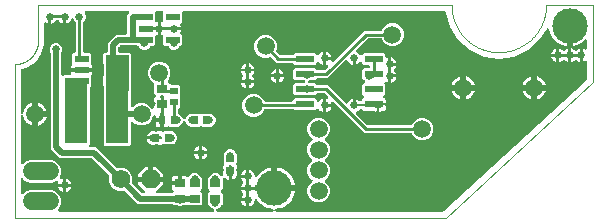
<source format=gbl>
G04 EAGLE Gerber RS-274X export*
G75*
%MOMM*%
%FSLAX35Y35*%
%LPD*%
%INcopper_bottom*%
%IPPOS*%
%AMOC8*
5,1,8,0,0,1.08239X$1,22.5*%
G01*
%ADD10C,0.010000*%
%ADD11C,1.524000*%
%ADD12R,1.550000X0.600000*%
%ADD13R,1.220000X0.620000*%
%ADD14R,0.900000X0.700000*%
%ADD15R,0.600000X0.700000*%
%ADD16R,0.700000X0.600000*%
%ADD17C,1.574800*%
%ADD18P,1.704548X8X22.500000*%
%ADD19R,1.900000X4.500000*%
%ADD20R,1.200000X0.600000*%
%ADD21C,3.000000*%
%ADD22C,0.650000*%
%ADD23C,1.500000*%
%ADD24C,0.200000*%
%ADD25C,0.500000*%
%ADD26C,0.250000*%

G36*
X1680535Y50590D02*
X1680535Y50590D01*
X1681246Y50581D01*
X1682094Y50789D01*
X1682960Y50899D01*
X1683620Y51162D01*
X1684312Y51332D01*
X1685081Y51745D01*
X1685891Y52068D01*
X1686464Y52489D01*
X1687091Y52826D01*
X1687731Y53418D01*
X1688435Y53935D01*
X1688886Y54487D01*
X1689408Y54969D01*
X1689880Y55704D01*
X1690431Y56380D01*
X1690728Y57025D01*
X1691114Y57624D01*
X1691387Y58455D01*
X1691752Y59246D01*
X1691878Y59946D01*
X1692100Y60622D01*
X1692157Y61494D01*
X1692312Y62352D01*
X1692258Y63060D01*
X1692305Y63771D01*
X1692141Y64630D01*
X1692076Y65499D01*
X1691847Y66172D01*
X1691714Y66871D01*
X1691340Y67661D01*
X1691060Y68487D01*
X1690670Y69080D01*
X1690365Y69725D01*
X1689806Y70396D01*
X1689328Y71125D01*
X1688800Y71603D01*
X1688345Y72149D01*
X1687840Y72473D01*
X1686990Y73245D01*
X1685077Y74249D01*
X1684612Y74548D01*
X1670261Y80492D01*
X1655492Y95261D01*
X1654655Y97283D01*
X1654462Y97620D01*
X1654337Y97987D01*
X1653682Y98984D01*
X1653089Y100023D01*
X1652818Y100301D01*
X1652605Y100625D01*
X1651720Y101428D01*
X1650886Y102283D01*
X1650555Y102484D01*
X1650267Y102745D01*
X1649208Y103301D01*
X1648188Y103920D01*
X1647817Y104031D01*
X1647536Y104179D01*
X1634999Y116715D01*
X1634999Y203284D01*
X1647877Y216161D01*
X1648645Y217154D01*
X1649465Y218107D01*
X1649609Y218399D01*
X1649808Y218657D01*
X1650304Y219810D01*
X1650859Y220938D01*
X1650926Y221258D01*
X1651054Y221556D01*
X1651245Y222798D01*
X1651500Y224028D01*
X1651484Y224353D01*
X1651533Y224676D01*
X1651407Y225929D01*
X1651346Y227181D01*
X1651249Y227491D01*
X1651216Y227815D01*
X1650780Y228995D01*
X1650407Y230194D01*
X1650259Y230407D01*
X1650123Y230776D01*
X1648323Y233368D01*
X1648058Y233596D01*
X1648045Y233617D01*
X1648006Y233652D01*
X1647877Y233838D01*
X1634999Y246715D01*
X1634999Y333284D01*
X1647645Y345930D01*
X1648058Y346126D01*
X1649168Y346568D01*
X1649481Y346798D01*
X1649832Y346964D01*
X1650749Y347728D01*
X1651713Y348435D01*
X1651958Y348736D01*
X1652256Y348984D01*
X1652608Y349531D01*
X1653709Y350880D01*
X1654303Y352169D01*
X1654655Y352717D01*
X1655492Y354739D01*
X1670261Y369508D01*
X1689557Y377500D01*
X1710443Y377500D01*
X1729739Y369508D01*
X1743330Y355916D01*
X1744494Y355015D01*
X1745641Y354095D01*
X1745740Y354051D01*
X1745825Y353984D01*
X1747179Y353403D01*
X1748519Y352800D01*
X1748626Y352782D01*
X1748725Y352739D01*
X1750181Y352515D01*
X1751630Y352267D01*
X1751737Y352276D01*
X1751844Y352259D01*
X1753311Y352408D01*
X1754775Y352530D01*
X1754877Y352566D01*
X1754984Y352577D01*
X1756365Y353087D01*
X1757753Y353573D01*
X1757843Y353633D01*
X1757945Y353670D01*
X1759155Y354511D01*
X1760376Y355328D01*
X1760448Y355408D01*
X1760537Y355470D01*
X1761496Y356584D01*
X1762476Y357684D01*
X1762525Y357780D01*
X1762596Y357862D01*
X1763246Y359183D01*
X1763918Y360491D01*
X1763942Y360596D01*
X1763990Y360693D01*
X1764288Y362132D01*
X1764612Y363569D01*
X1764604Y363658D01*
X1764630Y363783D01*
X1764576Y364883D01*
X1764599Y365010D01*
X1764599Y386848D01*
X1764844Y386963D01*
X1765761Y387727D01*
X1766726Y388435D01*
X1766971Y388736D01*
X1767269Y388983D01*
X1767620Y389531D01*
X1768722Y390879D01*
X1769315Y392168D01*
X1769668Y392716D01*
X1771739Y397717D01*
X1771883Y398248D01*
X1772113Y398747D01*
X1772297Y399764D01*
X1772568Y400762D01*
X1772576Y401311D01*
X1772673Y401852D01*
X1772596Y402883D01*
X1772609Y403917D01*
X1772478Y404452D01*
X1772438Y404999D01*
X1772105Y405977D01*
X1771859Y406983D01*
X1771598Y407468D01*
X1771421Y407987D01*
X1770854Y408851D01*
X1770364Y409762D01*
X1769991Y410165D01*
X1769689Y410625D01*
X1768922Y411320D01*
X1768221Y412078D01*
X1767759Y412375D01*
X1767351Y412745D01*
X1766436Y413225D01*
X1765566Y413785D01*
X1765043Y413957D01*
X1764599Y414190D01*
X1764599Y433344D01*
X1766330Y439804D01*
X1770023Y446201D01*
X1770648Y446926D01*
X1770791Y447217D01*
X1770988Y447472D01*
X1771485Y448627D01*
X1772041Y449758D01*
X1772107Y450074D01*
X1772235Y450372D01*
X1772426Y451616D01*
X1772682Y452848D01*
X1772666Y453171D01*
X1772715Y453491D01*
X1772589Y454742D01*
X1772528Y456000D01*
X1772431Y456309D01*
X1772399Y456631D01*
X1771963Y457811D01*
X1771589Y459013D01*
X1771442Y459225D01*
X1771306Y459591D01*
X1769999Y461474D01*
X1769999Y538285D01*
X1774518Y542803D01*
X1774656Y542981D01*
X1774829Y543126D01*
X1775130Y543593D01*
X1776450Y545298D01*
X1776903Y546353D01*
X1777228Y546858D01*
X1780492Y554739D01*
X1795261Y569508D01*
X1814557Y577500D01*
X1835443Y577500D01*
X1854739Y569508D01*
X1869508Y554739D01*
X1872772Y546858D01*
X1872883Y546663D01*
X1872951Y546447D01*
X1873267Y545992D01*
X1874338Y544118D01*
X1875139Y543296D01*
X1875482Y542803D01*
X1880000Y538285D01*
X1880000Y461463D01*
X1879351Y460708D01*
X1879208Y460418D01*
X1879010Y460162D01*
X1878512Y459003D01*
X1877958Y457876D01*
X1877892Y457560D01*
X1877764Y457262D01*
X1877573Y456018D01*
X1877318Y454786D01*
X1877334Y454462D01*
X1877285Y454143D01*
X1877411Y452892D01*
X1877473Y451634D01*
X1877569Y451325D01*
X1877602Y451003D01*
X1878038Y449820D01*
X1878412Y448621D01*
X1878559Y448409D01*
X1878695Y448043D01*
X1879989Y446178D01*
X1883669Y439804D01*
X1885400Y433344D01*
X1885400Y414164D01*
X1884708Y413815D01*
X1883748Y413431D01*
X1883304Y413106D01*
X1882813Y412858D01*
X1882037Y412176D01*
X1881203Y411565D01*
X1880855Y411139D01*
X1880442Y410776D01*
X1879860Y409920D01*
X1879207Y409120D01*
X1878977Y408621D01*
X1878668Y408166D01*
X1878319Y407192D01*
X1877887Y406253D01*
X1877789Y405713D01*
X1877604Y405195D01*
X1877510Y404165D01*
X1877327Y403148D01*
X1877368Y402600D01*
X1877318Y402052D01*
X1877456Y401416D01*
X1877562Y400001D01*
X1878123Y398354D01*
X1878261Y397717D01*
X1880332Y392716D01*
X1880525Y392379D01*
X1880650Y392013D01*
X1881305Y391015D01*
X1881898Y389976D01*
X1882169Y389698D01*
X1882382Y389374D01*
X1883268Y388571D01*
X1884101Y387716D01*
X1884433Y387515D01*
X1884720Y387254D01*
X1885400Y386897D01*
X1885400Y366655D01*
X1883669Y360196D01*
X1880326Y354405D01*
X1880060Y354139D01*
X1879921Y353960D01*
X1879748Y353815D01*
X1879448Y353348D01*
X1878128Y351644D01*
X1877674Y350588D01*
X1877350Y350082D01*
X1876311Y347574D01*
X1869974Y338091D01*
X1861909Y330025D01*
X1852425Y323688D01*
X1841889Y319324D01*
X1837501Y318451D01*
X1837501Y374997D01*
X1837500Y375000D01*
X1837501Y375003D01*
X1837501Y397498D01*
X1837342Y398745D01*
X1837248Y399997D01*
X1837183Y400188D01*
X1837484Y401854D01*
X1837454Y402246D01*
X1837501Y402502D01*
X1837501Y437500D01*
X1837342Y438748D01*
X1837248Y439999D01*
X1837143Y440308D01*
X1837102Y440631D01*
X1836636Y441798D01*
X1836232Y442987D01*
X1836053Y443259D01*
X1835933Y443562D01*
X1835189Y444575D01*
X1834500Y445625D01*
X1834258Y445844D01*
X1834066Y446106D01*
X1833093Y446900D01*
X1832162Y447745D01*
X1831873Y447897D01*
X1831621Y448102D01*
X1830482Y448627D01*
X1829368Y449212D01*
X1829112Y449258D01*
X1828755Y449423D01*
X1825649Y449983D01*
X1825647Y449982D01*
X1825646Y449983D01*
X1825257Y449953D01*
X1825001Y449999D01*
X1824998Y449999D01*
X1823751Y449841D01*
X1822499Y449747D01*
X1822191Y449642D01*
X1821868Y449601D01*
X1820700Y449135D01*
X1819511Y448731D01*
X1819239Y448552D01*
X1818937Y448431D01*
X1817923Y447688D01*
X1816873Y446998D01*
X1816654Y446757D01*
X1816392Y446565D01*
X1815598Y445592D01*
X1814753Y444661D01*
X1814602Y444372D01*
X1814396Y444120D01*
X1813871Y442981D01*
X1813286Y441867D01*
X1813240Y441610D01*
X1813076Y441253D01*
X1812516Y438148D01*
X1812545Y437756D01*
X1812499Y437500D01*
X1812499Y402502D01*
X1812658Y401254D01*
X1812751Y400003D01*
X1812816Y399812D01*
X1812516Y398146D01*
X1812545Y397754D01*
X1812499Y397498D01*
X1812499Y375003D01*
X1812499Y374999D01*
X1812499Y374997D01*
X1812499Y318452D01*
X1808111Y319324D01*
X1797574Y323688D01*
X1788091Y330025D01*
X1786339Y331778D01*
X1785214Y332648D01*
X1784120Y333542D01*
X1783973Y333610D01*
X1783843Y333710D01*
X1782535Y334272D01*
X1781253Y334862D01*
X1781093Y334891D01*
X1780944Y334955D01*
X1779542Y335171D01*
X1778148Y335422D01*
X1777985Y335410D01*
X1777824Y335435D01*
X1776416Y335293D01*
X1775000Y335187D01*
X1774846Y335134D01*
X1774685Y335118D01*
X1773356Y334627D01*
X1772013Y334170D01*
X1771877Y334081D01*
X1771724Y334025D01*
X1770561Y333217D01*
X1769375Y332438D01*
X1769265Y332317D01*
X1769132Y332225D01*
X1768207Y331151D01*
X1767255Y330100D01*
X1767179Y329957D01*
X1767073Y329833D01*
X1766445Y328558D01*
X1765788Y327306D01*
X1765764Y327176D01*
X1765679Y327002D01*
X1765038Y323912D01*
X1765068Y323312D01*
X1765000Y322940D01*
X1765000Y246715D01*
X1752123Y233838D01*
X1751352Y232842D01*
X1750534Y231892D01*
X1750391Y231601D01*
X1750191Y231343D01*
X1749696Y230189D01*
X1749140Y229061D01*
X1749074Y228741D01*
X1748946Y228443D01*
X1748755Y227202D01*
X1748500Y225971D01*
X1748516Y225646D01*
X1748466Y225324D01*
X1748593Y224070D01*
X1748654Y222819D01*
X1748751Y222509D01*
X1748783Y222184D01*
X1749220Y221003D01*
X1749593Y219806D01*
X1749741Y219592D01*
X1749877Y219223D01*
X1751677Y216631D01*
X1751975Y216375D01*
X1752123Y216161D01*
X1765000Y203284D01*
X1765000Y116715D01*
X1752354Y104069D01*
X1751942Y103874D01*
X1750832Y103431D01*
X1750519Y103202D01*
X1750168Y103036D01*
X1749251Y102272D01*
X1748287Y101565D01*
X1748041Y101264D01*
X1747743Y101016D01*
X1747392Y100468D01*
X1746291Y99120D01*
X1745697Y97831D01*
X1745345Y97283D01*
X1744508Y95261D01*
X1729739Y80492D01*
X1715388Y74548D01*
X1714771Y74195D01*
X1714109Y73931D01*
X1713405Y73414D01*
X1712648Y72982D01*
X1712138Y72485D01*
X1711564Y72064D01*
X1711012Y71388D01*
X1710387Y70779D01*
X1710018Y70170D01*
X1709568Y69620D01*
X1709204Y68828D01*
X1708751Y68081D01*
X1708546Y67399D01*
X1708248Y66753D01*
X1708093Y65896D01*
X1707842Y65059D01*
X1707814Y64347D01*
X1707688Y63648D01*
X1707753Y62778D01*
X1707719Y61905D01*
X1707871Y61210D01*
X1707924Y60500D01*
X1708205Y59674D01*
X1708390Y58822D01*
X1708711Y58186D01*
X1708940Y57513D01*
X1709419Y56784D01*
X1709812Y56004D01*
X1710282Y55470D01*
X1710672Y54875D01*
X1711320Y54288D01*
X1711895Y53633D01*
X1712482Y53233D01*
X1713010Y52755D01*
X1713783Y52349D01*
X1714504Y51858D01*
X1715174Y51619D01*
X1715804Y51288D01*
X1716396Y51181D01*
X1717476Y50794D01*
X1719624Y50599D01*
X1720171Y50500D01*
X2180851Y50500D01*
X2181611Y50597D01*
X2182375Y50594D01*
X2183168Y50795D01*
X2183982Y50899D01*
X2184693Y51183D01*
X2185434Y51371D01*
X2186152Y51765D01*
X2186913Y52068D01*
X2187530Y52521D01*
X2188201Y52889D01*
X2188797Y53451D01*
X2189457Y53935D01*
X2189942Y54528D01*
X2190498Y55053D01*
X2190935Y55746D01*
X2191453Y56380D01*
X2191773Y57074D01*
X2192182Y57722D01*
X2192431Y58503D01*
X2192773Y59246D01*
X2192909Y59999D01*
X2193142Y60728D01*
X2193188Y61547D01*
X2193333Y62352D01*
X2193276Y63114D01*
X2193319Y63879D01*
X2193159Y64683D01*
X2193098Y65499D01*
X2192851Y66224D01*
X2192702Y66974D01*
X2192346Y67710D01*
X2192082Y68487D01*
X2191661Y69127D01*
X2191328Y69815D01*
X2190799Y70439D01*
X2190349Y71125D01*
X2189782Y71639D01*
X2189288Y72223D01*
X2188618Y72695D01*
X2188012Y73245D01*
X2187335Y73600D01*
X2186709Y74042D01*
X2186159Y74217D01*
X2185218Y74712D01*
X2183828Y74962D01*
X2182483Y75392D01*
X2165707Y77601D01*
X2143498Y83551D01*
X2122255Y92350D01*
X2102343Y103847D01*
X2084104Y117843D01*
X2067844Y134102D01*
X2055277Y150480D01*
X2054564Y151199D01*
X2053922Y151978D01*
X2053459Y152313D01*
X2053055Y152721D01*
X2052186Y153238D01*
X2051368Y153832D01*
X2050834Y154042D01*
X2050343Y154334D01*
X2049374Y154616D01*
X2048431Y154987D01*
X2047861Y155057D01*
X2047313Y155217D01*
X2046304Y155247D01*
X2045298Y155370D01*
X2044731Y155295D01*
X2044158Y155312D01*
X2043173Y155089D01*
X2042170Y154956D01*
X2041638Y154741D01*
X2041081Y154614D01*
X2040183Y154151D01*
X2039245Y153772D01*
X2038785Y153431D01*
X2038276Y153168D01*
X2037521Y152494D01*
X2036709Y151892D01*
X2036349Y151447D01*
X2035923Y151065D01*
X2035361Y150224D01*
X2034726Y149438D01*
X2034567Y149034D01*
X2034171Y148440D01*
X2033133Y145460D01*
X2033125Y145369D01*
X2033101Y145309D01*
X2030675Y133109D01*
X2026311Y122574D01*
X2019974Y113091D01*
X2011909Y105025D01*
X2002425Y98688D01*
X1991889Y94324D01*
X1987501Y93451D01*
X1987501Y149997D01*
X1987500Y150000D01*
X1987501Y150003D01*
X1987501Y237499D01*
X2031859Y237499D01*
X2031861Y237469D01*
X2031813Y236790D01*
X2031978Y235902D01*
X2032046Y235001D01*
X2032265Y234357D01*
X2032389Y233688D01*
X2032771Y232868D01*
X2033062Y232013D01*
X2033435Y231444D01*
X2033723Y230828D01*
X2034298Y230131D01*
X2034794Y229375D01*
X2035299Y228917D01*
X2035731Y228393D01*
X2036461Y227863D01*
X2037132Y227255D01*
X2037735Y226938D01*
X2038285Y226539D01*
X2039125Y226209D01*
X2039926Y225788D01*
X2040421Y225699D01*
X2041222Y225384D01*
X2044162Y225024D01*
X2044293Y225001D01*
X2187498Y225001D01*
X2188746Y225159D01*
X2189998Y225253D01*
X2190306Y225358D01*
X2190629Y225399D01*
X2191797Y225865D01*
X2192985Y226269D01*
X2193257Y226448D01*
X2193560Y226569D01*
X2194574Y227312D01*
X2195623Y228002D01*
X2195842Y228243D01*
X2196105Y228435D01*
X2196899Y229408D01*
X2197743Y230339D01*
X2197895Y230628D01*
X2198101Y230880D01*
X2198625Y232019D01*
X2199210Y233133D01*
X2199257Y233390D01*
X2199421Y233747D01*
X2199981Y236852D01*
X2199955Y237199D01*
X2199981Y237343D01*
X2199978Y237388D01*
X2199998Y237500D01*
X2199998Y250002D01*
X2200002Y250002D01*
X2200002Y237500D01*
X2200161Y236253D01*
X2200254Y235001D01*
X2200359Y234693D01*
X2200400Y234369D01*
X2200866Y233202D01*
X2201271Y232013D01*
X2201449Y231741D01*
X2201570Y231438D01*
X2202313Y230425D01*
X2203003Y229375D01*
X2203244Y229156D01*
X2203437Y228894D01*
X2204409Y228100D01*
X2205341Y227255D01*
X2205630Y227103D01*
X2205881Y226898D01*
X2207020Y226373D01*
X2208135Y225788D01*
X2208391Y225742D01*
X2208748Y225578D01*
X2211853Y225018D01*
X2212245Y225047D01*
X2212501Y225001D01*
X2373623Y225001D01*
X2372399Y215707D01*
X2366448Y193498D01*
X2357649Y172255D01*
X2346153Y152343D01*
X2332157Y134104D01*
X2315896Y117843D01*
X2297657Y103847D01*
X2277744Y92350D01*
X2256502Y83551D01*
X2234293Y77601D01*
X2217517Y75392D01*
X2216776Y75197D01*
X2216017Y75101D01*
X2215256Y74797D01*
X2214465Y74588D01*
X2213798Y74215D01*
X2213086Y73931D01*
X2212426Y73446D01*
X2211711Y73046D01*
X2211159Y72517D01*
X2210542Y72064D01*
X2210023Y71430D01*
X2209432Y70863D01*
X2209030Y70213D01*
X2208546Y69620D01*
X2208203Y68876D01*
X2207772Y68179D01*
X2207546Y67448D01*
X2207225Y66753D01*
X2207080Y65947D01*
X2206838Y65165D01*
X2206801Y64401D01*
X2206665Y63648D01*
X2206727Y62831D01*
X2206688Y62013D01*
X2206844Y61263D01*
X2206901Y60500D01*
X2207165Y59725D01*
X2207332Y58923D01*
X2207671Y58237D01*
X2207917Y57513D01*
X2208367Y56828D01*
X2208729Y56094D01*
X2209229Y55514D01*
X2209649Y54875D01*
X2210256Y54324D01*
X2210791Y53705D01*
X2211420Y53269D01*
X2211987Y52755D01*
X2212713Y52374D01*
X2213386Y51908D01*
X2214103Y51644D01*
X2214781Y51288D01*
X2215349Y51185D01*
X2216347Y50818D01*
X2217758Y50751D01*
X2219148Y50500D01*
X3625428Y50500D01*
X3626258Y50606D01*
X3627095Y50612D01*
X3627818Y50804D01*
X3628559Y50899D01*
X3629335Y51208D01*
X3630145Y51424D01*
X3630602Y51714D01*
X3631490Y52068D01*
X3633600Y53616D01*
X3633891Y53801D01*
X4845463Y1168447D01*
X4846335Y1169482D01*
X4847245Y1170485D01*
X4847351Y1170686D01*
X4847497Y1170860D01*
X4848082Y1172078D01*
X4848712Y1173279D01*
X4848745Y1173461D01*
X4848862Y1173705D01*
X4849471Y1176802D01*
X4849440Y1177318D01*
X4849499Y1177646D01*
X4849499Y1315053D01*
X4849475Y1315246D01*
X4849493Y1315440D01*
X4849276Y1316812D01*
X4849101Y1318184D01*
X4849029Y1318364D01*
X4848998Y1318557D01*
X4848444Y1319829D01*
X4847931Y1321115D01*
X4847816Y1321272D01*
X4847738Y1321450D01*
X4846885Y1322541D01*
X4846065Y1323660D01*
X4845914Y1323783D01*
X4845794Y1323936D01*
X4844692Y1324780D01*
X4843620Y1325656D01*
X4843444Y1325737D01*
X4843289Y1325856D01*
X4842011Y1326397D01*
X4840753Y1326976D01*
X4840562Y1327011D01*
X4840383Y1327086D01*
X4839013Y1327290D01*
X4837648Y1327536D01*
X4837454Y1327521D01*
X4837261Y1327550D01*
X4835882Y1327404D01*
X4834501Y1327300D01*
X4834317Y1327238D01*
X4834123Y1327217D01*
X4833648Y1327010D01*
X4831513Y1326284D01*
X4830594Y1325681D01*
X4830055Y1325446D01*
X4827425Y1323688D01*
X4816889Y1319324D01*
X4812501Y1318451D01*
X4812501Y1374997D01*
X4812500Y1375000D01*
X4812501Y1375003D01*
X4812501Y1431548D01*
X4816889Y1430675D01*
X4827425Y1426312D01*
X4830055Y1424554D01*
X4830230Y1424467D01*
X4830380Y1424344D01*
X4831635Y1423766D01*
X4832879Y1423146D01*
X4833070Y1423105D01*
X4833247Y1423024D01*
X4834609Y1422778D01*
X4835966Y1422490D01*
X4836161Y1422498D01*
X4836352Y1422464D01*
X4837732Y1422567D01*
X4839119Y1422628D01*
X4839306Y1422685D01*
X4839499Y1422699D01*
X4840811Y1423145D01*
X4842137Y1423551D01*
X4842303Y1423653D01*
X4842487Y1423716D01*
X4843644Y1424476D01*
X4844827Y1425201D01*
X4844962Y1425341D01*
X4845125Y1425448D01*
X4846058Y1426477D01*
X4847018Y1427472D01*
X4847114Y1427641D01*
X4847245Y1427786D01*
X4847891Y1429016D01*
X4848571Y1430220D01*
X4848622Y1430408D01*
X4848712Y1430580D01*
X4848804Y1431090D01*
X4849386Y1433268D01*
X4849395Y1434368D01*
X4849499Y1434946D01*
X4849499Y1496270D01*
X4849321Y1497671D01*
X4849178Y1499086D01*
X4849122Y1499239D01*
X4849101Y1499401D01*
X4848577Y1500715D01*
X4848085Y1502046D01*
X4847992Y1502180D01*
X4847931Y1502332D01*
X4847090Y1503478D01*
X4846284Y1504638D01*
X4846162Y1504744D01*
X4846065Y1504876D01*
X4844965Y1505774D01*
X4843893Y1506697D01*
X4843746Y1506769D01*
X4843620Y1506872D01*
X4842336Y1507464D01*
X4841061Y1508091D01*
X4840901Y1508124D01*
X4840753Y1508193D01*
X4839359Y1508444D01*
X4837971Y1508732D01*
X4837808Y1508724D01*
X4837648Y1508753D01*
X4836234Y1508647D01*
X4834819Y1508578D01*
X4834663Y1508529D01*
X4834501Y1508517D01*
X4833158Y1508060D01*
X4831806Y1507639D01*
X4831696Y1507563D01*
X4831513Y1507501D01*
X4828875Y1505768D01*
X4828472Y1505324D01*
X4828162Y1505108D01*
X4815896Y1492843D01*
X4797657Y1478847D01*
X4777744Y1467350D01*
X4756502Y1458551D01*
X4734293Y1452601D01*
X4727169Y1451663D01*
X4725748Y1451289D01*
X4724999Y1451105D01*
X4724999Y1612498D01*
X4724840Y1613746D01*
X4724746Y1614998D01*
X4724642Y1615306D01*
X4724600Y1615629D01*
X4724134Y1616797D01*
X4723730Y1617985D01*
X4723552Y1618257D01*
X4723431Y1618560D01*
X4722687Y1619574D01*
X4721998Y1620623D01*
X4721757Y1620842D01*
X4721564Y1621105D01*
X4720592Y1621899D01*
X4719660Y1622743D01*
X4719371Y1622895D01*
X4719119Y1623101D01*
X4717980Y1623625D01*
X4716866Y1624210D01*
X4716610Y1624257D01*
X4716253Y1624421D01*
X4713147Y1624981D01*
X4712756Y1624952D01*
X4712499Y1624998D01*
X4687500Y1624998D01*
X4686253Y1624839D01*
X4685001Y1624745D01*
X4684693Y1624641D01*
X4684369Y1624599D01*
X4683202Y1624133D01*
X4682013Y1623729D01*
X4681741Y1623551D01*
X4681438Y1623430D01*
X4680425Y1622686D01*
X4679375Y1621997D01*
X4679156Y1621756D01*
X4678894Y1621563D01*
X4678100Y1620591D01*
X4677255Y1619659D01*
X4677103Y1619370D01*
X4676898Y1619118D01*
X4676373Y1617979D01*
X4675788Y1616865D01*
X4675742Y1616609D01*
X4675578Y1616252D01*
X4675018Y1613146D01*
X4675047Y1612755D01*
X4675001Y1612498D01*
X4675001Y1451079D01*
X4673895Y1451476D01*
X4673226Y1451537D01*
X4672831Y1451663D01*
X4665707Y1452601D01*
X4643498Y1458551D01*
X4622255Y1467350D01*
X4602343Y1478847D01*
X4584104Y1492843D01*
X4567843Y1509104D01*
X4553847Y1527343D01*
X4542351Y1547255D01*
X4533551Y1568498D01*
X4527601Y1590707D01*
X4527534Y1591213D01*
X4527442Y1591561D01*
X4527420Y1591922D01*
X4527042Y1593082D01*
X4526731Y1594264D01*
X4526554Y1594580D01*
X4526443Y1594922D01*
X4525787Y1595950D01*
X4525189Y1597018D01*
X4524939Y1597279D01*
X4524745Y1597583D01*
X4523853Y1598413D01*
X4523006Y1599297D01*
X4522698Y1599488D01*
X4522435Y1599733D01*
X4521363Y1600314D01*
X4520322Y1600958D01*
X4519977Y1601064D01*
X4519660Y1601236D01*
X4518475Y1601530D01*
X4517308Y1601893D01*
X4516948Y1601910D01*
X4516598Y1601997D01*
X4515376Y1601984D01*
X4514156Y1602043D01*
X4513803Y1601969D01*
X4513442Y1601965D01*
X4512261Y1601648D01*
X4511066Y1601398D01*
X4510743Y1601239D01*
X4510394Y1601145D01*
X4509332Y1600542D01*
X4508237Y1600001D01*
X4507963Y1599765D01*
X4507650Y1599588D01*
X4507212Y1599117D01*
X4505847Y1597940D01*
X4505066Y1596813D01*
X4504627Y1596340D01*
X4443966Y1501951D01*
X4346064Y1417118D01*
X4228226Y1363303D01*
X4100000Y1344867D01*
X3971773Y1363303D01*
X3853936Y1417118D01*
X3756034Y1501950D01*
X3685997Y1610930D01*
X3649499Y1735228D01*
X3649499Y1737000D01*
X3649341Y1738248D01*
X3649247Y1739499D01*
X3649142Y1739808D01*
X3649101Y1740131D01*
X3648635Y1741298D01*
X3648231Y1742487D01*
X3648052Y1742759D01*
X3647931Y1743062D01*
X3647188Y1744075D01*
X3646498Y1745125D01*
X3646257Y1745344D01*
X3646065Y1745606D01*
X3645092Y1746400D01*
X3644161Y1747245D01*
X3643872Y1747397D01*
X3643620Y1747602D01*
X3642481Y1748127D01*
X3641367Y1748712D01*
X3641110Y1748758D01*
X3640753Y1748923D01*
X3637648Y1749483D01*
X3637256Y1749453D01*
X3637000Y1749499D01*
X1432500Y1749499D01*
X1431252Y1749341D01*
X1430000Y1749247D01*
X1429692Y1749142D01*
X1429369Y1749101D01*
X1428202Y1748635D01*
X1427013Y1748231D01*
X1426741Y1748052D01*
X1426438Y1747931D01*
X1425424Y1747188D01*
X1424375Y1746498D01*
X1424156Y1746257D01*
X1423893Y1746065D01*
X1423099Y1745092D01*
X1422255Y1744161D01*
X1422103Y1743872D01*
X1421898Y1743620D01*
X1421373Y1742481D01*
X1420788Y1741367D01*
X1420742Y1741110D01*
X1420577Y1740753D01*
X1420017Y1737648D01*
X1420047Y1737256D01*
X1420000Y1737000D01*
X1420000Y1656715D01*
X1406743Y1643458D01*
X1406677Y1643431D01*
X1406233Y1643105D01*
X1405743Y1642858D01*
X1404967Y1642177D01*
X1404132Y1641565D01*
X1403784Y1641139D01*
X1403371Y1640776D01*
X1402789Y1639920D01*
X1402136Y1639120D01*
X1401906Y1638621D01*
X1401597Y1638166D01*
X1401248Y1637193D01*
X1400816Y1636253D01*
X1400718Y1635712D01*
X1400533Y1635195D01*
X1400439Y1634166D01*
X1400256Y1633148D01*
X1400297Y1632600D01*
X1400247Y1632052D01*
X1400385Y1631416D01*
X1400491Y1630001D01*
X1401052Y1628352D01*
X1401190Y1627717D01*
X1405676Y1616888D01*
X1406548Y1612501D01*
X1350003Y1612501D01*
X1349999Y1612500D01*
X1349997Y1612501D01*
X1237501Y1612501D01*
X1237501Y1656548D01*
X1241888Y1655676D01*
X1242715Y1655333D01*
X1243246Y1655188D01*
X1243747Y1654958D01*
X1244764Y1654774D01*
X1245760Y1654503D01*
X1246310Y1654495D01*
X1246852Y1654398D01*
X1247881Y1654475D01*
X1248915Y1654461D01*
X1249451Y1654592D01*
X1249999Y1654633D01*
X1250976Y1654965D01*
X1251981Y1655211D01*
X1252466Y1655472D01*
X1252987Y1655649D01*
X1253850Y1656216D01*
X1254761Y1656706D01*
X1255165Y1657079D01*
X1255625Y1657382D01*
X1256319Y1658147D01*
X1257078Y1658848D01*
X1257375Y1659312D01*
X1257745Y1659719D01*
X1258225Y1660634D01*
X1258784Y1661503D01*
X1258956Y1662026D01*
X1259212Y1662513D01*
X1259328Y1663154D01*
X1259771Y1664501D01*
X1259884Y1666240D01*
X1259999Y1666880D01*
X1259999Y1737000D01*
X1259841Y1738248D01*
X1259747Y1739499D01*
X1259642Y1739808D01*
X1259601Y1740131D01*
X1259135Y1741298D01*
X1258731Y1742487D01*
X1258552Y1742759D01*
X1258431Y1743062D01*
X1257688Y1744075D01*
X1256998Y1745125D01*
X1256757Y1745344D01*
X1256565Y1745606D01*
X1255592Y1746400D01*
X1254661Y1747245D01*
X1254372Y1747397D01*
X1254120Y1747602D01*
X1252981Y1748127D01*
X1251867Y1748712D01*
X1251610Y1748758D01*
X1251253Y1748923D01*
X1248148Y1749483D01*
X1247756Y1749453D01*
X1247500Y1749499D01*
X1202500Y1749499D01*
X1201252Y1749341D01*
X1200000Y1749247D01*
X1199692Y1749142D01*
X1199369Y1749101D01*
X1198202Y1748635D01*
X1197013Y1748231D01*
X1196741Y1748052D01*
X1196438Y1747931D01*
X1195424Y1747188D01*
X1194375Y1746498D01*
X1194156Y1746257D01*
X1193893Y1746065D01*
X1193099Y1745092D01*
X1192255Y1744161D01*
X1192103Y1743872D01*
X1191898Y1743620D01*
X1191373Y1742481D01*
X1190788Y1741367D01*
X1190742Y1741110D01*
X1190577Y1740753D01*
X1190017Y1737648D01*
X1190047Y1737256D01*
X1190000Y1737000D01*
X1190000Y1666880D01*
X1190070Y1666334D01*
X1190048Y1665784D01*
X1190268Y1664774D01*
X1190399Y1663749D01*
X1190603Y1663238D01*
X1190720Y1662700D01*
X1191185Y1661778D01*
X1191568Y1660818D01*
X1191895Y1660374D01*
X1192143Y1659883D01*
X1192823Y1659108D01*
X1193435Y1658274D01*
X1193862Y1657925D01*
X1194225Y1657512D01*
X1195080Y1656931D01*
X1195880Y1656278D01*
X1196379Y1656048D01*
X1196835Y1655738D01*
X1197809Y1655389D01*
X1198746Y1654958D01*
X1199288Y1654860D01*
X1199806Y1654674D01*
X1200835Y1654581D01*
X1201852Y1654398D01*
X1202401Y1654439D01*
X1202949Y1654389D01*
X1203586Y1654527D01*
X1204999Y1654633D01*
X1206649Y1655194D01*
X1207285Y1655333D01*
X1208112Y1655676D01*
X1212499Y1656548D01*
X1212499Y1612501D01*
X1162030Y1612501D01*
X1161761Y1612745D01*
X1161472Y1612897D01*
X1161220Y1613102D01*
X1160081Y1613627D01*
X1158967Y1614212D01*
X1158710Y1614258D01*
X1158353Y1614423D01*
X1155248Y1614983D01*
X1154856Y1614953D01*
X1154600Y1614999D01*
X1112502Y1614999D01*
X1111254Y1614841D01*
X1110003Y1614747D01*
X1109694Y1614642D01*
X1109371Y1614601D01*
X1108204Y1614135D01*
X1107015Y1613731D01*
X1106743Y1613552D01*
X1106440Y1613431D01*
X1105427Y1612688D01*
X1104377Y1611998D01*
X1104158Y1611757D01*
X1103896Y1611565D01*
X1103102Y1610592D01*
X1102257Y1609661D01*
X1102105Y1609372D01*
X1101900Y1609120D01*
X1101375Y1607981D01*
X1100790Y1606867D01*
X1100744Y1606610D01*
X1100579Y1606253D01*
X1100019Y1603148D01*
X1100049Y1602756D01*
X1100003Y1602500D01*
X1100003Y1597499D01*
X1100162Y1596250D01*
X1100255Y1595000D01*
X1100360Y1594692D01*
X1100401Y1594369D01*
X1100867Y1593201D01*
X1101271Y1592013D01*
X1101450Y1591741D01*
X1101571Y1591438D01*
X1102315Y1590423D01*
X1103003Y1589374D01*
X1103245Y1589156D01*
X1103437Y1588893D01*
X1104410Y1588099D01*
X1105341Y1587254D01*
X1105630Y1587103D01*
X1105882Y1586897D01*
X1107021Y1586373D01*
X1108135Y1585788D01*
X1108392Y1585741D01*
X1108748Y1585577D01*
X1111854Y1585017D01*
X1112246Y1585046D01*
X1112502Y1585000D01*
X1154600Y1585000D01*
X1155848Y1585159D01*
X1157099Y1585253D01*
X1157408Y1585357D01*
X1157731Y1585398D01*
X1158898Y1585864D01*
X1160087Y1586269D01*
X1160359Y1586447D01*
X1160662Y1586568D01*
X1161675Y1587312D01*
X1161960Y1587499D01*
X1212499Y1587499D01*
X1212499Y1543452D01*
X1208112Y1544324D01*
X1207285Y1544667D01*
X1206753Y1544812D01*
X1206253Y1545042D01*
X1205236Y1545226D01*
X1204240Y1545497D01*
X1203690Y1545504D01*
X1203148Y1545602D01*
X1202118Y1545525D01*
X1201084Y1545539D01*
X1200549Y1545408D01*
X1200000Y1545367D01*
X1199024Y1545034D01*
X1198019Y1544788D01*
X1197533Y1544528D01*
X1197013Y1544350D01*
X1196149Y1543783D01*
X1195239Y1543294D01*
X1194835Y1542920D01*
X1194375Y1542618D01*
X1193680Y1541853D01*
X1192922Y1541151D01*
X1192625Y1540688D01*
X1192255Y1540280D01*
X1191774Y1539365D01*
X1191216Y1538497D01*
X1191044Y1537974D01*
X1190788Y1537486D01*
X1190672Y1536846D01*
X1190229Y1535499D01*
X1190116Y1533759D01*
X1190000Y1533120D01*
X1190000Y1466715D01*
X1178284Y1454999D01*
X1156893Y1454999D01*
X1156509Y1454950D01*
X1156121Y1454976D01*
X1154947Y1454752D01*
X1153763Y1454601D01*
X1153402Y1454457D01*
X1153021Y1454384D01*
X1151942Y1453874D01*
X1150832Y1453431D01*
X1150519Y1453202D01*
X1150168Y1453036D01*
X1149251Y1452272D01*
X1148287Y1451565D01*
X1148041Y1451264D01*
X1147743Y1451016D01*
X1147392Y1450468D01*
X1146291Y1449120D01*
X1145697Y1447831D01*
X1145345Y1447283D01*
X1144508Y1445261D01*
X1129739Y1430492D01*
X1110443Y1422499D01*
X1089557Y1422499D01*
X1070261Y1430492D01*
X1055492Y1445261D01*
X1054655Y1447283D01*
X1054462Y1447620D01*
X1054337Y1447987D01*
X1053682Y1448984D01*
X1053089Y1450023D01*
X1052818Y1450301D01*
X1052605Y1450625D01*
X1051720Y1451428D01*
X1050886Y1452283D01*
X1050555Y1452484D01*
X1050267Y1452745D01*
X1049208Y1453301D01*
X1048188Y1453920D01*
X1047817Y1454031D01*
X1047473Y1454212D01*
X1046832Y1454328D01*
X1045166Y1454828D01*
X1043748Y1454884D01*
X1043107Y1454999D01*
X1041715Y1454999D01*
X1040376Y1456338D01*
X1039510Y1457009D01*
X1038698Y1457745D01*
X1038267Y1457972D01*
X1037881Y1458270D01*
X1036875Y1458702D01*
X1035904Y1459212D01*
X1035532Y1459279D01*
X1034981Y1459516D01*
X1031862Y1459995D01*
X1031669Y1459976D01*
X1031538Y1459999D01*
X898817Y1459999D01*
X897729Y1459861D01*
X896636Y1459808D01*
X896171Y1459663D01*
X895687Y1459601D01*
X894668Y1459195D01*
X893623Y1458869D01*
X893313Y1458654D01*
X892756Y1458431D01*
X890211Y1456565D01*
X890088Y1456415D01*
X889979Y1456338D01*
X881661Y1448021D01*
X880990Y1447154D01*
X880255Y1446343D01*
X880028Y1445911D01*
X879729Y1445526D01*
X879298Y1444520D01*
X878788Y1443549D01*
X878721Y1443177D01*
X878484Y1442626D01*
X878004Y1439507D01*
X878024Y1439313D01*
X878000Y1439183D01*
X878000Y1409500D01*
X878159Y1408252D01*
X878253Y1407000D01*
X878358Y1406692D01*
X878399Y1406369D01*
X878865Y1405202D01*
X879269Y1404013D01*
X879448Y1403741D01*
X879568Y1403438D01*
X880312Y1402424D01*
X881001Y1401375D01*
X881243Y1401156D01*
X881435Y1400893D01*
X882408Y1400099D01*
X883339Y1399255D01*
X883628Y1399103D01*
X883880Y1398898D01*
X885019Y1398373D01*
X886133Y1397788D01*
X886389Y1397742D01*
X886746Y1397577D01*
X889852Y1397017D01*
X890243Y1397047D01*
X890500Y1397000D01*
X902769Y1397000D01*
X903119Y1396729D01*
X904124Y1396298D01*
X905095Y1395788D01*
X905468Y1395721D01*
X906019Y1395484D01*
X909138Y1395004D01*
X909331Y1395024D01*
X909462Y1395000D01*
X973284Y1395000D01*
X985000Y1383284D01*
X985000Y949527D01*
X985179Y948126D01*
X985322Y946711D01*
X985378Y946558D01*
X985399Y946397D01*
X985925Y945077D01*
X986415Y943751D01*
X986508Y943617D01*
X986568Y943466D01*
X987409Y942319D01*
X988215Y941159D01*
X988338Y941053D01*
X988435Y940921D01*
X989535Y940023D01*
X990607Y939100D01*
X990754Y939028D01*
X990880Y938925D01*
X992164Y938333D01*
X993438Y937706D01*
X993598Y937673D01*
X993746Y937605D01*
X995140Y937353D01*
X996529Y937066D01*
X996692Y937073D01*
X996852Y937045D01*
X998265Y937151D01*
X999681Y937220D01*
X999836Y937268D01*
X999999Y937280D01*
X1001342Y937737D01*
X1002694Y938158D01*
X1002803Y938234D01*
X1002987Y938297D01*
X1005625Y940029D01*
X1006028Y940473D01*
X1006338Y940689D01*
X1021187Y955538D01*
X1056103Y970000D01*
X1093897Y970000D01*
X1128813Y955538D01*
X1155537Y928814D01*
X1155552Y928778D01*
X1155905Y928160D01*
X1156169Y927499D01*
X1156685Y926795D01*
X1157118Y926038D01*
X1157614Y925529D01*
X1158035Y924954D01*
X1158712Y924402D01*
X1159320Y923778D01*
X1159928Y923409D01*
X1160480Y922958D01*
X1161273Y922593D01*
X1162018Y922141D01*
X1162699Y921936D01*
X1163347Y921638D01*
X1164205Y921483D01*
X1165040Y921232D01*
X1165752Y921204D01*
X1166452Y921078D01*
X1167321Y921143D01*
X1168193Y921109D01*
X1168890Y921260D01*
X1169599Y921313D01*
X1170425Y921594D01*
X1171277Y921780D01*
X1171913Y922100D01*
X1172587Y922330D01*
X1173316Y922808D01*
X1174095Y923201D01*
X1174630Y923671D01*
X1175225Y924062D01*
X1175811Y924708D01*
X1176466Y925283D01*
X1176866Y925872D01*
X1177345Y926400D01*
X1177751Y927173D01*
X1178241Y927893D01*
X1178480Y928562D01*
X1178812Y929194D01*
X1178919Y929786D01*
X1179305Y930864D01*
X1179501Y933014D01*
X1179599Y933560D01*
X1179599Y942500D01*
X1179600Y942500D01*
X1180848Y942659D01*
X1182099Y942753D01*
X1182408Y942857D01*
X1182731Y942898D01*
X1183898Y943364D01*
X1185087Y943769D01*
X1185359Y943947D01*
X1185662Y944068D01*
X1186675Y944812D01*
X1187725Y945501D01*
X1187944Y945742D01*
X1188206Y945935D01*
X1189000Y946907D01*
X1189845Y947839D01*
X1189997Y948128D01*
X1190202Y948379D01*
X1190726Y949518D01*
X1191312Y950633D01*
X1191358Y950889D01*
X1191523Y951246D01*
X1192083Y954352D01*
X1192053Y954743D01*
X1192099Y954999D01*
X1192099Y955702D01*
X1193464Y962562D01*
X1193527Y963464D01*
X1193687Y964352D01*
X1193636Y965031D01*
X1193683Y965710D01*
X1193519Y966598D01*
X1193451Y967499D01*
X1193232Y968143D01*
X1193108Y968813D01*
X1192726Y969633D01*
X1192435Y970487D01*
X1192062Y971055D01*
X1191774Y971673D01*
X1191198Y972371D01*
X1190703Y973125D01*
X1190199Y973582D01*
X1189766Y974107D01*
X1189034Y974638D01*
X1188365Y975245D01*
X1187763Y975561D01*
X1187212Y975961D01*
X1186371Y976292D01*
X1185571Y976712D01*
X1185076Y976801D01*
X1184275Y977116D01*
X1181335Y977476D01*
X1181204Y977499D01*
X1179599Y977499D01*
X1179599Y998344D01*
X1181330Y1004804D01*
X1184674Y1010596D01*
X1189404Y1015326D01*
X1192405Y1017058D01*
X1193448Y1017851D01*
X1194524Y1018598D01*
X1194701Y1018804D01*
X1194917Y1018968D01*
X1195728Y1019998D01*
X1196583Y1020990D01*
X1196703Y1021234D01*
X1196870Y1021447D01*
X1197398Y1022646D01*
X1197977Y1023822D01*
X1198032Y1024087D01*
X1198141Y1024336D01*
X1198351Y1025631D01*
X1198617Y1026912D01*
X1198604Y1027183D01*
X1198647Y1027451D01*
X1198527Y1028756D01*
X1198463Y1030064D01*
X1198382Y1030323D01*
X1198357Y1030593D01*
X1197914Y1031825D01*
X1197524Y1033077D01*
X1197400Y1033257D01*
X1197289Y1033563D01*
X1195512Y1036171D01*
X1195165Y1036474D01*
X1194994Y1036721D01*
X1184999Y1046715D01*
X1184999Y1130389D01*
X1184951Y1130773D01*
X1184976Y1131161D01*
X1184752Y1132336D01*
X1184601Y1133520D01*
X1184457Y1133879D01*
X1184385Y1134261D01*
X1183874Y1135342D01*
X1183431Y1136451D01*
X1183202Y1136763D01*
X1183036Y1137114D01*
X1182271Y1138032D01*
X1181565Y1138995D01*
X1181264Y1139241D01*
X1181016Y1139538D01*
X1180469Y1139890D01*
X1179120Y1140991D01*
X1177830Y1141585D01*
X1177283Y1141937D01*
X1171187Y1144462D01*
X1144462Y1171187D01*
X1129999Y1206103D01*
X1129999Y1243897D01*
X1144462Y1278813D01*
X1171187Y1305538D01*
X1206103Y1320000D01*
X1243897Y1320000D01*
X1278813Y1305538D01*
X1305538Y1278813D01*
X1320000Y1243897D01*
X1320000Y1206103D01*
X1305537Y1171186D01*
X1300156Y1165805D01*
X1299387Y1164812D01*
X1298567Y1163859D01*
X1298423Y1163568D01*
X1298224Y1163310D01*
X1297728Y1162156D01*
X1297173Y1161028D01*
X1297107Y1160709D01*
X1296979Y1160410D01*
X1296788Y1159168D01*
X1296533Y1157938D01*
X1296549Y1157614D01*
X1296499Y1157291D01*
X1296626Y1156038D01*
X1296687Y1154786D01*
X1296783Y1154476D01*
X1296816Y1154151D01*
X1297252Y1152972D01*
X1297625Y1151773D01*
X1297774Y1151559D01*
X1297910Y1151191D01*
X1299710Y1148599D01*
X1300007Y1148343D01*
X1300156Y1148128D01*
X1316268Y1132017D01*
X1316269Y1132013D01*
X1316448Y1131741D01*
X1316568Y1131438D01*
X1317312Y1130424D01*
X1318001Y1129375D01*
X1318243Y1129156D01*
X1318435Y1128893D01*
X1319408Y1128099D01*
X1320339Y1127255D01*
X1320628Y1127103D01*
X1320880Y1126898D01*
X1322019Y1126373D01*
X1323133Y1125788D01*
X1323389Y1125742D01*
X1323746Y1125577D01*
X1326852Y1125017D01*
X1327243Y1125047D01*
X1327500Y1125000D01*
X1393284Y1125000D01*
X1405000Y1113284D01*
X1405000Y1036716D01*
X1402123Y1033839D01*
X1401355Y1032846D01*
X1400534Y1031893D01*
X1400390Y1031600D01*
X1400191Y1031343D01*
X1399696Y1030190D01*
X1399140Y1029061D01*
X1399074Y1028742D01*
X1398946Y1028443D01*
X1398755Y1027202D01*
X1398500Y1025971D01*
X1398516Y1025647D01*
X1398466Y1025324D01*
X1398593Y1024071D01*
X1398654Y1022819D01*
X1398751Y1022509D01*
X1398783Y1022184D01*
X1399219Y1021005D01*
X1399593Y1019806D01*
X1399741Y1019592D01*
X1399877Y1019224D01*
X1401677Y1016632D01*
X1401974Y1016376D01*
X1402123Y1016162D01*
X1405000Y1013284D01*
X1405000Y936715D01*
X1393075Y924790D01*
X1392500Y924747D01*
X1392192Y924642D01*
X1391869Y924601D01*
X1390702Y924135D01*
X1389513Y923731D01*
X1389241Y923552D01*
X1388938Y923431D01*
X1387924Y922688D01*
X1386875Y921998D01*
X1386656Y921757D01*
X1386393Y921565D01*
X1385599Y920592D01*
X1384755Y919661D01*
X1384603Y919372D01*
X1384398Y919120D01*
X1383873Y917981D01*
X1383288Y916867D01*
X1383242Y916610D01*
X1383077Y916253D01*
X1382517Y913148D01*
X1382547Y912756D01*
X1382500Y912500D01*
X1382500Y890962D01*
X1382638Y889877D01*
X1382692Y888781D01*
X1382837Y888314D01*
X1382899Y887831D01*
X1383304Y886816D01*
X1383630Y885768D01*
X1383846Y885457D01*
X1384068Y884900D01*
X1385935Y882356D01*
X1386085Y882233D01*
X1386161Y882124D01*
X1392803Y875482D01*
X1392982Y875343D01*
X1393126Y875170D01*
X1393592Y874871D01*
X1395298Y873549D01*
X1396353Y873097D01*
X1396858Y872772D01*
X1404739Y869508D01*
X1419508Y854739D01*
X1425952Y839181D01*
X1426654Y837952D01*
X1427327Y836702D01*
X1427437Y836583D01*
X1427518Y836441D01*
X1428509Y835424D01*
X1429470Y834386D01*
X1429607Y834298D01*
X1429721Y834181D01*
X1430930Y833447D01*
X1432125Y832679D01*
X1432281Y832628D01*
X1432419Y832544D01*
X1433773Y832137D01*
X1435123Y831693D01*
X1435285Y831682D01*
X1435441Y831635D01*
X1436854Y831580D01*
X1438272Y831488D01*
X1438433Y831519D01*
X1438595Y831513D01*
X1439975Y831813D01*
X1441372Y832079D01*
X1441520Y832149D01*
X1441678Y832184D01*
X1442946Y832823D01*
X1444225Y833428D01*
X1444350Y833532D01*
X1444496Y833606D01*
X1445564Y834544D01*
X1446649Y835448D01*
X1446721Y835560D01*
X1446867Y835688D01*
X1448641Y838298D01*
X1448843Y838862D01*
X1449048Y839181D01*
X1455492Y854739D01*
X1470261Y869508D01*
X1478141Y872772D01*
X1478337Y872883D01*
X1478553Y872951D01*
X1479008Y873267D01*
X1480881Y874338D01*
X1481704Y875139D01*
X1482197Y875482D01*
X1486715Y880000D01*
X1563284Y880000D01*
X1566162Y877123D01*
X1567156Y876353D01*
X1568108Y875534D01*
X1568399Y875391D01*
X1568657Y875191D01*
X1569810Y874696D01*
X1570939Y874140D01*
X1571258Y874074D01*
X1571557Y873946D01*
X1572798Y873755D01*
X1574029Y873500D01*
X1574353Y873516D01*
X1574676Y873466D01*
X1575930Y873593D01*
X1577181Y873654D01*
X1577491Y873751D01*
X1577816Y873783D01*
X1578995Y874219D01*
X1580194Y874593D01*
X1580408Y874741D01*
X1580776Y874877D01*
X1583368Y876677D01*
X1583625Y876975D01*
X1583839Y877123D01*
X1586716Y880000D01*
X1663285Y880000D01*
X1667803Y875482D01*
X1667981Y875344D01*
X1668126Y875170D01*
X1668593Y874870D01*
X1670298Y873549D01*
X1671353Y873097D01*
X1671858Y872772D01*
X1679739Y869508D01*
X1694508Y854739D01*
X1702500Y835443D01*
X1702500Y814557D01*
X1694508Y795261D01*
X1679739Y780492D01*
X1671858Y777228D01*
X1671663Y777116D01*
X1671447Y777049D01*
X1670992Y776733D01*
X1669118Y775662D01*
X1668296Y774860D01*
X1667803Y774518D01*
X1663285Y769999D01*
X1586716Y769999D01*
X1583839Y772876D01*
X1582846Y773645D01*
X1581893Y774465D01*
X1581600Y774609D01*
X1581343Y774808D01*
X1580190Y775304D01*
X1579061Y775859D01*
X1578742Y775926D01*
X1578443Y776054D01*
X1577202Y776245D01*
X1575971Y776500D01*
X1575647Y776484D01*
X1575324Y776533D01*
X1574071Y776407D01*
X1572819Y776346D01*
X1572509Y776249D01*
X1572184Y776216D01*
X1571005Y775781D01*
X1569806Y775407D01*
X1569592Y775259D01*
X1569224Y775123D01*
X1566632Y773323D01*
X1566376Y773025D01*
X1566162Y772877D01*
X1563284Y769999D01*
X1486715Y769999D01*
X1482197Y774518D01*
X1482018Y774656D01*
X1481874Y774829D01*
X1481407Y775130D01*
X1479701Y776450D01*
X1478647Y776903D01*
X1478141Y777228D01*
X1470261Y780492D01*
X1455492Y795261D01*
X1449048Y810819D01*
X1448343Y812052D01*
X1447673Y813298D01*
X1447563Y813417D01*
X1447482Y813559D01*
X1446491Y814576D01*
X1445530Y815614D01*
X1445393Y815702D01*
X1445279Y815819D01*
X1444063Y816557D01*
X1442875Y817320D01*
X1442721Y817371D01*
X1442581Y817456D01*
X1441221Y817864D01*
X1439878Y818307D01*
X1439715Y818318D01*
X1439559Y818364D01*
X1438146Y818419D01*
X1436728Y818511D01*
X1436568Y818481D01*
X1436406Y818487D01*
X1435027Y818187D01*
X1433628Y817920D01*
X1433481Y817851D01*
X1433322Y817816D01*
X1432058Y817178D01*
X1430775Y816572D01*
X1430650Y816468D01*
X1430504Y816394D01*
X1429436Y815456D01*
X1428351Y814552D01*
X1428279Y814440D01*
X1428133Y814312D01*
X1426359Y811702D01*
X1426156Y811137D01*
X1425952Y810819D01*
X1419508Y795261D01*
X1404739Y780492D01*
X1396858Y777228D01*
X1396663Y777116D01*
X1396447Y777049D01*
X1395992Y776733D01*
X1394118Y775662D01*
X1393296Y774860D01*
X1392803Y774518D01*
X1388285Y769999D01*
X1311463Y769999D01*
X1310708Y770649D01*
X1310418Y770792D01*
X1310162Y770990D01*
X1309003Y771488D01*
X1307876Y772042D01*
X1307560Y772108D01*
X1307262Y772236D01*
X1306018Y772427D01*
X1304786Y772682D01*
X1304462Y772666D01*
X1304143Y772715D01*
X1302892Y772589D01*
X1301634Y772527D01*
X1301325Y772431D01*
X1301003Y772398D01*
X1299820Y771961D01*
X1298621Y771588D01*
X1298409Y771440D01*
X1298043Y771305D01*
X1296178Y770010D01*
X1289804Y766330D01*
X1283344Y764599D01*
X1264999Y764599D01*
X1264999Y822498D01*
X1264841Y823745D01*
X1264747Y824997D01*
X1264682Y825188D01*
X1264983Y826854D01*
X1264953Y827246D01*
X1264999Y827502D01*
X1264999Y879600D01*
X1264841Y880848D01*
X1264747Y882099D01*
X1264642Y882408D01*
X1264601Y882731D01*
X1264135Y883898D01*
X1263731Y885087D01*
X1263552Y885359D01*
X1263431Y885662D01*
X1262688Y886675D01*
X1262501Y886960D01*
X1262501Y949997D01*
X1262500Y950000D01*
X1262501Y950003D01*
X1262501Y954998D01*
X1262342Y956245D01*
X1262248Y957497D01*
X1262143Y957805D01*
X1262102Y958128D01*
X1261636Y959296D01*
X1261390Y960020D01*
X1261713Y960635D01*
X1261759Y960892D01*
X1261924Y961248D01*
X1262484Y964354D01*
X1262454Y964746D01*
X1262501Y965002D01*
X1262501Y1010491D01*
X1263125Y1010901D01*
X1263344Y1011143D01*
X1263606Y1011335D01*
X1264400Y1012308D01*
X1265245Y1013239D01*
X1265397Y1013528D01*
X1265602Y1013780D01*
X1266127Y1014919D01*
X1266712Y1016033D01*
X1266758Y1016289D01*
X1266923Y1016646D01*
X1267483Y1019752D01*
X1267453Y1020143D01*
X1267499Y1020400D01*
X1267499Y1022500D01*
X1267341Y1023748D01*
X1267247Y1024999D01*
X1267142Y1025308D01*
X1267101Y1025631D01*
X1266635Y1026798D01*
X1266231Y1027987D01*
X1266052Y1028259D01*
X1265931Y1028562D01*
X1265188Y1029575D01*
X1264498Y1030625D01*
X1264257Y1030844D01*
X1264065Y1031106D01*
X1263092Y1031900D01*
X1262161Y1032745D01*
X1261872Y1032897D01*
X1261620Y1033102D01*
X1260481Y1033627D01*
X1259367Y1034212D01*
X1259110Y1034258D01*
X1258753Y1034423D01*
X1255648Y1034983D01*
X1255256Y1034953D01*
X1255000Y1034999D01*
X1244999Y1034999D01*
X1243752Y1034841D01*
X1242500Y1034747D01*
X1242192Y1034642D01*
X1241869Y1034601D01*
X1240701Y1034135D01*
X1239513Y1033731D01*
X1239241Y1033552D01*
X1238938Y1033431D01*
X1237924Y1032688D01*
X1236874Y1031998D01*
X1236656Y1031757D01*
X1236393Y1031565D01*
X1235599Y1030592D01*
X1234754Y1029661D01*
X1234603Y1029372D01*
X1234397Y1029120D01*
X1233873Y1027981D01*
X1233288Y1026867D01*
X1233241Y1026610D01*
X1233077Y1026253D01*
X1232517Y1023148D01*
X1232546Y1022756D01*
X1232500Y1022500D01*
X1232500Y1020400D01*
X1232659Y1019152D01*
X1232753Y1017900D01*
X1232857Y1017592D01*
X1232898Y1017269D01*
X1233364Y1016102D01*
X1233769Y1014913D01*
X1233947Y1014641D01*
X1234068Y1014338D01*
X1234812Y1013324D01*
X1235501Y1012275D01*
X1235742Y1012056D01*
X1235935Y1011793D01*
X1236907Y1010999D01*
X1237499Y1010463D01*
X1237499Y965002D01*
X1237658Y963754D01*
X1237751Y962503D01*
X1237856Y962194D01*
X1237897Y961871D01*
X1238364Y960700D01*
X1238609Y959980D01*
X1238286Y959364D01*
X1238240Y959108D01*
X1238076Y958751D01*
X1237516Y955646D01*
X1237545Y955254D01*
X1237499Y954998D01*
X1237499Y950003D01*
X1237499Y949999D01*
X1237499Y949997D01*
X1237499Y887030D01*
X1237254Y886761D01*
X1237103Y886472D01*
X1236897Y886220D01*
X1236373Y885081D01*
X1235788Y883967D01*
X1235741Y883710D01*
X1235577Y883353D01*
X1235017Y880248D01*
X1235046Y879856D01*
X1235000Y879600D01*
X1235000Y839999D01*
X1194599Y839999D01*
X1194599Y852652D01*
X1194509Y853358D01*
X1194519Y854069D01*
X1194311Y854918D01*
X1194201Y855783D01*
X1193938Y856443D01*
X1193768Y857135D01*
X1193354Y857904D01*
X1193031Y858714D01*
X1192610Y859288D01*
X1192273Y859914D01*
X1191681Y860554D01*
X1191165Y861258D01*
X1190613Y861709D01*
X1190130Y862231D01*
X1189396Y862703D01*
X1188720Y863254D01*
X1188074Y863552D01*
X1187475Y863937D01*
X1186646Y864209D01*
X1185853Y864575D01*
X1185154Y864701D01*
X1184478Y864923D01*
X1183605Y864980D01*
X1182748Y865135D01*
X1182040Y865082D01*
X1181328Y865128D01*
X1180470Y864964D01*
X1179601Y864899D01*
X1178928Y864670D01*
X1178228Y864537D01*
X1177438Y864163D01*
X1176613Y863883D01*
X1176019Y863493D01*
X1175375Y863188D01*
X1174704Y862629D01*
X1173975Y862151D01*
X1173497Y861623D01*
X1172951Y861168D01*
X1172626Y860663D01*
X1171855Y859813D01*
X1170851Y857900D01*
X1170552Y857435D01*
X1155538Y821187D01*
X1128813Y794462D01*
X1093897Y779999D01*
X1056103Y779999D01*
X1021187Y794462D01*
X1006338Y809311D01*
X1005463Y809989D01*
X1004670Y810708D01*
X1004388Y810856D01*
X1004120Y811075D01*
X1003972Y811143D01*
X1003843Y811243D01*
X1002787Y811696D01*
X1001876Y812175D01*
X1001639Y812218D01*
X1001253Y812395D01*
X1001093Y812424D01*
X1000943Y812488D01*
X999541Y812704D01*
X998148Y812955D01*
X997986Y812943D01*
X997824Y812968D01*
X997602Y812945D01*
X997509Y812962D01*
X997500Y812962D01*
X996467Y812831D01*
X996407Y812825D01*
X995000Y812719D01*
X994847Y812667D01*
X994684Y812651D01*
X994491Y812579D01*
X994369Y812564D01*
X993379Y812169D01*
X993353Y812159D01*
X992013Y811703D01*
X991877Y811614D01*
X991723Y811557D01*
X991557Y811441D01*
X991438Y811394D01*
X990550Y810743D01*
X989375Y809971D01*
X989265Y809850D01*
X989131Y809757D01*
X989002Y809607D01*
X988893Y809528D01*
X988179Y808652D01*
X987255Y807633D01*
X987179Y807489D01*
X987073Y807365D01*
X986988Y807194D01*
X986898Y807083D01*
X986409Y806023D01*
X985788Y804839D01*
X985764Y804708D01*
X985678Y804534D01*
X985642Y804356D01*
X985577Y804216D01*
X985340Y802899D01*
X985038Y801444D01*
X985047Y801273D01*
X985017Y801111D01*
X985046Y800726D01*
X985000Y800473D01*
X985000Y616715D01*
X973284Y604999D01*
X766715Y604999D01*
X754999Y616715D01*
X754999Y1108538D01*
X754861Y1109626D01*
X754808Y1110719D01*
X754663Y1111184D01*
X754601Y1111668D01*
X754195Y1112687D01*
X753869Y1113732D01*
X753654Y1114042D01*
X753431Y1114599D01*
X751999Y1116552D01*
X751999Y1195477D01*
X752009Y1195490D01*
X752745Y1196301D01*
X752972Y1196733D01*
X753270Y1197119D01*
X753702Y1198124D01*
X754212Y1199095D01*
X754279Y1199468D01*
X754516Y1200019D01*
X754995Y1203138D01*
X754976Y1203331D01*
X754999Y1203462D01*
X754999Y1298538D01*
X754861Y1299626D01*
X754808Y1300719D01*
X754663Y1301184D01*
X754601Y1301668D01*
X754195Y1302687D01*
X753869Y1303732D01*
X753654Y1304042D01*
X753431Y1304599D01*
X751999Y1306552D01*
X751999Y1385284D01*
X763715Y1397000D01*
X775500Y1397000D01*
X776748Y1397159D01*
X777999Y1397253D01*
X778308Y1397358D01*
X778631Y1397399D01*
X779798Y1397865D01*
X780987Y1398269D01*
X781259Y1398448D01*
X781562Y1398568D01*
X782575Y1399312D01*
X783625Y1400001D01*
X783844Y1400243D01*
X784106Y1400435D01*
X784900Y1401408D01*
X785745Y1402339D01*
X785897Y1402628D01*
X786102Y1402880D01*
X786627Y1404019D01*
X787212Y1405133D01*
X787258Y1405389D01*
X787423Y1405746D01*
X787983Y1408852D01*
X787953Y1409243D01*
X787999Y1409500D01*
X787999Y1481640D01*
X856360Y1550000D01*
X942500Y1550000D01*
X943748Y1550159D01*
X944999Y1550253D01*
X945308Y1550358D01*
X945631Y1550399D01*
X946798Y1550865D01*
X947987Y1551269D01*
X948259Y1551448D01*
X948562Y1551568D01*
X949575Y1552312D01*
X950625Y1553001D01*
X950844Y1553243D01*
X951106Y1553435D01*
X951900Y1554408D01*
X952745Y1555339D01*
X952897Y1555628D01*
X953102Y1555880D01*
X953627Y1557019D01*
X954212Y1558133D01*
X954258Y1558389D01*
X954423Y1558746D01*
X954983Y1561852D01*
X954960Y1562152D01*
X954983Y1562277D01*
X954976Y1562368D01*
X954999Y1562500D01*
X954999Y1713640D01*
X969522Y1728162D01*
X970392Y1729285D01*
X971285Y1730380D01*
X971353Y1730528D01*
X971453Y1730657D01*
X972014Y1731961D01*
X972606Y1733247D01*
X972635Y1733407D01*
X972699Y1733557D01*
X972914Y1734959D01*
X973166Y1736352D01*
X973153Y1736514D01*
X973178Y1736676D01*
X973035Y1738093D01*
X972930Y1739499D01*
X972878Y1739653D01*
X972861Y1739816D01*
X972369Y1741147D01*
X971914Y1742487D01*
X971824Y1742623D01*
X971768Y1742776D01*
X970958Y1743942D01*
X970182Y1745125D01*
X970061Y1745234D01*
X969968Y1745368D01*
X968892Y1746294D01*
X967844Y1747245D01*
X967700Y1747321D01*
X967576Y1747427D01*
X966301Y1748055D01*
X965050Y1748712D01*
X964919Y1748735D01*
X964745Y1748821D01*
X961654Y1749462D01*
X961055Y1749432D01*
X960683Y1749499D01*
X604923Y1749499D01*
X603510Y1749319D01*
X602097Y1749176D01*
X601949Y1749121D01*
X601793Y1749101D01*
X600472Y1748574D01*
X599137Y1748080D01*
X599008Y1747989D01*
X598862Y1747931D01*
X597718Y1747092D01*
X596547Y1746278D01*
X596443Y1746158D01*
X596317Y1746065D01*
X595421Y1744968D01*
X594490Y1743884D01*
X594420Y1743742D01*
X594321Y1743620D01*
X593728Y1742333D01*
X593098Y1741051D01*
X593067Y1740897D01*
X593001Y1740753D01*
X592749Y1739357D01*
X592461Y1737960D01*
X592468Y1737802D01*
X592441Y1737648D01*
X592547Y1736231D01*
X592618Y1734808D01*
X592664Y1734658D01*
X592676Y1734501D01*
X593134Y1733155D01*
X593558Y1731796D01*
X593632Y1731690D01*
X593693Y1731513D01*
X593910Y1731182D01*
X602500Y1710443D01*
X602500Y1689557D01*
X594508Y1670261D01*
X586161Y1661914D01*
X585490Y1661048D01*
X584755Y1660237D01*
X584528Y1659805D01*
X584229Y1659419D01*
X583798Y1658413D01*
X583288Y1657443D01*
X583221Y1657070D01*
X582984Y1656519D01*
X582504Y1653400D01*
X582524Y1653207D01*
X582500Y1653076D01*
X582500Y1407500D01*
X582659Y1406249D01*
X582753Y1405000D01*
X582858Y1404692D01*
X582899Y1404369D01*
X583365Y1403202D01*
X583769Y1402013D01*
X583948Y1401741D01*
X584068Y1401438D01*
X584812Y1400424D01*
X585501Y1399375D01*
X585743Y1399156D01*
X585935Y1398893D01*
X586908Y1398099D01*
X587839Y1397255D01*
X588128Y1397103D01*
X588380Y1396898D01*
X589519Y1396373D01*
X590633Y1395788D01*
X590889Y1395742D01*
X591246Y1395577D01*
X594352Y1395017D01*
X594743Y1395047D01*
X595000Y1395000D01*
X636284Y1395000D01*
X648000Y1383284D01*
X648000Y1299896D01*
X647993Y1299851D01*
X648000Y1299783D01*
X648000Y1299538D01*
X648115Y1298635D01*
X648163Y1297452D01*
X648264Y1297170D01*
X648311Y1296711D01*
X648386Y1296507D01*
X648399Y1296407D01*
X648724Y1295592D01*
X649404Y1293751D01*
X649533Y1293565D01*
X649568Y1293476D01*
X649615Y1293412D01*
X649664Y1293277D01*
X651670Y1289803D01*
X653400Y1283344D01*
X653400Y1264499D01*
X570002Y1264499D01*
X568754Y1264341D01*
X567503Y1264247D01*
X567194Y1264142D01*
X566871Y1264101D01*
X566837Y1264087D01*
X564646Y1264483D01*
X564254Y1264453D01*
X563998Y1264499D01*
X480599Y1264499D01*
X480599Y1283344D01*
X482330Y1289803D01*
X484336Y1293277D01*
X484799Y1294383D01*
X484812Y1294410D01*
X485212Y1295171D01*
X485226Y1295250D01*
X485332Y1295466D01*
X485409Y1295837D01*
X485556Y1296187D01*
X485728Y1297378D01*
X485973Y1298556D01*
X485954Y1298935D01*
X486008Y1299311D01*
X485989Y1299483D01*
X485999Y1299538D01*
X485999Y1383284D01*
X497715Y1395000D01*
X505000Y1395000D01*
X506248Y1395159D01*
X507499Y1395253D01*
X507808Y1395358D01*
X508131Y1395399D01*
X509298Y1395865D01*
X510487Y1396269D01*
X510759Y1396448D01*
X511062Y1396568D01*
X512075Y1397312D01*
X513125Y1398001D01*
X513344Y1398243D01*
X513606Y1398435D01*
X514400Y1399408D01*
X515245Y1400339D01*
X515397Y1400628D01*
X515602Y1400880D01*
X516127Y1402019D01*
X516712Y1403133D01*
X516758Y1403389D01*
X516923Y1403746D01*
X517483Y1406852D01*
X517453Y1407243D01*
X517499Y1407500D01*
X517499Y1653076D01*
X517361Y1654164D01*
X517308Y1655257D01*
X517163Y1655722D01*
X517101Y1656207D01*
X516695Y1657225D01*
X516369Y1658270D01*
X516154Y1658580D01*
X515931Y1659138D01*
X514065Y1661682D01*
X513915Y1661805D01*
X513838Y1661914D01*
X505492Y1670261D01*
X501970Y1678763D01*
X501265Y1679996D01*
X500595Y1681242D01*
X500485Y1681361D01*
X500404Y1681503D01*
X499413Y1682521D01*
X498452Y1683559D01*
X498315Y1683647D01*
X498202Y1683763D01*
X496991Y1684498D01*
X495797Y1685265D01*
X495642Y1685316D01*
X495503Y1685400D01*
X494146Y1685808D01*
X492799Y1686251D01*
X492637Y1686262D01*
X492481Y1686309D01*
X491067Y1686364D01*
X489650Y1686456D01*
X489489Y1686425D01*
X489328Y1686431D01*
X487943Y1686130D01*
X486550Y1685864D01*
X486403Y1685795D01*
X486244Y1685760D01*
X484981Y1685123D01*
X483697Y1684516D01*
X483571Y1684411D01*
X483427Y1684338D01*
X482364Y1683405D01*
X481273Y1682496D01*
X481201Y1682384D01*
X481055Y1682256D01*
X479281Y1679646D01*
X479079Y1679081D01*
X478874Y1678763D01*
X476311Y1672573D01*
X469974Y1663091D01*
X461909Y1655025D01*
X452425Y1648688D01*
X441889Y1644324D01*
X437501Y1643451D01*
X437501Y1699997D01*
X437342Y1701244D01*
X437248Y1702496D01*
X437143Y1702804D01*
X437102Y1703127D01*
X436636Y1704295D01*
X436232Y1705483D01*
X436053Y1705755D01*
X435933Y1706058D01*
X435189Y1707072D01*
X434500Y1708122D01*
X434496Y1708125D01*
X434495Y1708126D01*
X434258Y1708342D01*
X434066Y1708603D01*
X434063Y1708605D01*
X434061Y1708608D01*
X433089Y1709402D01*
X432157Y1710246D01*
X431868Y1710398D01*
X431617Y1710603D01*
X430478Y1711128D01*
X429363Y1711713D01*
X429107Y1711759D01*
X428750Y1711924D01*
X425644Y1712484D01*
X425253Y1712454D01*
X424997Y1712501D01*
X300003Y1712501D01*
X298756Y1712342D01*
X297504Y1712248D01*
X297196Y1712143D01*
X296873Y1712102D01*
X295705Y1711636D01*
X294516Y1711232D01*
X294244Y1711053D01*
X293942Y1710933D01*
X292928Y1710189D01*
X291878Y1709500D01*
X291875Y1709496D01*
X291873Y1709495D01*
X291657Y1709257D01*
X291397Y1709066D01*
X291395Y1709063D01*
X291392Y1709061D01*
X290598Y1708089D01*
X289753Y1707157D01*
X289602Y1706868D01*
X289396Y1706617D01*
X288871Y1705478D01*
X288286Y1704363D01*
X288240Y1704107D01*
X288076Y1703750D01*
X287516Y1700644D01*
X287545Y1700253D01*
X287499Y1699997D01*
X287499Y1643452D01*
X283111Y1644324D01*
X272575Y1648688D01*
X269945Y1650446D01*
X269770Y1650533D01*
X269620Y1650656D01*
X268365Y1651234D01*
X267120Y1651854D01*
X266930Y1651894D01*
X266753Y1651976D01*
X265390Y1652222D01*
X264033Y1652510D01*
X263839Y1652502D01*
X263648Y1652536D01*
X262268Y1652433D01*
X260881Y1652372D01*
X260694Y1652315D01*
X260500Y1652300D01*
X259188Y1651854D01*
X257863Y1651448D01*
X257697Y1651347D01*
X257513Y1651284D01*
X256355Y1650524D01*
X255173Y1649799D01*
X255038Y1649659D01*
X254875Y1649552D01*
X253942Y1648523D01*
X252981Y1647528D01*
X252886Y1647359D01*
X252755Y1647214D01*
X252109Y1645984D01*
X251428Y1644780D01*
X251378Y1644592D01*
X251288Y1644420D01*
X251196Y1643910D01*
X250613Y1641731D01*
X250605Y1640632D01*
X250500Y1640053D01*
X250500Y1460324D01*
X225979Y1384857D01*
X179338Y1320662D01*
X115143Y1274020D01*
X59137Y1255823D01*
X58344Y1255449D01*
X57513Y1255166D01*
X56922Y1254778D01*
X56283Y1254477D01*
X55608Y1253915D01*
X54875Y1253434D01*
X54400Y1252910D01*
X53857Y1252458D01*
X53344Y1251746D01*
X52755Y1251096D01*
X52426Y1250470D01*
X52013Y1249897D01*
X51696Y1249079D01*
X51288Y1248302D01*
X51196Y1247792D01*
X50871Y1246955D01*
X50541Y1244162D01*
X50500Y1243935D01*
X50500Y889566D01*
X50576Y888969D01*
X50558Y888367D01*
X50775Y887408D01*
X50899Y886435D01*
X51122Y885876D01*
X51255Y885288D01*
X51705Y884416D01*
X52068Y883504D01*
X52424Y883019D01*
X52700Y882483D01*
X53355Y881750D01*
X53935Y880959D01*
X54401Y880579D01*
X54803Y880129D01*
X55620Y879583D01*
X56380Y878963D01*
X56926Y878712D01*
X57427Y878377D01*
X58355Y878054D01*
X59246Y877643D01*
X59839Y877536D01*
X60407Y877338D01*
X61386Y877257D01*
X62352Y877083D01*
X62952Y877128D01*
X63552Y877078D01*
X64520Y877246D01*
X65499Y877319D01*
X66069Y877513D01*
X66662Y877615D01*
X67557Y878019D01*
X68487Y878335D01*
X68990Y878665D01*
X69539Y878913D01*
X70304Y879529D01*
X71125Y880067D01*
X71529Y880513D01*
X71998Y880890D01*
X72586Y881678D01*
X73245Y882405D01*
X73525Y882938D01*
X73884Y883421D01*
X74095Y884024D01*
X74712Y885199D01*
X74933Y886429D01*
X75345Y887610D01*
X77072Y898512D01*
X81955Y913539D01*
X89129Y927621D01*
X98419Y940407D01*
X109593Y951581D01*
X122379Y960870D01*
X136460Y968045D01*
X150001Y972445D01*
X150001Y887501D01*
X150159Y886254D01*
X150253Y885002D01*
X150358Y884694D01*
X150399Y884371D01*
X150865Y883203D01*
X151269Y882014D01*
X151448Y881743D01*
X151569Y881440D01*
X152312Y880426D01*
X153002Y879376D01*
X153243Y879157D01*
X153435Y878895D01*
X154408Y878101D01*
X155339Y877256D01*
X155628Y877105D01*
X155880Y876899D01*
X157019Y876374D01*
X158133Y875789D01*
X158390Y875743D01*
X158747Y875579D01*
X161852Y875019D01*
X162244Y875048D01*
X162500Y875002D01*
X175002Y875002D01*
X175002Y874998D01*
X162500Y874998D01*
X161253Y874839D01*
X160001Y874745D01*
X159693Y874641D01*
X159369Y874599D01*
X158202Y874133D01*
X157013Y873729D01*
X156741Y873551D01*
X156438Y873430D01*
X155425Y872686D01*
X154375Y871997D01*
X154156Y871756D01*
X153894Y871563D01*
X153100Y870591D01*
X152255Y869659D01*
X152103Y869370D01*
X151898Y869118D01*
X151373Y867979D01*
X150788Y866865D01*
X150742Y866609D01*
X150578Y866252D01*
X150018Y863146D01*
X150047Y862755D01*
X150001Y862498D01*
X150001Y777555D01*
X136460Y781955D01*
X122379Y789129D01*
X109593Y798419D01*
X98419Y809593D01*
X89129Y822379D01*
X81955Y836460D01*
X77072Y851488D01*
X75345Y862389D01*
X75177Y862968D01*
X75101Y863565D01*
X74737Y864477D01*
X74462Y865419D01*
X74154Y865936D01*
X73931Y866496D01*
X73350Y867287D01*
X72848Y868131D01*
X72420Y868555D01*
X72064Y869040D01*
X71304Y869661D01*
X70606Y870353D01*
X70085Y870656D01*
X69620Y871036D01*
X68730Y871446D01*
X67880Y871942D01*
X67299Y872105D01*
X66753Y872357D01*
X65787Y872531D01*
X64842Y872797D01*
X64240Y872810D01*
X63648Y872917D01*
X62670Y872843D01*
X61687Y872864D01*
X61100Y872726D01*
X60500Y872681D01*
X59572Y872365D01*
X58615Y872139D01*
X58082Y871858D01*
X57513Y871665D01*
X56693Y871126D01*
X55823Y870668D01*
X55378Y870263D01*
X54875Y869933D01*
X54215Y869205D01*
X53489Y868544D01*
X53159Y868041D01*
X52755Y867595D01*
X52299Y866726D01*
X51761Y865904D01*
X51568Y865333D01*
X51288Y864801D01*
X51174Y864172D01*
X50749Y862915D01*
X50722Y861665D01*
X50500Y860434D01*
X50500Y461924D01*
X50679Y460523D01*
X50822Y459108D01*
X50878Y458955D01*
X50899Y458794D01*
X51423Y457480D01*
X51915Y456148D01*
X52008Y456014D01*
X52068Y455863D01*
X52909Y454716D01*
X53715Y453556D01*
X53838Y453450D01*
X53935Y453318D01*
X55035Y452420D01*
X56107Y451497D01*
X56254Y451425D01*
X56380Y451322D01*
X57664Y450731D01*
X58938Y450103D01*
X59098Y450070D01*
X59246Y450002D01*
X60640Y449751D01*
X62029Y449463D01*
X62192Y449471D01*
X62352Y449442D01*
X63765Y449548D01*
X65181Y449617D01*
X65336Y449665D01*
X65499Y449678D01*
X66842Y450134D01*
X68194Y450555D01*
X68303Y450632D01*
X68487Y450694D01*
X71125Y452426D01*
X71528Y452870D01*
X71838Y453086D01*
X91557Y472805D01*
X126914Y487450D01*
X317586Y487450D01*
X352943Y472805D01*
X380005Y445743D01*
X394650Y410386D01*
X394650Y372114D01*
X382691Y343242D01*
X382318Y341873D01*
X381910Y340517D01*
X381904Y340353D01*
X381861Y340197D01*
X381843Y338780D01*
X381788Y337364D01*
X381822Y337205D01*
X381820Y337041D01*
X382158Y335663D01*
X382458Y334280D01*
X382532Y334135D01*
X382571Y333976D01*
X383242Y332728D01*
X383881Y331463D01*
X383988Y331340D01*
X384065Y331197D01*
X385026Y330158D01*
X385963Y329091D01*
X386098Y328999D01*
X386208Y328880D01*
X387400Y328114D01*
X388573Y327317D01*
X388726Y327262D01*
X388863Y327174D01*
X390213Y326730D01*
X391544Y326253D01*
X391705Y326238D01*
X391861Y326187D01*
X393282Y326095D01*
X394687Y325967D01*
X394816Y325995D01*
X395010Y325983D01*
X398110Y326574D01*
X398653Y326830D01*
X399022Y326911D01*
X408112Y330676D01*
X412499Y331548D01*
X412499Y287501D01*
X368451Y287501D01*
X369324Y291889D01*
X370072Y293695D01*
X370443Y295057D01*
X370853Y296419D01*
X370859Y296583D01*
X370902Y296739D01*
X370921Y298155D01*
X370976Y299573D01*
X370941Y299732D01*
X370943Y299895D01*
X370605Y301274D01*
X370305Y302656D01*
X370232Y302801D01*
X370193Y302960D01*
X369518Y304214D01*
X368883Y305473D01*
X368775Y305595D01*
X368698Y305740D01*
X367735Y306781D01*
X366800Y307845D01*
X366665Y307937D01*
X366555Y308056D01*
X365363Y308822D01*
X364190Y309619D01*
X364037Y309674D01*
X363900Y309762D01*
X362552Y310206D01*
X361219Y310683D01*
X361058Y310698D01*
X360902Y310749D01*
X359481Y310841D01*
X358077Y310969D01*
X357947Y310941D01*
X357753Y310953D01*
X354653Y310363D01*
X354110Y310106D01*
X353741Y310026D01*
X317585Y295049D01*
X126914Y295049D01*
X91557Y309694D01*
X71838Y329414D01*
X70714Y330284D01*
X69620Y331178D01*
X69472Y331245D01*
X69343Y331346D01*
X68038Y331906D01*
X66753Y332498D01*
X66593Y332527D01*
X66443Y332591D01*
X65041Y332807D01*
X63648Y333058D01*
X63486Y333046D01*
X63324Y333071D01*
X61907Y332928D01*
X60500Y332822D01*
X60347Y332770D01*
X60184Y332753D01*
X58850Y332261D01*
X57513Y331806D01*
X57377Y331717D01*
X57223Y331660D01*
X56058Y330850D01*
X54875Y330074D01*
X54765Y329953D01*
X54631Y329860D01*
X53705Y328784D01*
X52755Y327736D01*
X52679Y327592D01*
X52573Y327468D01*
X51945Y326193D01*
X51288Y324942D01*
X51264Y324811D01*
X51178Y324637D01*
X50538Y321547D01*
X50568Y320948D01*
X50500Y320575D01*
X50500Y207924D01*
X50679Y206523D01*
X50822Y205108D01*
X50878Y204955D01*
X50899Y204794D01*
X51423Y203480D01*
X51915Y202148D01*
X52008Y202014D01*
X52068Y201863D01*
X52909Y200716D01*
X53715Y199556D01*
X53838Y199450D01*
X53935Y199318D01*
X55035Y198420D01*
X56107Y197497D01*
X56254Y197425D01*
X56380Y197322D01*
X57664Y196731D01*
X58938Y196103D01*
X59098Y196070D01*
X59246Y196002D01*
X60640Y195751D01*
X62029Y195463D01*
X62192Y195471D01*
X62352Y195442D01*
X63765Y195548D01*
X65181Y195617D01*
X65336Y195665D01*
X65499Y195678D01*
X66842Y196134D01*
X68194Y196555D01*
X68303Y196632D01*
X68487Y196694D01*
X71125Y198426D01*
X71528Y198870D01*
X71838Y199086D01*
X91557Y218805D01*
X126914Y233450D01*
X317586Y233450D01*
X352943Y218805D01*
X380005Y191743D01*
X394650Y156386D01*
X394650Y118114D01*
X380005Y82757D01*
X369086Y71838D01*
X368216Y70714D01*
X367322Y69620D01*
X367254Y69472D01*
X367154Y69343D01*
X366594Y68038D01*
X366002Y66753D01*
X365973Y66593D01*
X365909Y66443D01*
X365693Y65041D01*
X365442Y63648D01*
X365454Y63486D01*
X365429Y63324D01*
X365572Y61907D01*
X365678Y60500D01*
X365730Y60347D01*
X365746Y60184D01*
X366238Y58853D01*
X366694Y57513D01*
X366783Y57377D01*
X366840Y57223D01*
X367649Y56058D01*
X368426Y54875D01*
X368547Y54765D01*
X368640Y54631D01*
X369716Y53705D01*
X370764Y52755D01*
X370908Y52679D01*
X371032Y52573D01*
X372307Y51945D01*
X373558Y51288D01*
X373688Y51264D01*
X373863Y51178D01*
X376953Y50538D01*
X377553Y50568D01*
X377924Y50500D01*
X1679829Y50500D01*
X1680535Y50590D01*
G37*
%LPC*%
G36*
X1389557Y97499D02*
X1389557Y97499D01*
X1373748Y104048D01*
X1373530Y104107D01*
X1373331Y104212D01*
X1372784Y104310D01*
X1370703Y104878D01*
X1369556Y104893D01*
X1368964Y104999D01*
X1346715Y104999D01*
X1340376Y111338D01*
X1339510Y112009D01*
X1338698Y112745D01*
X1338267Y112972D01*
X1337881Y113270D01*
X1336875Y113702D01*
X1335904Y114212D01*
X1335532Y114279D01*
X1334981Y114516D01*
X1331862Y114995D01*
X1331669Y114976D01*
X1331538Y114999D01*
X1044360Y114999D01*
X934478Y224882D01*
X934171Y225119D01*
X933915Y225411D01*
X932927Y226083D01*
X931983Y226814D01*
X931627Y226967D01*
X931305Y227185D01*
X930178Y227589D01*
X929083Y228059D01*
X928700Y228118D01*
X928334Y228249D01*
X927146Y228357D01*
X925963Y228539D01*
X925576Y228500D01*
X925191Y228535D01*
X924557Y228397D01*
X922823Y228222D01*
X921491Y227729D01*
X920856Y227591D01*
X917641Y226259D01*
X878359Y226259D01*
X842068Y241292D01*
X814292Y269068D01*
X799259Y305359D01*
X799259Y344641D01*
X800591Y347856D01*
X800693Y348230D01*
X800865Y348578D01*
X801107Y349749D01*
X801421Y350901D01*
X801426Y351288D01*
X801505Y351668D01*
X801447Y352861D01*
X801462Y354056D01*
X801370Y354433D01*
X801351Y354820D01*
X800996Y355960D01*
X800712Y357122D01*
X800528Y357463D01*
X800413Y357833D01*
X800042Y358368D01*
X799217Y359901D01*
X798253Y360943D01*
X797882Y361478D01*
X658021Y501338D01*
X657154Y502009D01*
X656343Y502745D01*
X655911Y502972D01*
X655526Y503270D01*
X654520Y503702D01*
X653549Y504212D01*
X653177Y504279D01*
X652626Y504516D01*
X649507Y504995D01*
X649313Y504976D01*
X649183Y504999D01*
X381360Y504999D01*
X304999Y581360D01*
X304999Y1393964D01*
X304971Y1394188D01*
X304991Y1394412D01*
X304873Y1394953D01*
X304601Y1397095D01*
X304176Y1398161D01*
X304048Y1398748D01*
X297499Y1414557D01*
X297499Y1435443D01*
X305492Y1454739D01*
X320261Y1469508D01*
X339557Y1477500D01*
X360443Y1477500D01*
X379739Y1469508D01*
X394508Y1454739D01*
X402500Y1435443D01*
X402500Y1414557D01*
X395952Y1398748D01*
X395893Y1398530D01*
X395788Y1398331D01*
X395689Y1397784D01*
X395122Y1395703D01*
X395107Y1394556D01*
X395000Y1393964D01*
X395000Y1213461D01*
X395179Y1212055D01*
X395322Y1210645D01*
X395378Y1210493D01*
X395399Y1210331D01*
X395926Y1209010D01*
X396415Y1207685D01*
X396508Y1207551D01*
X396568Y1207400D01*
X397408Y1206255D01*
X398215Y1205093D01*
X398339Y1204986D01*
X398435Y1204855D01*
X399531Y1203960D01*
X400608Y1203034D01*
X400754Y1202962D01*
X400880Y1202859D01*
X402164Y1202268D01*
X403439Y1201640D01*
X403598Y1201607D01*
X403746Y1201539D01*
X405143Y1201287D01*
X406529Y1201000D01*
X406692Y1201008D01*
X406852Y1200979D01*
X408265Y1201084D01*
X409681Y1201154D01*
X409837Y1201202D01*
X409999Y1201214D01*
X411338Y1201670D01*
X412694Y1202092D01*
X412804Y1202168D01*
X412987Y1202231D01*
X415625Y1203963D01*
X416028Y1204408D01*
X416338Y1204623D01*
X416716Y1205000D01*
X468100Y1205000D01*
X469348Y1205159D01*
X470599Y1205253D01*
X470908Y1205358D01*
X471231Y1205399D01*
X472398Y1205865D01*
X473587Y1206269D01*
X473859Y1206448D01*
X474162Y1206568D01*
X475175Y1207312D01*
X476225Y1208001D01*
X476444Y1208243D01*
X476706Y1208435D01*
X477500Y1209408D01*
X478345Y1210339D01*
X478497Y1210628D01*
X478702Y1210880D01*
X479225Y1212015D01*
X479812Y1213133D01*
X479858Y1213389D01*
X480023Y1213746D01*
X480583Y1216852D01*
X480553Y1217243D01*
X480599Y1217500D01*
X480599Y1233500D01*
X563998Y1233500D01*
X565245Y1233659D01*
X566497Y1233753D01*
X566805Y1233857D01*
X567128Y1233898D01*
X567163Y1233912D01*
X569354Y1233517D01*
X569746Y1233546D01*
X570002Y1233500D01*
X653400Y1233500D01*
X653400Y1214655D01*
X651670Y1208196D01*
X649664Y1204723D01*
X649199Y1203613D01*
X649183Y1203582D01*
X648788Y1202828D01*
X648773Y1202750D01*
X648668Y1202534D01*
X648591Y1202163D01*
X648444Y1201813D01*
X648271Y1200622D01*
X648027Y1199444D01*
X648046Y1199065D01*
X647991Y1198689D01*
X648010Y1198517D01*
X648000Y1198462D01*
X648000Y1114715D01*
X638661Y1105377D01*
X637990Y1104510D01*
X637255Y1103699D01*
X637028Y1103267D01*
X636729Y1102881D01*
X636297Y1101875D01*
X635788Y1100905D01*
X635721Y1100533D01*
X635484Y1099982D01*
X635004Y1096862D01*
X635024Y1096669D01*
X635000Y1096538D01*
X635000Y616716D01*
X634623Y616338D01*
X633754Y615216D01*
X632859Y614120D01*
X632791Y613972D01*
X632691Y613843D01*
X632131Y612540D01*
X631539Y611253D01*
X631510Y611093D01*
X631446Y610943D01*
X631229Y609538D01*
X630979Y608148D01*
X630991Y607986D01*
X630966Y607824D01*
X631109Y606408D01*
X631214Y605000D01*
X631267Y604846D01*
X631283Y604684D01*
X631775Y603352D01*
X632231Y602013D01*
X632319Y601878D01*
X632376Y601724D01*
X633188Y600555D01*
X633963Y599375D01*
X634083Y599265D01*
X634176Y599132D01*
X635252Y598206D01*
X636301Y597255D01*
X636445Y597179D01*
X636568Y597073D01*
X637839Y596447D01*
X639095Y595788D01*
X639226Y595764D01*
X639399Y595679D01*
X642490Y595038D01*
X643089Y595068D01*
X643461Y595000D01*
X691640Y595000D01*
X721661Y564979D01*
X861522Y425118D01*
X861829Y424880D01*
X862084Y424589D01*
X863073Y423917D01*
X864017Y423186D01*
X864373Y423033D01*
X864694Y422815D01*
X865822Y422411D01*
X866917Y421941D01*
X867300Y421882D01*
X867665Y421751D01*
X868853Y421643D01*
X870036Y421461D01*
X870423Y421500D01*
X870808Y421465D01*
X871443Y421603D01*
X873176Y421778D01*
X874508Y422270D01*
X875144Y422408D01*
X878359Y423740D01*
X917641Y423740D01*
X953932Y408708D01*
X981708Y380932D01*
X996740Y344641D01*
X996740Y305359D01*
X995408Y302144D01*
X995307Y301770D01*
X995135Y301422D01*
X994893Y300251D01*
X994578Y299099D01*
X994573Y298712D01*
X994495Y298332D01*
X994553Y297138D01*
X994538Y295943D01*
X994630Y295566D01*
X994649Y295179D01*
X995004Y294040D01*
X995288Y292878D01*
X995472Y292536D01*
X995587Y292166D01*
X995958Y291632D01*
X996783Y290098D01*
X997747Y289057D01*
X998118Y288522D01*
X1077979Y208661D01*
X1078845Y207990D01*
X1079657Y207255D01*
X1080088Y207028D01*
X1080474Y206729D01*
X1081480Y206298D01*
X1082451Y205788D01*
X1082823Y205721D01*
X1083374Y205484D01*
X1086493Y205004D01*
X1086686Y205024D01*
X1086817Y205000D01*
X1094547Y205000D01*
X1095948Y205179D01*
X1097363Y205322D01*
X1097516Y205378D01*
X1097678Y205399D01*
X1098992Y205923D01*
X1100323Y206415D01*
X1100457Y206508D01*
X1100608Y206568D01*
X1101750Y207406D01*
X1102915Y208215D01*
X1103022Y208338D01*
X1103153Y208435D01*
X1104049Y209533D01*
X1104974Y210607D01*
X1105046Y210754D01*
X1105149Y210880D01*
X1105741Y212164D01*
X1106368Y213438D01*
X1106401Y213598D01*
X1106469Y213746D01*
X1106721Y215139D01*
X1107008Y216528D01*
X1107000Y216692D01*
X1107029Y216852D01*
X1106923Y218266D01*
X1106854Y219681D01*
X1106806Y219836D01*
X1106794Y219999D01*
X1106337Y221342D01*
X1105916Y222694D01*
X1105840Y222803D01*
X1105778Y222987D01*
X1104045Y225625D01*
X1103601Y226028D01*
X1103385Y226338D01*
X1047859Y281864D01*
X1047859Y304680D01*
X1144178Y304680D01*
X1145425Y304839D01*
X1146677Y304933D01*
X1146985Y305037D01*
X1147308Y305078D01*
X1148476Y305544D01*
X1149665Y305949D01*
X1149937Y306127D01*
X1150239Y306248D01*
X1151253Y306992D01*
X1152033Y307504D01*
X1152661Y306934D01*
X1152950Y306783D01*
X1153202Y306577D01*
X1154341Y306053D01*
X1155455Y305468D01*
X1155712Y305421D01*
X1156068Y305257D01*
X1159174Y304697D01*
X1159566Y304726D01*
X1159822Y304680D01*
X1256140Y304680D01*
X1256140Y281864D01*
X1200614Y226338D01*
X1199744Y225214D01*
X1198851Y224120D01*
X1198783Y223972D01*
X1198683Y223843D01*
X1198122Y222538D01*
X1197530Y221253D01*
X1197501Y221093D01*
X1197437Y220943D01*
X1197222Y219541D01*
X1196970Y218148D01*
X1196983Y217986D01*
X1196958Y217824D01*
X1197101Y216407D01*
X1197206Y215000D01*
X1197258Y214847D01*
X1197275Y214684D01*
X1197767Y213350D01*
X1198222Y212013D01*
X1198312Y211877D01*
X1198368Y211723D01*
X1199178Y210558D01*
X1199954Y209375D01*
X1200075Y209265D01*
X1200168Y209131D01*
X1201244Y208205D01*
X1202292Y207255D01*
X1202436Y207179D01*
X1202560Y207073D01*
X1203835Y206445D01*
X1205086Y205788D01*
X1205217Y205764D01*
X1205391Y205678D01*
X1208482Y205038D01*
X1209081Y205068D01*
X1209453Y205000D01*
X1331538Y205000D01*
X1332623Y205138D01*
X1333718Y205192D01*
X1334185Y205337D01*
X1334668Y205399D01*
X1335684Y205804D01*
X1336732Y206130D01*
X1337043Y206346D01*
X1337599Y206568D01*
X1340144Y208435D01*
X1340267Y208585D01*
X1340376Y208661D01*
X1344993Y213278D01*
X1345797Y214316D01*
X1346642Y215315D01*
X1346759Y215559D01*
X1346925Y215773D01*
X1347442Y216976D01*
X1348011Y218158D01*
X1348064Y218424D01*
X1348171Y218673D01*
X1348370Y219970D01*
X1348625Y221253D01*
X1348609Y221523D01*
X1348651Y221793D01*
X1348519Y223098D01*
X1348444Y224404D01*
X1348361Y224663D01*
X1348333Y224932D01*
X1347881Y226158D01*
X1347479Y227409D01*
X1347334Y227639D01*
X1347240Y227893D01*
X1346492Y228970D01*
X1345793Y230077D01*
X1345626Y230217D01*
X1345440Y230485D01*
X1343048Y232544D01*
X1342634Y232748D01*
X1342405Y232942D01*
X1339404Y234674D01*
X1334674Y239404D01*
X1331330Y245196D01*
X1329599Y251655D01*
X1329599Y272500D01*
X1394998Y272500D01*
X1396245Y272659D01*
X1397497Y272753D01*
X1397805Y272857D01*
X1398128Y272898D01*
X1399296Y273364D01*
X1400485Y273769D01*
X1400757Y273947D01*
X1401059Y274068D01*
X1402073Y274812D01*
X1403123Y275501D01*
X1403342Y275742D01*
X1403604Y275935D01*
X1404398Y276907D01*
X1405243Y277839D01*
X1405394Y278128D01*
X1405600Y278379D01*
X1406125Y279518D01*
X1406710Y280633D01*
X1406756Y280889D01*
X1406920Y281246D01*
X1407188Y282732D01*
X1407499Y282755D01*
X1407808Y282860D01*
X1408131Y282901D01*
X1409298Y283367D01*
X1410487Y283771D01*
X1410759Y283950D01*
X1411062Y284071D01*
X1412075Y284814D01*
X1413125Y285503D01*
X1413344Y285745D01*
X1413606Y285937D01*
X1414400Y286910D01*
X1415245Y287841D01*
X1415397Y288130D01*
X1415602Y288382D01*
X1416127Y289521D01*
X1416712Y290635D01*
X1416758Y290892D01*
X1416923Y291248D01*
X1417483Y294354D01*
X1417453Y294746D01*
X1417499Y295002D01*
X1417499Y350400D01*
X1448344Y350400D01*
X1454803Y348670D01*
X1459545Y345932D01*
X1460659Y345465D01*
X1461736Y344935D01*
X1462106Y344858D01*
X1462455Y344712D01*
X1463648Y344539D01*
X1464827Y344295D01*
X1465205Y344313D01*
X1465579Y344259D01*
X1466776Y344390D01*
X1467978Y344449D01*
X1468339Y344562D01*
X1468716Y344603D01*
X1469841Y345030D01*
X1470878Y345353D01*
X1471237Y345399D01*
X1471598Y345543D01*
X1471979Y345615D01*
X1473058Y346126D01*
X1474168Y346568D01*
X1474481Y346798D01*
X1474832Y346964D01*
X1475749Y347728D01*
X1476713Y348435D01*
X1476958Y348736D01*
X1477256Y348984D01*
X1477608Y349531D01*
X1478709Y350880D01*
X1479303Y352169D01*
X1479655Y352717D01*
X1480492Y354739D01*
X1495261Y369508D01*
X1514557Y377500D01*
X1535443Y377500D01*
X1554739Y369508D01*
X1569508Y354739D01*
X1570345Y352717D01*
X1570538Y352380D01*
X1570663Y352013D01*
X1571318Y351015D01*
X1571911Y349977D01*
X1572182Y349699D01*
X1572395Y349375D01*
X1573280Y348572D01*
X1574113Y347717D01*
X1574445Y347516D01*
X1574733Y347255D01*
X1575792Y346699D01*
X1576812Y346080D01*
X1577183Y345968D01*
X1577464Y345821D01*
X1590000Y333284D01*
X1590000Y246715D01*
X1577123Y233838D01*
X1576354Y232846D01*
X1575534Y231893D01*
X1575390Y231600D01*
X1575191Y231343D01*
X1574696Y230190D01*
X1574140Y229061D01*
X1574074Y228742D01*
X1573946Y228443D01*
X1573755Y227202D01*
X1573500Y225971D01*
X1573516Y225647D01*
X1573466Y225324D01*
X1573593Y224070D01*
X1573654Y222819D01*
X1573751Y222509D01*
X1573783Y222184D01*
X1574219Y221004D01*
X1574593Y219806D01*
X1574741Y219593D01*
X1574877Y219224D01*
X1576677Y216632D01*
X1576975Y216375D01*
X1577123Y216162D01*
X1590000Y203284D01*
X1590000Y116715D01*
X1578284Y104999D01*
X1471716Y104999D01*
X1471339Y105376D01*
X1470347Y106144D01*
X1469393Y106965D01*
X1469100Y107109D01*
X1468843Y107308D01*
X1467691Y107803D01*
X1466561Y108359D01*
X1466243Y108425D01*
X1465944Y108554D01*
X1464701Y108745D01*
X1463471Y109000D01*
X1463147Y108984D01*
X1462824Y109033D01*
X1461571Y108907D01*
X1460319Y108846D01*
X1460009Y108749D01*
X1459685Y108716D01*
X1458504Y108280D01*
X1457306Y107907D01*
X1457093Y107759D01*
X1456724Y107623D01*
X1454132Y105823D01*
X1453875Y105525D01*
X1453662Y105377D01*
X1453284Y104999D01*
X1431036Y104999D01*
X1430812Y104971D01*
X1430588Y104991D01*
X1430047Y104873D01*
X1427905Y104601D01*
X1426839Y104176D01*
X1426252Y104048D01*
X1410443Y97499D01*
X1389557Y97499D01*
G37*
%LPD*%
%LPC*%
G36*
X3431103Y654999D02*
X3431103Y654999D01*
X3396187Y669462D01*
X3369462Y696187D01*
X3363830Y709783D01*
X3363638Y710119D01*
X3363513Y710487D01*
X3362857Y711486D01*
X3362264Y712523D01*
X3361994Y712801D01*
X3361781Y713125D01*
X3360895Y713928D01*
X3360062Y714783D01*
X3359730Y714984D01*
X3359443Y715245D01*
X3358386Y715800D01*
X3357364Y716420D01*
X3356992Y716532D01*
X3356649Y716712D01*
X3356009Y716827D01*
X3354341Y717329D01*
X3352923Y717384D01*
X3352283Y717499D01*
X2961538Y717499D01*
X2938839Y740198D01*
X2938838Y740199D01*
X2701997Y977041D01*
X2701154Y977693D01*
X2700369Y978412D01*
X2699912Y978655D01*
X2699501Y978973D01*
X2698523Y979393D01*
X2697583Y979893D01*
X2697078Y980013D01*
X2696601Y980218D01*
X2695548Y980380D01*
X2694513Y980628D01*
X2693996Y980619D01*
X2693482Y980698D01*
X2692421Y980591D01*
X2691358Y980572D01*
X2690859Y980433D01*
X2690342Y980381D01*
X2689343Y980012D01*
X2688318Y979727D01*
X2687868Y979467D01*
X2687382Y979287D01*
X2686507Y978679D01*
X2685586Y978147D01*
X2685216Y977783D01*
X2684790Y977487D01*
X2684094Y976678D01*
X2683336Y975933D01*
X2683070Y975489D01*
X2682731Y975095D01*
X2682260Y974138D01*
X2681713Y973227D01*
X2681566Y972730D01*
X2681337Y972264D01*
X2681121Y971220D01*
X2680819Y970200D01*
X2680827Y969801D01*
X2680697Y969174D01*
X2680851Y966022D01*
X2680897Y965872D01*
X2680899Y965764D01*
X2681548Y962501D01*
X2637501Y962501D01*
X2637501Y1006548D01*
X2640764Y1005899D01*
X2641824Y1005825D01*
X2642878Y1005663D01*
X2643396Y1005715D01*
X2643912Y1005679D01*
X2644957Y1005873D01*
X2646018Y1005980D01*
X2646506Y1006160D01*
X2647015Y1006254D01*
X2647979Y1006704D01*
X2648979Y1007073D01*
X2649405Y1007370D01*
X2649875Y1007589D01*
X2650696Y1008266D01*
X2651571Y1008873D01*
X2651909Y1009267D01*
X2652310Y1009597D01*
X2652936Y1010459D01*
X2653630Y1011266D01*
X2653859Y1011731D01*
X2654163Y1012151D01*
X2654553Y1013140D01*
X2655024Y1014097D01*
X2655129Y1014606D01*
X2655319Y1015088D01*
X2655448Y1016144D01*
X2655664Y1017187D01*
X2655639Y1017704D01*
X2655702Y1018220D01*
X2655562Y1019278D01*
X2655510Y1020339D01*
X2655356Y1020833D01*
X2655288Y1021349D01*
X2654888Y1022336D01*
X2654572Y1023352D01*
X2654344Y1023680D01*
X2654103Y1024274D01*
X2652224Y1026809D01*
X2652103Y1026907D01*
X2652041Y1026997D01*
X2628699Y1050338D01*
X2627833Y1051009D01*
X2627021Y1051745D01*
X2626588Y1051972D01*
X2626203Y1052270D01*
X2625199Y1052702D01*
X2624227Y1053212D01*
X2623854Y1053279D01*
X2623303Y1053516D01*
X2620184Y1053995D01*
X2619991Y1053976D01*
X2619860Y1053999D01*
X2567462Y1053999D01*
X2566374Y1053861D01*
X2565281Y1053808D01*
X2564816Y1053663D01*
X2564331Y1053601D01*
X2563313Y1053195D01*
X2562268Y1052869D01*
X2561958Y1052654D01*
X2561400Y1052431D01*
X2558856Y1050565D01*
X2558733Y1050415D01*
X2558623Y1050338D01*
X2544784Y1036499D01*
X2373215Y1036499D01*
X2361499Y1048215D01*
X2361499Y1124784D01*
X2373215Y1136500D01*
X2447585Y1136500D01*
X2447809Y1136529D01*
X2448033Y1136508D01*
X2448574Y1136626D01*
X2450716Y1136899D01*
X2451782Y1137324D01*
X2452368Y1137452D01*
X2454783Y1138452D01*
X2456013Y1139155D01*
X2457263Y1139828D01*
X2457382Y1139938D01*
X2457523Y1140018D01*
X2458539Y1141008D01*
X2459579Y1141971D01*
X2459667Y1142108D01*
X2459783Y1142221D01*
X2460519Y1143433D01*
X2461285Y1144626D01*
X2461336Y1144779D01*
X2461420Y1144919D01*
X2461828Y1146278D01*
X2462272Y1147624D01*
X2462282Y1147786D01*
X2462329Y1147941D01*
X2462384Y1149355D01*
X2462475Y1150773D01*
X2462445Y1150932D01*
X2462451Y1151095D01*
X2462149Y1152485D01*
X2461884Y1153873D01*
X2461815Y1154019D01*
X2461780Y1154178D01*
X2461138Y1155452D01*
X2460535Y1156726D01*
X2460432Y1156850D01*
X2460358Y1156996D01*
X2459420Y1158064D01*
X2458515Y1159150D01*
X2458403Y1159222D01*
X2458276Y1159367D01*
X2455666Y1161141D01*
X2455100Y1161344D01*
X2454782Y1161548D01*
X2452367Y1162548D01*
X2452151Y1162608D01*
X2451952Y1162712D01*
X2451406Y1162810D01*
X2449322Y1163378D01*
X2448175Y1163393D01*
X2447585Y1163499D01*
X2373215Y1163499D01*
X2361499Y1175215D01*
X2361499Y1251784D01*
X2373215Y1263500D01*
X2544784Y1263500D01*
X2558623Y1249661D01*
X2559490Y1248990D01*
X2560301Y1248255D01*
X2560733Y1248028D01*
X2561118Y1247729D01*
X2562125Y1247297D01*
X2563095Y1246788D01*
X2563467Y1246721D01*
X2564018Y1246484D01*
X2567138Y1246004D01*
X2567331Y1246024D01*
X2567462Y1246000D01*
X2619860Y1246000D01*
X2620948Y1246139D01*
X2622041Y1246192D01*
X2622507Y1246337D01*
X2622991Y1246399D01*
X2624009Y1246805D01*
X2625054Y1247131D01*
X2625365Y1247346D01*
X2625922Y1247568D01*
X2628467Y1249435D01*
X2628589Y1249585D01*
X2628699Y1249661D01*
X2652041Y1273003D01*
X2652693Y1273846D01*
X2653412Y1274630D01*
X2653655Y1275088D01*
X2653973Y1275498D01*
X2654393Y1276477D01*
X2654892Y1277417D01*
X2655013Y1277922D01*
X2655218Y1278398D01*
X2655380Y1279451D01*
X2655628Y1280486D01*
X2655618Y1281004D01*
X2655698Y1281518D01*
X2655590Y1282579D01*
X2655571Y1283642D01*
X2655433Y1284141D01*
X2655380Y1284658D01*
X2655011Y1285657D01*
X2654726Y1286682D01*
X2654467Y1287131D01*
X2654287Y1287618D01*
X2653679Y1288493D01*
X2653147Y1289414D01*
X2652783Y1289783D01*
X2652487Y1290210D01*
X2651678Y1290906D01*
X2650933Y1291663D01*
X2650489Y1291930D01*
X2650095Y1292269D01*
X2649138Y1292740D01*
X2648227Y1293287D01*
X2647730Y1293433D01*
X2647263Y1293663D01*
X2646220Y1293879D01*
X2645200Y1294180D01*
X2644801Y1294173D01*
X2644173Y1294303D01*
X2641021Y1294149D01*
X2640872Y1294103D01*
X2640763Y1294101D01*
X2637501Y1293452D01*
X2637501Y1337499D01*
X2681548Y1337499D01*
X2680899Y1334236D01*
X2680825Y1333175D01*
X2680663Y1332122D01*
X2680715Y1331605D01*
X2680679Y1331088D01*
X2680873Y1330041D01*
X2680980Y1328982D01*
X2681160Y1328495D01*
X2681254Y1327985D01*
X2681705Y1327020D01*
X2682073Y1326021D01*
X2682370Y1325595D01*
X2682589Y1325125D01*
X2683265Y1324305D01*
X2683873Y1323429D01*
X2684268Y1323090D01*
X2684597Y1322691D01*
X2685456Y1322067D01*
X2686265Y1321370D01*
X2686732Y1321141D01*
X2687151Y1320837D01*
X2688140Y1320448D01*
X2689097Y1319976D01*
X2689606Y1319871D01*
X2690088Y1319681D01*
X2691144Y1319552D01*
X2692187Y1319336D01*
X2692704Y1319361D01*
X2693220Y1319298D01*
X2694278Y1319438D01*
X2695339Y1319490D01*
X2695834Y1319644D01*
X2696348Y1319712D01*
X2697335Y1320112D01*
X2698352Y1320428D01*
X2698680Y1320656D01*
X2699274Y1320897D01*
X2701809Y1322776D01*
X2701907Y1322897D01*
X2701997Y1322959D01*
X2961538Y1582500D01*
X3102283Y1582500D01*
X3102667Y1582549D01*
X3103054Y1582524D01*
X3104229Y1582748D01*
X3105413Y1582899D01*
X3105773Y1583043D01*
X3106154Y1583115D01*
X3107235Y1583626D01*
X3108344Y1584068D01*
X3108656Y1584298D01*
X3109008Y1584463D01*
X3109926Y1585228D01*
X3110889Y1585935D01*
X3111134Y1586236D01*
X3111432Y1586484D01*
X3111783Y1587031D01*
X3112885Y1588380D01*
X3113479Y1589669D01*
X3113830Y1590217D01*
X3119462Y1603813D01*
X3146187Y1630538D01*
X3181103Y1645000D01*
X3218897Y1645000D01*
X3253813Y1630538D01*
X3280538Y1603813D01*
X3295000Y1568897D01*
X3295000Y1531103D01*
X3280538Y1496187D01*
X3253813Y1469462D01*
X3218897Y1454999D01*
X3181103Y1454999D01*
X3146187Y1469462D01*
X3119462Y1496187D01*
X3113830Y1509783D01*
X3113638Y1510119D01*
X3113513Y1510487D01*
X3112857Y1511486D01*
X3112264Y1512523D01*
X3111994Y1512801D01*
X3111781Y1513125D01*
X3110895Y1513928D01*
X3110062Y1514783D01*
X3109730Y1514984D01*
X3109443Y1515245D01*
X3108386Y1515800D01*
X3107364Y1516420D01*
X3106992Y1516532D01*
X3106649Y1516712D01*
X3106009Y1516827D01*
X3104341Y1517329D01*
X3102923Y1517384D01*
X3102283Y1517499D01*
X2993639Y1517499D01*
X2992552Y1517361D01*
X2991458Y1517308D01*
X2990993Y1517163D01*
X2990509Y1517101D01*
X2989491Y1516695D01*
X2988445Y1516369D01*
X2988135Y1516154D01*
X2987578Y1515931D01*
X2985033Y1514065D01*
X2984911Y1513915D01*
X2984801Y1513838D01*
X2894332Y1423370D01*
X2893995Y1422935D01*
X2893592Y1422562D01*
X2893034Y1421693D01*
X2892400Y1420875D01*
X2892183Y1420369D01*
X2891886Y1419907D01*
X2891563Y1418924D01*
X2891155Y1417975D01*
X2891072Y1417433D01*
X2890899Y1416909D01*
X2890833Y1415877D01*
X2890675Y1414856D01*
X2890731Y1414308D01*
X2890695Y1413760D01*
X2890888Y1412745D01*
X2890993Y1411716D01*
X2891183Y1411200D01*
X2891286Y1410660D01*
X2891728Y1409725D01*
X2892086Y1408755D01*
X2892399Y1408304D01*
X2892634Y1407807D01*
X2893296Y1407012D01*
X2893886Y1406163D01*
X2894303Y1405804D01*
X2894655Y1405382D01*
X2895201Y1405031D01*
X2896278Y1404104D01*
X2897841Y1403335D01*
X2898387Y1402984D01*
X2902426Y1401311D01*
X2911909Y1394974D01*
X2919974Y1386909D01*
X2924190Y1380600D01*
X2924660Y1380060D01*
X2924825Y1379808D01*
X2924918Y1379724D01*
X2925298Y1379176D01*
X2925814Y1378732D01*
X2926261Y1378218D01*
X2927006Y1377707D01*
X2927690Y1377117D01*
X2928301Y1376817D01*
X2928862Y1376431D01*
X2929711Y1376123D01*
X2930522Y1375723D01*
X2931188Y1375585D01*
X2931828Y1375353D01*
X2932727Y1375266D01*
X2933612Y1375083D01*
X2934291Y1375116D01*
X2934969Y1375051D01*
X2935862Y1375193D01*
X2936764Y1375237D01*
X2937413Y1375439D01*
X2938086Y1375546D01*
X2938914Y1375907D01*
X2939777Y1376175D01*
X2940190Y1376462D01*
X2940979Y1376806D01*
X2943309Y1378628D01*
X2943421Y1378706D01*
X2955215Y1390500D01*
X3126784Y1390500D01*
X3138500Y1378784D01*
X3138500Y1366259D01*
X3138570Y1365713D01*
X3138548Y1365163D01*
X3138768Y1364154D01*
X3138899Y1363128D01*
X3139103Y1362617D01*
X3139220Y1362080D01*
X3139685Y1361158D01*
X3140068Y1360197D01*
X3140394Y1359753D01*
X3140642Y1359263D01*
X3141323Y1358488D01*
X3141935Y1357653D01*
X3142362Y1357304D01*
X3142724Y1356891D01*
X3143578Y1356311D01*
X3144380Y1355657D01*
X3144880Y1355426D01*
X3145334Y1355117D01*
X3146307Y1354769D01*
X3147246Y1354336D01*
X3147787Y1354239D01*
X3148305Y1354053D01*
X3149336Y1353959D01*
X3150352Y1353776D01*
X3150900Y1353817D01*
X3151448Y1353768D01*
X3152085Y1353906D01*
X3153499Y1354012D01*
X3155148Y1354573D01*
X3155784Y1354711D01*
X3158112Y1355676D01*
X3162499Y1356548D01*
X3162499Y1300003D01*
X3162499Y1299999D01*
X3162499Y1299997D01*
X3162499Y1200003D01*
X3162499Y1199999D01*
X3162499Y1199997D01*
X3162499Y1143452D01*
X3158111Y1144324D01*
X3149332Y1147961D01*
X3148647Y1148148D01*
X3147991Y1148429D01*
X3147127Y1148562D01*
X3146287Y1148791D01*
X3145577Y1148800D01*
X3144872Y1148908D01*
X3144003Y1148820D01*
X3143131Y1148832D01*
X3142441Y1148663D01*
X3141732Y1148591D01*
X3140914Y1148288D01*
X3140066Y1148081D01*
X3139438Y1147743D01*
X3138772Y1147497D01*
X3138056Y1147000D01*
X3137287Y1146586D01*
X3136764Y1146103D01*
X3136180Y1145697D01*
X3135610Y1145035D01*
X3134970Y1144443D01*
X3134586Y1143845D01*
X3134121Y1143305D01*
X3133735Y1142522D01*
X3133264Y1141788D01*
X3133042Y1141113D01*
X3132727Y1140474D01*
X3132550Y1139619D01*
X3132277Y1138790D01*
X3132231Y1138079D01*
X3132087Y1137384D01*
X3132129Y1136513D01*
X3132073Y1135641D01*
X3132206Y1134941D01*
X3132241Y1134232D01*
X3132500Y1133399D01*
X3132664Y1132541D01*
X3132968Y1131898D01*
X3133179Y1131218D01*
X3133522Y1130725D01*
X3134012Y1129688D01*
X3135393Y1128030D01*
X3135710Y1127574D01*
X3138500Y1124784D01*
X3138500Y1048215D01*
X3124014Y1033729D01*
X3123176Y1032647D01*
X3122309Y1031604D01*
X3122216Y1031407D01*
X3122082Y1031234D01*
X3121544Y1029982D01*
X3120963Y1028749D01*
X3120923Y1028534D01*
X3120837Y1028334D01*
X3120629Y1026985D01*
X3120376Y1025648D01*
X3120391Y1025432D01*
X3120357Y1025215D01*
X3120495Y1023854D01*
X3120584Y1022499D01*
X3120653Y1022293D01*
X3120674Y1022075D01*
X3121147Y1020797D01*
X3121574Y1019503D01*
X3121692Y1019319D01*
X3121768Y1019115D01*
X3122546Y1017994D01*
X3123283Y1016850D01*
X3123443Y1016702D01*
X3123568Y1016523D01*
X3124604Y1015631D01*
X3125602Y1014709D01*
X3125762Y1014634D01*
X3125960Y1014464D01*
X3126826Y1014038D01*
X3126879Y1013992D01*
X3134096Y1009826D01*
X3138826Y1005096D01*
X3142169Y999304D01*
X3143900Y992844D01*
X3143900Y974437D01*
X3143495Y974385D01*
X3142592Y974369D01*
X3141936Y974187D01*
X3141261Y974101D01*
X3140422Y973766D01*
X3139551Y973524D01*
X3138962Y973183D01*
X3138330Y972931D01*
X3137601Y972397D01*
X3136819Y971944D01*
X3136335Y971468D01*
X3135786Y971065D01*
X3135214Y970365D01*
X3134570Y969731D01*
X3134219Y969146D01*
X3133790Y968620D01*
X3133412Y967800D01*
X3132947Y967024D01*
X3132754Y966372D01*
X3132469Y965753D01*
X3132309Y964865D01*
X3132053Y963998D01*
X3132062Y963495D01*
X3131909Y962648D01*
X3132130Y959696D01*
X3132133Y959562D01*
X3133128Y954561D01*
X3133137Y954532D01*
X3133140Y954500D01*
X3133636Y953040D01*
X3134129Y951568D01*
X3134146Y951542D01*
X3134156Y951513D01*
X3135003Y950222D01*
X3135848Y948922D01*
X3135871Y948901D01*
X3135888Y948874D01*
X3137046Y947824D01*
X3138175Y946790D01*
X3138203Y946775D01*
X3138226Y946754D01*
X3139614Y946026D01*
X3140962Y945309D01*
X3140992Y945302D01*
X3141020Y945288D01*
X3141155Y945263D01*
X3143900Y944605D01*
X3143900Y926155D01*
X3142169Y919696D01*
X3138826Y913904D01*
X3134096Y909174D01*
X3128304Y905830D01*
X3121844Y904099D01*
X3114315Y904099D01*
X3112874Y903916D01*
X3111438Y903764D01*
X3111339Y903721D01*
X3111184Y903701D01*
X3108253Y902531D01*
X3107736Y902152D01*
X3107370Y901993D01*
X3102426Y898689D01*
X3091889Y894324D01*
X3087300Y893411D01*
X3087248Y894099D01*
X3087143Y894408D01*
X3087102Y894731D01*
X3086636Y895898D01*
X3086232Y897087D01*
X3086053Y897359D01*
X3085933Y897662D01*
X3085189Y898675D01*
X3084500Y899725D01*
X3084258Y899944D01*
X3084066Y900206D01*
X3083093Y901000D01*
X3082162Y901845D01*
X3081873Y901997D01*
X3081621Y902202D01*
X3080482Y902727D01*
X3079368Y903312D01*
X3079112Y903358D01*
X3078755Y903523D01*
X3075649Y904083D01*
X3075647Y904082D01*
X3075646Y904083D01*
X3075257Y904053D01*
X3075001Y904099D01*
X3074998Y904099D01*
X3073751Y903941D01*
X3072499Y903847D01*
X3072191Y903742D01*
X3071868Y903701D01*
X3070700Y903235D01*
X3069511Y902831D01*
X3069239Y902652D01*
X3068937Y902531D01*
X3067923Y901788D01*
X3066873Y901098D01*
X3066654Y900857D01*
X3066392Y900665D01*
X3065598Y899692D01*
X3064753Y898761D01*
X3064602Y898472D01*
X3064396Y898220D01*
X3063871Y897081D01*
X3063286Y895967D01*
X3063240Y895710D01*
X3063076Y895353D01*
X3062725Y893407D01*
X3058111Y894324D01*
X3047574Y898689D01*
X3042630Y901993D01*
X3041338Y902636D01*
X3040052Y903312D01*
X3039945Y903331D01*
X3039805Y903401D01*
X3036718Y904057D01*
X3036078Y904028D01*
X3035685Y904099D01*
X2960155Y904099D01*
X2953696Y905830D01*
X2947904Y909174D01*
X2943175Y913903D01*
X2942723Y914686D01*
X2942144Y915448D01*
X2941643Y916265D01*
X2941192Y916700D01*
X2940813Y917198D01*
X2940061Y917791D01*
X2939371Y918456D01*
X2938827Y918764D01*
X2938335Y919152D01*
X2937457Y919538D01*
X2936623Y920009D01*
X2936019Y920170D01*
X2935446Y920422D01*
X2934500Y920576D01*
X2933575Y920823D01*
X2932950Y920828D01*
X2932331Y920929D01*
X2931377Y920841D01*
X2930419Y920849D01*
X2929811Y920697D01*
X2929189Y920639D01*
X2928288Y920316D01*
X2927358Y920083D01*
X2926807Y919783D01*
X2926219Y919572D01*
X2925428Y919033D01*
X2924585Y918574D01*
X2924259Y918237D01*
X2923611Y917795D01*
X2921532Y915421D01*
X2921519Y915396D01*
X2921505Y915381D01*
X2919974Y913090D01*
X2911909Y905025D01*
X2902426Y898689D01*
X2898387Y897016D01*
X2897910Y896743D01*
X2897394Y896553D01*
X2896545Y895963D01*
X2895648Y895450D01*
X2895254Y895067D01*
X2894802Y894753D01*
X2894127Y893968D01*
X2893387Y893248D01*
X2893103Y892778D01*
X2892743Y892361D01*
X2892286Y891432D01*
X2891751Y890549D01*
X2891593Y890023D01*
X2891349Y889529D01*
X2891140Y888517D01*
X2890842Y887527D01*
X2890821Y886977D01*
X2890709Y886439D01*
X2890759Y885407D01*
X2890719Y884373D01*
X2890836Y883836D01*
X2890863Y883287D01*
X2891170Y882301D01*
X2891390Y881290D01*
X2891638Y880798D01*
X2891802Y880274D01*
X2892173Y879740D01*
X2892812Y878473D01*
X2893961Y877164D01*
X2894332Y876630D01*
X2984801Y786161D01*
X2985667Y785490D01*
X2986478Y784755D01*
X2986910Y784528D01*
X2987296Y784229D01*
X2988302Y783798D01*
X2989273Y783288D01*
X2989645Y783221D01*
X2990196Y782984D01*
X2993315Y782504D01*
X2993508Y782524D01*
X2993639Y782500D01*
X3352283Y782500D01*
X3352667Y782549D01*
X3353054Y782524D01*
X3354229Y782748D01*
X3355413Y782899D01*
X3355773Y783043D01*
X3356154Y783115D01*
X3357235Y783626D01*
X3358344Y784068D01*
X3358656Y784298D01*
X3359008Y784463D01*
X3359926Y785228D01*
X3360889Y785935D01*
X3361134Y786236D01*
X3361432Y786484D01*
X3361783Y787031D01*
X3362885Y788380D01*
X3363479Y789669D01*
X3363830Y790217D01*
X3369462Y803813D01*
X3396187Y830538D01*
X3431103Y845000D01*
X3468897Y845000D01*
X3503813Y830538D01*
X3530538Y803813D01*
X3545000Y768897D01*
X3545000Y731103D01*
X3530538Y696187D01*
X3503813Y669462D01*
X3468897Y654999D01*
X3431103Y654999D01*
G37*
%LPD*%
%LPC*%
G36*
X2556103Y129999D02*
X2556103Y129999D01*
X2521187Y144462D01*
X2494462Y171187D01*
X2479999Y206103D01*
X2479999Y243897D01*
X2494462Y278813D01*
X2519311Y303661D01*
X2520079Y304654D01*
X2520899Y305607D01*
X2521043Y305899D01*
X2521243Y306157D01*
X2521738Y307310D01*
X2522293Y308438D01*
X2522360Y308758D01*
X2522488Y309056D01*
X2522679Y310298D01*
X2522934Y311528D01*
X2522918Y311853D01*
X2522968Y312176D01*
X2522841Y313430D01*
X2522780Y314681D01*
X2522683Y314991D01*
X2522650Y315316D01*
X2522214Y316497D01*
X2521841Y317694D01*
X2521693Y317907D01*
X2521557Y318276D01*
X2519757Y320868D01*
X2519496Y321093D01*
X2519483Y321112D01*
X2519441Y321150D01*
X2519311Y321338D01*
X2494462Y346187D01*
X2479999Y381103D01*
X2479999Y418897D01*
X2494462Y453813D01*
X2519311Y478661D01*
X2520079Y479654D01*
X2520899Y480607D01*
X2521043Y480899D01*
X2521243Y481157D01*
X2521736Y482307D01*
X2522293Y483438D01*
X2522360Y483758D01*
X2522488Y484056D01*
X2522679Y485298D01*
X2522934Y486528D01*
X2522918Y486853D01*
X2522968Y487176D01*
X2522841Y488430D01*
X2522780Y489681D01*
X2522683Y489991D01*
X2522650Y490316D01*
X2522214Y491497D01*
X2521841Y492694D01*
X2521693Y492907D01*
X2521557Y493276D01*
X2519757Y495868D01*
X2519503Y496087D01*
X2519492Y496103D01*
X2519443Y496148D01*
X2519311Y496338D01*
X2494462Y521187D01*
X2479999Y556103D01*
X2479999Y593897D01*
X2494462Y628813D01*
X2519311Y653662D01*
X2520081Y654656D01*
X2520899Y655608D01*
X2521043Y655899D01*
X2521243Y656157D01*
X2521738Y657310D01*
X2522293Y658439D01*
X2522360Y658758D01*
X2522488Y659057D01*
X2522679Y660298D01*
X2522934Y661529D01*
X2522918Y661853D01*
X2522968Y662176D01*
X2522841Y663430D01*
X2522780Y664681D01*
X2522683Y664991D01*
X2522650Y665316D01*
X2522214Y666497D01*
X2521841Y667694D01*
X2521693Y667908D01*
X2521557Y668276D01*
X2519757Y670868D01*
X2519509Y671082D01*
X2519501Y671095D01*
X2519445Y671146D01*
X2519311Y671338D01*
X2494462Y696187D01*
X2479999Y731103D01*
X2479999Y768897D01*
X2494462Y803813D01*
X2521187Y830538D01*
X2556103Y845000D01*
X2593897Y845000D01*
X2628813Y830538D01*
X2655538Y803813D01*
X2670000Y768897D01*
X2670000Y731103D01*
X2655538Y696187D01*
X2630689Y671338D01*
X2629920Y670346D01*
X2629100Y669393D01*
X2628956Y669100D01*
X2628757Y668843D01*
X2628262Y667690D01*
X2627706Y666561D01*
X2627640Y666242D01*
X2627512Y665943D01*
X2627321Y664702D01*
X2627066Y663471D01*
X2627082Y663147D01*
X2627032Y662824D01*
X2627159Y661570D01*
X2627220Y660319D01*
X2627317Y660009D01*
X2627349Y659684D01*
X2627786Y658503D01*
X2628158Y657306D01*
X2628307Y657093D01*
X2628443Y656724D01*
X2630243Y654132D01*
X2630541Y653875D01*
X2630689Y653662D01*
X2655538Y628813D01*
X2670000Y593897D01*
X2670000Y556103D01*
X2655538Y521187D01*
X2630689Y496338D01*
X2629919Y495343D01*
X2629100Y494392D01*
X2628957Y494101D01*
X2628757Y493843D01*
X2628260Y492686D01*
X2627706Y491561D01*
X2627640Y491241D01*
X2627512Y490943D01*
X2627321Y489702D01*
X2627066Y488471D01*
X2627082Y488146D01*
X2627032Y487824D01*
X2627159Y486570D01*
X2627220Y485319D01*
X2627317Y485009D01*
X2627349Y484684D01*
X2627786Y483503D01*
X2628158Y482306D01*
X2628307Y482092D01*
X2628443Y481723D01*
X2630243Y479131D01*
X2630541Y478875D01*
X2630689Y478661D01*
X2655538Y453813D01*
X2670000Y418897D01*
X2670000Y381103D01*
X2655538Y346187D01*
X2630689Y321338D01*
X2629919Y320343D01*
X2629100Y319392D01*
X2628957Y319101D01*
X2628757Y318843D01*
X2628262Y317689D01*
X2627706Y316561D01*
X2627640Y316241D01*
X2627512Y315943D01*
X2627321Y314702D01*
X2627066Y313471D01*
X2627082Y313146D01*
X2627032Y312824D01*
X2627159Y311570D01*
X2627220Y310319D01*
X2627317Y310009D01*
X2627349Y309684D01*
X2627786Y308503D01*
X2628158Y307306D01*
X2628307Y307092D01*
X2628443Y306723D01*
X2630243Y304131D01*
X2630541Y303875D01*
X2630689Y303661D01*
X2655538Y278813D01*
X2670000Y243897D01*
X2670000Y206103D01*
X2655538Y171187D01*
X2628813Y144462D01*
X2593897Y129999D01*
X2556103Y129999D01*
G37*
%LPD*%
G36*
X2876249Y937663D02*
X2876249Y937663D01*
X2877501Y937756D01*
X2877809Y937861D01*
X2878132Y937902D01*
X2879299Y938368D01*
X2880488Y938773D01*
X2880760Y938951D01*
X2881063Y939072D01*
X2882077Y939815D01*
X2883126Y940505D01*
X2883345Y940746D01*
X2883608Y940938D01*
X2884402Y941911D01*
X2885246Y942843D01*
X2885398Y943132D01*
X2885603Y943383D01*
X2886128Y944522D01*
X2886713Y945637D01*
X2886759Y945893D01*
X2886924Y946250D01*
X2887484Y949355D01*
X2887460Y949675D01*
X2887484Y949808D01*
X2887478Y949880D01*
X2887501Y950003D01*
X2887501Y1006548D01*
X2891889Y1005675D01*
X2902425Y1001311D01*
X2911909Y994974D01*
X2917706Y989177D01*
X2918784Y988343D01*
X2919833Y987471D01*
X2920030Y987378D01*
X2920202Y987245D01*
X2921452Y986708D01*
X2922688Y986126D01*
X2922903Y986085D01*
X2923101Y986000D01*
X2924448Y985793D01*
X2925789Y985539D01*
X2926005Y985553D01*
X2926220Y985520D01*
X2927579Y985657D01*
X2928938Y985747D01*
X2929144Y985815D01*
X2929360Y985837D01*
X2930637Y986309D01*
X2931934Y986738D01*
X2932118Y986856D01*
X2932321Y986931D01*
X2933435Y987705D01*
X2934587Y988447D01*
X2934735Y988607D01*
X2934913Y988731D01*
X2935797Y989758D01*
X2936728Y990766D01*
X2936803Y990927D01*
X2936972Y991123D01*
X2938366Y993954D01*
X2938473Y994473D01*
X2938618Y994780D01*
X2939830Y999304D01*
X2943174Y1005096D01*
X2947904Y1009826D01*
X2954577Y1013678D01*
X2954923Y1013806D01*
X2955103Y1013931D01*
X2955305Y1014013D01*
X2956400Y1014832D01*
X2957516Y1015607D01*
X2957657Y1015771D01*
X2957833Y1015902D01*
X2958688Y1016968D01*
X2959574Y1017998D01*
X2959671Y1018194D01*
X2959807Y1018364D01*
X2960366Y1019606D01*
X2960968Y1020830D01*
X2961013Y1021043D01*
X2961102Y1021242D01*
X2961333Y1022587D01*
X2961609Y1023920D01*
X2961598Y1024138D01*
X2961635Y1024353D01*
X2961521Y1025715D01*
X2961455Y1027072D01*
X2961390Y1027279D01*
X2961372Y1027498D01*
X2960921Y1028785D01*
X2960516Y1030085D01*
X2960415Y1030231D01*
X2960329Y1030476D01*
X2958574Y1033099D01*
X2958179Y1033451D01*
X2957986Y1033729D01*
X2943499Y1048215D01*
X2943499Y1124784D01*
X2955215Y1136500D01*
X2959077Y1136500D01*
X2960478Y1136679D01*
X2961893Y1136822D01*
X2962046Y1136878D01*
X2962207Y1136899D01*
X2963521Y1137423D01*
X2964853Y1137915D01*
X2964987Y1138008D01*
X2965138Y1138068D01*
X2966280Y1138906D01*
X2967445Y1139715D01*
X2967551Y1139838D01*
X2967683Y1139935D01*
X2968576Y1141029D01*
X2969504Y1142107D01*
X2969576Y1142254D01*
X2969679Y1142380D01*
X2970269Y1143662D01*
X2970898Y1144938D01*
X2970931Y1145098D01*
X2970999Y1145246D01*
X2971250Y1146639D01*
X2971538Y1148028D01*
X2971530Y1148192D01*
X2971559Y1148352D01*
X2971453Y1149766D01*
X2971384Y1151181D01*
X2971336Y1151336D01*
X2971323Y1151499D01*
X2970867Y1152842D01*
X2970446Y1154194D01*
X2970369Y1154303D01*
X2970307Y1154487D01*
X2968575Y1157125D01*
X2968131Y1157528D01*
X2967915Y1157838D01*
X2965915Y1159838D01*
X2965048Y1160509D01*
X2964237Y1161245D01*
X2963805Y1161472D01*
X2963419Y1161770D01*
X2962414Y1162202D01*
X2961443Y1162712D01*
X2961070Y1162779D01*
X2960519Y1163016D01*
X2957400Y1163495D01*
X2957207Y1163476D01*
X2957076Y1163499D01*
X2955215Y1163499D01*
X2943499Y1175215D01*
X2943499Y1251784D01*
X2955215Y1263500D01*
X2996000Y1263500D01*
X2997248Y1263659D01*
X2998499Y1263753D01*
X2998808Y1263858D01*
X2999131Y1263899D01*
X3000298Y1264365D01*
X3001487Y1264769D01*
X3001759Y1264948D01*
X3002062Y1265068D01*
X3003075Y1265812D01*
X3004125Y1266501D01*
X3004344Y1266743D01*
X3004606Y1266935D01*
X3005400Y1267908D01*
X3006245Y1268839D01*
X3006397Y1269128D01*
X3006602Y1269380D01*
X3007127Y1270519D01*
X3007712Y1271633D01*
X3007758Y1271889D01*
X3007923Y1272246D01*
X3008483Y1275352D01*
X3008453Y1275743D01*
X3008499Y1276000D01*
X3008499Y1278000D01*
X3008341Y1279248D01*
X3008247Y1280499D01*
X3008142Y1280808D01*
X3008101Y1281131D01*
X3007635Y1282298D01*
X3007231Y1283487D01*
X3007052Y1283759D01*
X3006931Y1284062D01*
X3006188Y1285075D01*
X3005498Y1286125D01*
X3005257Y1286344D01*
X3005065Y1286606D01*
X3004092Y1287400D01*
X3003161Y1288245D01*
X3002872Y1288397D01*
X3002620Y1288602D01*
X3001481Y1289127D01*
X3000367Y1289712D01*
X3000110Y1289758D01*
X2999753Y1289923D01*
X2996648Y1290483D01*
X2996256Y1290453D01*
X2996000Y1290499D01*
X2955215Y1290499D01*
X2943499Y1302215D01*
X2943499Y1307094D01*
X2943365Y1308150D01*
X2943318Y1309215D01*
X2943166Y1309711D01*
X2943101Y1310224D01*
X2942707Y1311213D01*
X2942394Y1312233D01*
X2942123Y1312675D01*
X2941931Y1313155D01*
X2941302Y1314014D01*
X2940744Y1314923D01*
X2940371Y1315282D01*
X2940065Y1315700D01*
X2939239Y1316374D01*
X2938473Y1317113D01*
X2938021Y1317368D01*
X2937620Y1317696D01*
X2936653Y1318141D01*
X2935725Y1318666D01*
X2935224Y1318799D01*
X2934753Y1319016D01*
X2933706Y1319205D01*
X2932676Y1319480D01*
X2932157Y1319484D01*
X2931648Y1319576D01*
X2930588Y1319497D01*
X2929520Y1319505D01*
X2929017Y1319379D01*
X2928501Y1319341D01*
X2927493Y1318998D01*
X2926459Y1318739D01*
X2926003Y1318491D01*
X2925513Y1318324D01*
X2924623Y1317739D01*
X2923687Y1317230D01*
X2923410Y1316944D01*
X2922875Y1316592D01*
X2920755Y1314254D01*
X2920682Y1314115D01*
X2920607Y1314037D01*
X2919974Y1313090D01*
X2911909Y1305025D01*
X2902425Y1298688D01*
X2891889Y1294324D01*
X2887501Y1293451D01*
X2887501Y1349997D01*
X2887342Y1351244D01*
X2887248Y1352496D01*
X2887143Y1352804D01*
X2887102Y1353127D01*
X2886636Y1354295D01*
X2886232Y1355483D01*
X2886053Y1355755D01*
X2885933Y1356058D01*
X2885189Y1357072D01*
X2884500Y1358122D01*
X2884258Y1358340D01*
X2884066Y1358603D01*
X2883093Y1359397D01*
X2882162Y1360242D01*
X2881873Y1360393D01*
X2881621Y1360599D01*
X2880482Y1361123D01*
X2879368Y1361708D01*
X2879112Y1361755D01*
X2878755Y1361919D01*
X2875649Y1362479D01*
X2875647Y1362479D01*
X2875646Y1362479D01*
X2875257Y1362450D01*
X2875001Y1362496D01*
X2874998Y1362496D01*
X2873751Y1362337D01*
X2872499Y1362243D01*
X2872191Y1362139D01*
X2871868Y1362098D01*
X2870700Y1361632D01*
X2869511Y1361227D01*
X2869239Y1361049D01*
X2868937Y1360928D01*
X2867923Y1360184D01*
X2866873Y1359495D01*
X2866654Y1359254D01*
X2866392Y1359061D01*
X2865598Y1358089D01*
X2864753Y1357157D01*
X2864602Y1356868D01*
X2864396Y1356617D01*
X2863871Y1355478D01*
X2863286Y1354363D01*
X2863240Y1354107D01*
X2863076Y1353750D01*
X2862516Y1350644D01*
X2862545Y1350253D01*
X2862499Y1349997D01*
X2862499Y1293452D01*
X2858111Y1294324D01*
X2847574Y1298688D01*
X2838091Y1305025D01*
X2830025Y1313091D01*
X2823689Y1322574D01*
X2822016Y1326613D01*
X2821743Y1327089D01*
X2821553Y1327605D01*
X2820963Y1328455D01*
X2820450Y1329352D01*
X2820067Y1329746D01*
X2819753Y1330198D01*
X2818968Y1330873D01*
X2818248Y1331613D01*
X2817778Y1331897D01*
X2817361Y1332256D01*
X2816432Y1332714D01*
X2815549Y1333249D01*
X2815023Y1333407D01*
X2814529Y1333650D01*
X2813517Y1333860D01*
X2812527Y1334158D01*
X2811977Y1334179D01*
X2811439Y1334291D01*
X2810407Y1334240D01*
X2809373Y1334280D01*
X2808836Y1334163D01*
X2808287Y1334137D01*
X2807301Y1333829D01*
X2806290Y1333609D01*
X2805798Y1333362D01*
X2805274Y1333198D01*
X2804740Y1332827D01*
X2803473Y1332188D01*
X2802164Y1331039D01*
X2801630Y1330668D01*
X2651962Y1180999D01*
X2567462Y1180999D01*
X2566374Y1180861D01*
X2565281Y1180808D01*
X2564815Y1180663D01*
X2564331Y1180601D01*
X2563313Y1180195D01*
X2562268Y1179869D01*
X2561957Y1179654D01*
X2561400Y1179431D01*
X2558855Y1177565D01*
X2558733Y1177415D01*
X2558623Y1177338D01*
X2544784Y1163499D01*
X2502415Y1163499D01*
X2502191Y1163471D01*
X2501968Y1163491D01*
X2501428Y1163374D01*
X2499284Y1163101D01*
X2498219Y1162676D01*
X2497633Y1162548D01*
X2495218Y1161548D01*
X2493989Y1160846D01*
X2492738Y1160173D01*
X2492619Y1160063D01*
X2492478Y1159983D01*
X2491460Y1158991D01*
X2490421Y1158030D01*
X2490334Y1157894D01*
X2490217Y1157781D01*
X2489479Y1156564D01*
X2488715Y1155375D01*
X2488665Y1155222D01*
X2488580Y1155083D01*
X2488172Y1153723D01*
X2487728Y1152378D01*
X2487718Y1152216D01*
X2487671Y1152060D01*
X2487616Y1150644D01*
X2487524Y1149228D01*
X2487554Y1149069D01*
X2487548Y1148907D01*
X2487850Y1147520D01*
X2488115Y1146128D01*
X2488184Y1145982D01*
X2488219Y1145823D01*
X2488856Y1144560D01*
X2489463Y1143275D01*
X2489568Y1143149D01*
X2489641Y1143006D01*
X2490576Y1141941D01*
X2491484Y1140851D01*
X2491595Y1140779D01*
X2491723Y1140634D01*
X2494332Y1138859D01*
X2494899Y1138656D01*
X2495217Y1138452D01*
X2497632Y1137452D01*
X2497848Y1137393D01*
X2498048Y1137288D01*
X2498596Y1137189D01*
X2500676Y1136622D01*
X2501823Y1136607D01*
X2502415Y1136500D01*
X2544784Y1136500D01*
X2558623Y1122661D01*
X2559490Y1121990D01*
X2560301Y1121255D01*
X2560733Y1121028D01*
X2561119Y1120729D01*
X2562124Y1120298D01*
X2563095Y1119788D01*
X2563468Y1119721D01*
X2564019Y1119484D01*
X2567138Y1119004D01*
X2567331Y1119024D01*
X2567462Y1119000D01*
X2651962Y1119000D01*
X2801630Y969332D01*
X2802065Y968995D01*
X2802438Y968592D01*
X2803306Y968034D01*
X2804125Y967400D01*
X2804631Y967183D01*
X2805093Y966886D01*
X2806076Y966563D01*
X2807025Y966155D01*
X2807567Y966072D01*
X2808090Y965899D01*
X2809123Y965833D01*
X2810144Y965675D01*
X2810691Y965731D01*
X2811240Y965695D01*
X2812255Y965888D01*
X2813284Y965993D01*
X2813800Y966183D01*
X2814340Y966286D01*
X2815274Y966728D01*
X2816244Y967086D01*
X2816696Y967399D01*
X2817193Y967634D01*
X2817988Y968296D01*
X2818837Y968886D01*
X2819196Y969303D01*
X2819618Y969655D01*
X2819969Y970201D01*
X2820895Y971278D01*
X2821665Y972841D01*
X2822016Y973387D01*
X2823689Y977426D01*
X2830025Y986909D01*
X2838091Y994974D01*
X2847574Y1001311D01*
X2858111Y1005675D01*
X2862499Y1006548D01*
X2862499Y950003D01*
X2862658Y948756D01*
X2862751Y947504D01*
X2862856Y947196D01*
X2862897Y946873D01*
X2863363Y945705D01*
X2863768Y944516D01*
X2863946Y944244D01*
X2864067Y943942D01*
X2864810Y942928D01*
X2865500Y941878D01*
X2865741Y941659D01*
X2865933Y941397D01*
X2866906Y940603D01*
X2867838Y939758D01*
X2868127Y939607D01*
X2868378Y939401D01*
X2869517Y938876D01*
X2870632Y938291D01*
X2870888Y938245D01*
X2871245Y938081D01*
X2874350Y937521D01*
X2874353Y937521D01*
X2874743Y937550D01*
X2874998Y937504D01*
X2875001Y937504D01*
X2876249Y937663D01*
G37*
%LPC*%
G36*
X2006103Y854999D02*
X2006103Y854999D01*
X1971187Y869462D01*
X1944462Y896187D01*
X1929999Y931103D01*
X1929999Y968897D01*
X1944462Y1003813D01*
X1971187Y1030538D01*
X2006103Y1045000D01*
X2043897Y1045000D01*
X2078813Y1030538D01*
X2105538Y1003813D01*
X2111169Y990217D01*
X2111362Y989880D01*
X2111487Y989513D01*
X2112143Y988514D01*
X2112735Y987477D01*
X2113006Y987199D01*
X2113219Y986875D01*
X2114104Y986072D01*
X2114938Y985216D01*
X2115269Y985015D01*
X2115557Y984755D01*
X2116614Y984199D01*
X2117636Y983580D01*
X2118008Y983468D01*
X2118351Y983288D01*
X2118991Y983173D01*
X2120658Y982671D01*
X2122077Y982616D01*
X2122717Y982500D01*
X2349000Y982500D01*
X2350248Y982659D01*
X2351499Y982753D01*
X2351808Y982858D01*
X2352131Y982899D01*
X2353298Y983365D01*
X2354487Y983769D01*
X2354759Y983948D01*
X2355062Y984068D01*
X2356075Y984812D01*
X2357125Y985501D01*
X2357344Y985743D01*
X2357606Y985935D01*
X2358400Y986908D01*
X2359245Y987839D01*
X2359397Y988128D01*
X2359602Y988380D01*
X2360125Y989514D01*
X2360712Y990633D01*
X2360758Y990889D01*
X2360923Y991246D01*
X2361483Y994352D01*
X2361453Y994743D01*
X2361499Y995000D01*
X2361499Y997784D01*
X2373215Y1009500D01*
X2544784Y1009500D01*
X2556500Y997784D01*
X2556500Y992906D01*
X2556635Y991848D01*
X2556682Y990784D01*
X2556833Y990289D01*
X2556899Y989775D01*
X2557294Y988784D01*
X2557606Y987766D01*
X2557876Y987326D01*
X2558068Y986844D01*
X2558700Y985984D01*
X2559256Y985076D01*
X2559628Y984717D01*
X2559935Y984299D01*
X2560760Y983626D01*
X2561528Y982885D01*
X2561979Y982630D01*
X2562380Y982303D01*
X2563347Y981858D01*
X2564276Y981333D01*
X2564776Y981200D01*
X2565246Y980983D01*
X2566296Y980794D01*
X2567325Y980519D01*
X2567842Y980515D01*
X2568352Y980423D01*
X2569415Y980503D01*
X2570480Y980494D01*
X2570983Y980620D01*
X2571499Y980659D01*
X2572507Y981002D01*
X2573542Y981261D01*
X2573998Y981509D01*
X2574487Y981675D01*
X2575376Y982259D01*
X2576314Y982769D01*
X2576591Y983057D01*
X2577125Y983407D01*
X2579245Y985745D01*
X2579318Y985884D01*
X2579394Y985963D01*
X2580026Y986910D01*
X2588091Y994974D01*
X2597574Y1001311D01*
X2608111Y1005675D01*
X2612499Y1006548D01*
X2612499Y950003D01*
X2612499Y949999D01*
X2612499Y949997D01*
X2612499Y893452D01*
X2608111Y894324D01*
X2597574Y898688D01*
X2588091Y905025D01*
X2580025Y913091D01*
X2575810Y919400D01*
X2575216Y920082D01*
X2574701Y920824D01*
X2574186Y921268D01*
X2573739Y921781D01*
X2572994Y922293D01*
X2572309Y922883D01*
X2571699Y923183D01*
X2571138Y923568D01*
X2570289Y923877D01*
X2569478Y924277D01*
X2568811Y924415D01*
X2568172Y924647D01*
X2567273Y924733D01*
X2566388Y924917D01*
X2565709Y924884D01*
X2565031Y924949D01*
X2564138Y924807D01*
X2563236Y924763D01*
X2562587Y924561D01*
X2561914Y924454D01*
X2561086Y924093D01*
X2560223Y923824D01*
X2559810Y923538D01*
X2559021Y923194D01*
X2556691Y921372D01*
X2556578Y921294D01*
X2544784Y909499D01*
X2373215Y909499D01*
X2368877Y913838D01*
X2368012Y914508D01*
X2367199Y915245D01*
X2366767Y915472D01*
X2366381Y915770D01*
X2365375Y916203D01*
X2364405Y916712D01*
X2364033Y916779D01*
X2363482Y917016D01*
X2360363Y917495D01*
X2360169Y917476D01*
X2360038Y917499D01*
X2122717Y917499D01*
X2122333Y917451D01*
X2121946Y917476D01*
X2120771Y917252D01*
X2119587Y917101D01*
X2119227Y916957D01*
X2118846Y916885D01*
X2117764Y916374D01*
X2116656Y915931D01*
X2116343Y915702D01*
X2115992Y915536D01*
X2115074Y914771D01*
X2114111Y914065D01*
X2113865Y913764D01*
X2113568Y913516D01*
X2113217Y912969D01*
X2112115Y911620D01*
X2111521Y910330D01*
X2111169Y909783D01*
X2105538Y896187D01*
X2078813Y869462D01*
X2043897Y854999D01*
X2006103Y854999D01*
G37*
%LPD*%
%LPC*%
G36*
X2373215Y1290499D02*
X2373215Y1290499D01*
X2359377Y1304338D01*
X2358510Y1305009D01*
X2357699Y1305745D01*
X2357267Y1305972D01*
X2356881Y1306270D01*
X2355875Y1306703D01*
X2354905Y1307212D01*
X2354533Y1307279D01*
X2353982Y1307516D01*
X2350862Y1307995D01*
X2350669Y1307976D01*
X2350538Y1307999D01*
X2221038Y1307999D01*
X2171115Y1357922D01*
X2170808Y1358160D01*
X2170553Y1358451D01*
X2169564Y1359123D01*
X2168620Y1359854D01*
X2168264Y1360007D01*
X2167943Y1360225D01*
X2166817Y1360628D01*
X2165720Y1361099D01*
X2165337Y1361158D01*
X2164972Y1361289D01*
X2163784Y1361397D01*
X2162601Y1361579D01*
X2162214Y1361540D01*
X2161829Y1361575D01*
X2161195Y1361437D01*
X2159461Y1361262D01*
X2158129Y1360770D01*
X2157493Y1360632D01*
X2143897Y1354999D01*
X2106103Y1354999D01*
X2071187Y1369462D01*
X2044462Y1396187D01*
X2029999Y1431103D01*
X2029999Y1468897D01*
X2044462Y1503813D01*
X2071187Y1530538D01*
X2106103Y1545000D01*
X2143897Y1545000D01*
X2178813Y1530538D01*
X2205538Y1503813D01*
X2220000Y1468897D01*
X2220000Y1431103D01*
X2214368Y1417506D01*
X2214266Y1417133D01*
X2214095Y1416784D01*
X2213852Y1415613D01*
X2213538Y1414462D01*
X2213533Y1414074D01*
X2213454Y1413694D01*
X2213513Y1412499D01*
X2213497Y1411306D01*
X2213589Y1410929D01*
X2213608Y1410542D01*
X2213963Y1409403D01*
X2214248Y1408241D01*
X2214432Y1407899D01*
X2214547Y1407529D01*
X2214918Y1406995D01*
X2215742Y1405461D01*
X2216706Y1404419D01*
X2217078Y1403884D01*
X2244301Y1376661D01*
X2245167Y1375991D01*
X2245979Y1375255D01*
X2246411Y1375028D01*
X2246797Y1374729D01*
X2247801Y1374298D01*
X2248773Y1373788D01*
X2249145Y1373721D01*
X2249696Y1373484D01*
X2252815Y1373004D01*
X2253008Y1373024D01*
X2253139Y1373000D01*
X2350538Y1373000D01*
X2351626Y1373139D01*
X2352719Y1373192D01*
X2353184Y1373337D01*
X2353669Y1373399D01*
X2354687Y1373805D01*
X2355732Y1374131D01*
X2356043Y1374346D01*
X2356600Y1374568D01*
X2359144Y1376435D01*
X2359267Y1376585D01*
X2359377Y1376661D01*
X2373215Y1390500D01*
X2544784Y1390500D01*
X2556578Y1378706D01*
X2557293Y1378153D01*
X2557943Y1377525D01*
X2558536Y1377190D01*
X2559074Y1376774D01*
X2559903Y1376418D01*
X2560691Y1375973D01*
X2561349Y1375797D01*
X2561973Y1375529D01*
X2562867Y1375391D01*
X2563740Y1375158D01*
X2564419Y1375153D01*
X2565093Y1375049D01*
X2565993Y1375140D01*
X2566895Y1375133D01*
X2567555Y1375298D01*
X2568233Y1375366D01*
X2569081Y1375680D01*
X2569957Y1375899D01*
X2570554Y1376224D01*
X2571193Y1376460D01*
X2571935Y1376975D01*
X2572729Y1377407D01*
X2573078Y1377768D01*
X2573785Y1378260D01*
X2575717Y1380504D01*
X2575810Y1380600D01*
X2580025Y1386909D01*
X2588091Y1394974D01*
X2597574Y1401311D01*
X2608111Y1405675D01*
X2612499Y1406548D01*
X2612499Y1350003D01*
X2612499Y1349999D01*
X2612499Y1349997D01*
X2612499Y1293452D01*
X2608111Y1294324D01*
X2597574Y1298688D01*
X2588091Y1305025D01*
X2580026Y1313090D01*
X2579393Y1314037D01*
X2578694Y1314841D01*
X2578064Y1315700D01*
X2577663Y1316028D01*
X2577323Y1316419D01*
X2576444Y1317023D01*
X2575620Y1317696D01*
X2575149Y1317913D01*
X2574722Y1318206D01*
X2573721Y1318570D01*
X2572753Y1319016D01*
X2572243Y1319108D01*
X2571756Y1319285D01*
X2570696Y1319387D01*
X2569648Y1319576D01*
X2569131Y1319538D01*
X2568615Y1319587D01*
X2567563Y1319420D01*
X2566500Y1319341D01*
X2566009Y1319174D01*
X2565498Y1319093D01*
X2564522Y1318668D01*
X2563513Y1318324D01*
X2563080Y1318040D01*
X2562604Y1317833D01*
X2561765Y1317177D01*
X2560875Y1316592D01*
X2560526Y1316208D01*
X2560118Y1315889D01*
X2559471Y1315044D01*
X2558755Y1314254D01*
X2558514Y1313795D01*
X2558199Y1313384D01*
X2557783Y1312404D01*
X2557288Y1311460D01*
X2557217Y1311068D01*
X2556967Y1310478D01*
X2556503Y1307357D01*
X2556520Y1307201D01*
X2556500Y1307094D01*
X2556500Y1302215D01*
X2544784Y1290499D01*
X2373215Y1290499D01*
G37*
%LPD*%
G36*
X965049Y1069994D02*
X965049Y1069994D01*
X965047Y1069997D01*
X965050Y1070000D01*
X965050Y1375000D01*
X965006Y1375049D01*
X965003Y1375047D01*
X965000Y1375050D01*
X775000Y1375050D01*
X774951Y1375006D01*
X774953Y1375003D01*
X774950Y1375000D01*
X774950Y1070000D01*
X774994Y1069951D01*
X774997Y1069953D01*
X775000Y1069950D01*
X965000Y1069950D01*
X965049Y1069994D01*
G37*
%LPC*%
G36*
X1339557Y1422499D02*
X1339557Y1422499D01*
X1320261Y1430492D01*
X1305492Y1445261D01*
X1304655Y1447283D01*
X1304462Y1447620D01*
X1304337Y1447987D01*
X1303682Y1448984D01*
X1303089Y1450023D01*
X1302818Y1450301D01*
X1302605Y1450625D01*
X1301720Y1451428D01*
X1300886Y1452283D01*
X1300555Y1452484D01*
X1300267Y1452745D01*
X1299208Y1453301D01*
X1298188Y1453920D01*
X1297817Y1454031D01*
X1297473Y1454212D01*
X1296832Y1454328D01*
X1295166Y1454828D01*
X1293748Y1454884D01*
X1293107Y1454999D01*
X1271715Y1454999D01*
X1259999Y1466715D01*
X1259999Y1533120D01*
X1259930Y1533665D01*
X1259951Y1534216D01*
X1259731Y1535226D01*
X1259601Y1536250D01*
X1259397Y1536762D01*
X1259280Y1537300D01*
X1258814Y1538221D01*
X1258431Y1539181D01*
X1258105Y1539626D01*
X1257857Y1540117D01*
X1257177Y1540892D01*
X1256565Y1541726D01*
X1256138Y1542075D01*
X1255775Y1542488D01*
X1254920Y1543069D01*
X1254120Y1543722D01*
X1253621Y1543952D01*
X1253165Y1544262D01*
X1252191Y1544610D01*
X1251253Y1545042D01*
X1250712Y1545140D01*
X1250193Y1545325D01*
X1249165Y1545419D01*
X1248148Y1545602D01*
X1247599Y1545561D01*
X1247050Y1545611D01*
X1246414Y1545473D01*
X1245001Y1545367D01*
X1243351Y1544805D01*
X1242715Y1544667D01*
X1241888Y1544324D01*
X1237501Y1543451D01*
X1237501Y1587499D01*
X1349997Y1587499D01*
X1350000Y1587499D01*
X1350003Y1587499D01*
X1406548Y1587499D01*
X1405676Y1583112D01*
X1401190Y1572283D01*
X1401046Y1571753D01*
X1400816Y1571253D01*
X1400632Y1570235D01*
X1400360Y1569238D01*
X1400353Y1568688D01*
X1400256Y1568148D01*
X1400333Y1567117D01*
X1400319Y1566083D01*
X1400450Y1565548D01*
X1400491Y1565000D01*
X1400824Y1564022D01*
X1401070Y1563018D01*
X1401331Y1562533D01*
X1401508Y1562013D01*
X1402075Y1561149D01*
X1402565Y1560238D01*
X1402938Y1559835D01*
X1403240Y1559375D01*
X1404007Y1558679D01*
X1404708Y1557921D01*
X1405170Y1557624D01*
X1405578Y1557255D01*
X1406494Y1556773D01*
X1406542Y1556743D01*
X1420000Y1543284D01*
X1420000Y1466715D01*
X1408284Y1454999D01*
X1406893Y1454999D01*
X1406509Y1454950D01*
X1406121Y1454976D01*
X1404947Y1454752D01*
X1403763Y1454601D01*
X1403402Y1454457D01*
X1403021Y1454384D01*
X1401942Y1453874D01*
X1400832Y1453431D01*
X1400519Y1453202D01*
X1400168Y1453036D01*
X1399251Y1452272D01*
X1398287Y1451565D01*
X1398041Y1451264D01*
X1397743Y1451016D01*
X1397392Y1450468D01*
X1396291Y1449120D01*
X1395697Y1447831D01*
X1395345Y1447283D01*
X1394508Y1445261D01*
X1379739Y1430492D01*
X1360443Y1422499D01*
X1339557Y1422499D01*
G37*
%LPD*%
%LPC*%
G36*
X1166655Y614599D02*
X1166655Y614599D01*
X1160196Y616330D01*
X1154405Y619674D01*
X1154139Y619939D01*
X1153960Y620078D01*
X1153815Y620252D01*
X1153348Y620552D01*
X1151644Y621872D01*
X1150588Y622325D01*
X1150082Y622650D01*
X1147574Y623689D01*
X1138091Y630025D01*
X1130025Y638091D01*
X1123688Y647574D01*
X1119324Y658111D01*
X1118452Y662499D01*
X1174997Y662499D01*
X1175000Y662499D01*
X1175003Y662499D01*
X1197498Y662499D01*
X1198745Y662658D01*
X1199997Y662751D01*
X1200188Y662816D01*
X1201854Y662516D01*
X1202246Y662545D01*
X1202502Y662499D01*
X1237500Y662499D01*
X1238748Y662658D01*
X1239999Y662751D01*
X1240308Y662856D01*
X1240631Y662897D01*
X1241798Y663363D01*
X1242987Y663768D01*
X1243259Y663946D01*
X1243562Y664067D01*
X1244575Y664810D01*
X1245625Y665500D01*
X1245844Y665741D01*
X1246106Y665933D01*
X1246900Y666906D01*
X1247745Y667838D01*
X1247897Y668127D01*
X1248102Y668378D01*
X1248627Y669517D01*
X1249212Y670632D01*
X1249258Y670888D01*
X1249423Y671245D01*
X1249983Y674350D01*
X1249982Y674353D01*
X1249983Y674353D01*
X1249953Y674743D01*
X1249999Y674998D01*
X1249999Y675001D01*
X1249841Y676249D01*
X1249747Y677501D01*
X1249642Y677809D01*
X1249601Y678132D01*
X1249135Y679299D01*
X1248731Y680488D01*
X1248552Y680760D01*
X1248431Y681063D01*
X1247688Y682077D01*
X1246998Y683126D01*
X1246757Y683345D01*
X1246565Y683608D01*
X1245592Y684402D01*
X1244661Y685246D01*
X1244372Y685398D01*
X1244120Y685603D01*
X1242981Y686128D01*
X1241867Y686713D01*
X1241610Y686759D01*
X1241253Y686924D01*
X1238148Y687484D01*
X1237756Y687454D01*
X1237500Y687501D01*
X1202502Y687501D01*
X1201254Y687342D01*
X1200003Y687248D01*
X1199812Y687183D01*
X1198146Y687484D01*
X1197754Y687454D01*
X1197498Y687501D01*
X1175003Y687501D01*
X1174999Y687500D01*
X1174997Y687501D01*
X1118451Y687501D01*
X1119324Y691889D01*
X1123688Y702425D01*
X1130025Y711909D01*
X1138091Y719974D01*
X1147574Y726311D01*
X1150082Y727350D01*
X1150278Y727462D01*
X1150495Y727529D01*
X1150952Y727847D01*
X1152822Y728916D01*
X1153645Y729717D01*
X1154139Y730060D01*
X1154405Y730326D01*
X1160196Y733669D01*
X1166655Y735400D01*
X1186848Y735400D01*
X1186963Y735156D01*
X1187728Y734239D01*
X1188435Y733274D01*
X1188735Y733029D01*
X1188983Y732732D01*
X1189530Y732380D01*
X1190879Y731278D01*
X1192167Y730685D01*
X1192716Y730333D01*
X1197716Y728261D01*
X1198248Y728117D01*
X1198747Y727887D01*
X1199763Y727703D01*
X1200761Y727431D01*
X1201311Y727424D01*
X1201852Y727327D01*
X1202883Y727404D01*
X1203917Y727390D01*
X1204451Y727521D01*
X1204999Y727562D01*
X1205978Y727895D01*
X1206982Y728141D01*
X1207466Y728401D01*
X1207987Y728578D01*
X1208851Y729146D01*
X1209762Y729635D01*
X1210165Y730009D01*
X1210625Y730311D01*
X1211320Y731077D01*
X1212078Y731778D01*
X1212375Y732241D01*
X1212745Y732648D01*
X1213225Y733563D01*
X1213784Y734433D01*
X1213957Y734956D01*
X1214190Y735400D01*
X1233344Y735400D01*
X1239804Y733669D01*
X1246201Y729976D01*
X1246926Y729352D01*
X1247217Y729209D01*
X1247472Y729011D01*
X1248627Y728515D01*
X1249758Y727958D01*
X1250074Y727893D01*
X1250372Y727765D01*
X1251616Y727573D01*
X1252848Y727318D01*
X1253171Y727334D01*
X1253491Y727285D01*
X1254742Y727411D01*
X1256000Y727472D01*
X1256309Y727568D01*
X1256631Y727601D01*
X1257811Y728037D01*
X1259013Y728411D01*
X1259225Y728558D01*
X1259591Y728693D01*
X1261474Y730000D01*
X1338284Y730000D01*
X1342803Y725481D01*
X1342982Y725343D01*
X1343126Y725170D01*
X1343591Y724871D01*
X1345299Y723549D01*
X1346354Y723096D01*
X1346859Y722772D01*
X1354739Y719508D01*
X1369508Y704739D01*
X1377500Y685443D01*
X1377500Y664557D01*
X1369508Y645261D01*
X1354739Y630492D01*
X1346859Y627228D01*
X1346663Y627116D01*
X1346448Y627049D01*
X1345991Y626732D01*
X1344119Y625662D01*
X1343297Y624861D01*
X1342803Y624518D01*
X1338284Y619999D01*
X1261463Y619999D01*
X1260708Y620649D01*
X1260418Y620792D01*
X1260162Y620990D01*
X1259003Y621488D01*
X1257876Y622042D01*
X1257560Y622108D01*
X1257262Y622236D01*
X1256018Y622427D01*
X1254786Y622682D01*
X1254462Y622666D01*
X1254143Y622715D01*
X1252892Y622589D01*
X1251634Y622527D01*
X1251325Y622431D01*
X1251003Y622398D01*
X1249820Y621961D01*
X1248621Y621588D01*
X1248409Y621440D01*
X1248043Y621305D01*
X1246178Y620010D01*
X1239804Y616330D01*
X1233344Y614599D01*
X1214164Y614599D01*
X1213815Y615292D01*
X1213431Y616252D01*
X1213106Y616695D01*
X1212858Y617187D01*
X1212176Y617964D01*
X1211565Y618797D01*
X1211139Y619145D01*
X1210776Y619558D01*
X1209920Y620140D01*
X1209120Y620793D01*
X1208621Y621023D01*
X1208166Y621332D01*
X1207192Y621681D01*
X1206253Y622113D01*
X1205713Y622211D01*
X1205194Y622396D01*
X1204164Y622490D01*
X1203148Y622673D01*
X1202599Y622632D01*
X1202052Y622682D01*
X1201415Y622543D01*
X1200001Y622438D01*
X1198353Y621877D01*
X1197716Y621738D01*
X1192716Y619667D01*
X1192379Y619474D01*
X1192013Y619350D01*
X1191014Y618694D01*
X1189976Y618101D01*
X1189699Y617830D01*
X1189374Y617618D01*
X1188571Y616732D01*
X1187716Y615898D01*
X1187515Y615567D01*
X1187254Y615280D01*
X1186897Y614599D01*
X1166655Y614599D01*
G37*
%LPD*%
%LPC*%
G36*
X1987501Y262501D02*
X1987501Y262501D01*
X1987501Y349997D01*
X1987500Y350000D01*
X1987501Y350003D01*
X1987501Y406548D01*
X1991889Y405675D01*
X2002425Y401311D01*
X2011909Y394974D01*
X2019974Y386909D01*
X2026311Y377425D01*
X2030675Y366890D01*
X2033101Y354691D01*
X2033423Y353731D01*
X2033654Y352748D01*
X2033921Y352242D01*
X2034103Y351698D01*
X2034653Y350851D01*
X2035125Y349956D01*
X2035510Y349532D01*
X2035822Y349052D01*
X2036568Y348369D01*
X2037248Y347621D01*
X2037726Y347307D01*
X2038149Y346920D01*
X2039043Y346445D01*
X2039888Y345892D01*
X2040430Y345708D01*
X2040936Y345439D01*
X2041920Y345203D01*
X2042877Y344879D01*
X2043448Y344837D01*
X2044005Y344704D01*
X2045015Y344722D01*
X2046024Y344648D01*
X2046589Y344750D01*
X2047160Y344760D01*
X2048132Y345030D01*
X2049129Y345212D01*
X2049650Y345452D01*
X2050201Y345605D01*
X2051075Y346110D01*
X2051994Y346535D01*
X2052317Y346828D01*
X2052933Y347185D01*
X2055183Y349398D01*
X2055230Y349478D01*
X2055277Y349520D01*
X2067843Y365896D01*
X2084104Y382157D01*
X2102343Y396153D01*
X2122255Y407649D01*
X2143498Y416448D01*
X2165707Y422399D01*
X2175001Y423623D01*
X2175001Y274999D01*
X2044293Y274999D01*
X2043396Y274885D01*
X2042493Y274868D01*
X2041837Y274686D01*
X2041162Y274600D01*
X2040323Y274266D01*
X2039452Y274023D01*
X2038863Y273683D01*
X2038231Y273431D01*
X2037503Y272897D01*
X2036720Y272444D01*
X2036235Y271966D01*
X2035686Y271564D01*
X2035114Y270864D01*
X2034471Y270230D01*
X2034121Y269646D01*
X2033690Y269119D01*
X2033313Y268299D01*
X2032847Y267523D01*
X2032654Y266870D01*
X2032370Y266253D01*
X2032210Y265364D01*
X2031954Y264497D01*
X2031963Y263994D01*
X2031810Y263147D01*
X2031858Y262501D01*
X1987501Y262501D01*
G37*
%LPD*%
G36*
X615049Y1069994D02*
X615049Y1069994D01*
X615047Y1069997D01*
X615050Y1070000D01*
X615050Y1185000D01*
X615006Y1185049D01*
X615003Y1185047D01*
X615000Y1185050D01*
X425000Y1185050D01*
X424951Y1185006D01*
X424953Y1185003D01*
X424950Y1185000D01*
X424950Y1070000D01*
X424994Y1069951D01*
X424997Y1069953D01*
X425000Y1069950D01*
X615000Y1069950D01*
X615049Y1069994D01*
G37*
%LPC*%
G36*
X2224999Y274999D02*
X2224999Y274999D01*
X2224999Y423623D01*
X2234293Y422399D01*
X2256502Y416448D01*
X2277744Y407649D01*
X2297657Y396153D01*
X2315896Y382157D01*
X2332157Y365896D01*
X2346153Y347657D01*
X2357649Y327744D01*
X2366448Y306502D01*
X2372399Y284293D01*
X2373623Y274999D01*
X2224999Y274999D01*
G37*
%LPD*%
%LPC*%
G36*
X1172319Y345319D02*
X1172319Y345319D01*
X1172319Y429140D01*
X1195136Y429140D01*
X1256140Y368136D01*
X1256140Y345319D01*
X1172319Y345319D01*
G37*
%LPD*%
%LPC*%
G36*
X1047859Y345319D02*
X1047859Y345319D01*
X1047859Y368136D01*
X1108864Y429140D01*
X1131680Y429140D01*
X1131680Y345319D01*
X1047859Y345319D01*
G37*
%LPD*%
%LPC*%
G36*
X199999Y899999D02*
X199999Y899999D01*
X199999Y972445D01*
X213539Y968045D01*
X227621Y960870D01*
X240407Y951581D01*
X251581Y940407D01*
X260870Y927621D01*
X268045Y913539D01*
X272445Y899999D01*
X199999Y899999D01*
G37*
%LPD*%
%LPC*%
G36*
X4424999Y1124999D02*
X4424999Y1124999D01*
X4424999Y1197445D01*
X4438539Y1193045D01*
X4452621Y1185870D01*
X4465407Y1176581D01*
X4476581Y1165407D01*
X4485870Y1152621D01*
X4493045Y1138538D01*
X4497445Y1124999D01*
X4424999Y1124999D01*
G37*
%LPD*%
%LPC*%
G36*
X3824999Y1124999D02*
X3824999Y1124999D01*
X3824999Y1197445D01*
X3838539Y1193045D01*
X3852621Y1185870D01*
X3865407Y1176581D01*
X3876581Y1165407D01*
X3885870Y1152621D01*
X3893045Y1138538D01*
X3897445Y1124999D01*
X3824999Y1124999D01*
G37*
%LPD*%
%LPC*%
G36*
X3824999Y1075001D02*
X3824999Y1075001D01*
X3897445Y1075001D01*
X3893045Y1061460D01*
X3885870Y1047379D01*
X3876581Y1034593D01*
X3865407Y1023419D01*
X3852621Y1014129D01*
X3838539Y1006955D01*
X3824999Y1002555D01*
X3824999Y1075001D01*
G37*
%LPD*%
%LPC*%
G36*
X4424999Y1075001D02*
X4424999Y1075001D01*
X4497445Y1075001D01*
X4493045Y1061460D01*
X4485870Y1047379D01*
X4476581Y1034593D01*
X4465407Y1023419D01*
X4452621Y1014129D01*
X4438539Y1006955D01*
X4424999Y1002555D01*
X4424999Y1075001D01*
G37*
%LPD*%
%LPC*%
G36*
X199999Y850001D02*
X199999Y850001D01*
X272445Y850001D01*
X268045Y836460D01*
X260870Y822379D01*
X251581Y809593D01*
X240407Y798419D01*
X227621Y789129D01*
X213539Y781955D01*
X199999Y777555D01*
X199999Y850001D01*
G37*
%LPD*%
%LPC*%
G36*
X3702555Y1124999D02*
X3702555Y1124999D01*
X3706954Y1138538D01*
X3714129Y1152621D01*
X3723419Y1165407D01*
X3734593Y1176581D01*
X3747379Y1185870D01*
X3761460Y1193045D01*
X3775001Y1197445D01*
X3775001Y1124999D01*
X3702555Y1124999D01*
G37*
%LPD*%
%LPC*%
G36*
X4302555Y1124999D02*
X4302555Y1124999D01*
X4306954Y1138538D01*
X4314129Y1152621D01*
X4323419Y1165407D01*
X4334593Y1176581D01*
X4347379Y1185870D01*
X4361460Y1193045D01*
X4375001Y1197445D01*
X4375001Y1124999D01*
X4302555Y1124999D01*
G37*
%LPD*%
%LPC*%
G36*
X3761460Y1006955D02*
X3761460Y1006955D01*
X3747379Y1014129D01*
X3734593Y1023419D01*
X3723419Y1034593D01*
X3714129Y1047379D01*
X3706955Y1061460D01*
X3702555Y1075001D01*
X3775001Y1075001D01*
X3775001Y1002555D01*
X3761460Y1006955D01*
G37*
%LPD*%
%LPC*%
G36*
X4361460Y1006955D02*
X4361460Y1006955D01*
X4347379Y1014129D01*
X4334593Y1023419D01*
X4323419Y1034593D01*
X4314129Y1047379D01*
X4306955Y1061460D01*
X4302555Y1075001D01*
X4375001Y1075001D01*
X4375001Y1002555D01*
X4361460Y1006955D01*
G37*
%LPD*%
%LPC*%
G36*
X312501Y1687499D02*
X312501Y1687499D01*
X412499Y1687499D01*
X412499Y1643452D01*
X408111Y1644324D01*
X397574Y1648688D01*
X388091Y1655025D01*
X380025Y1663091D01*
X373005Y1673597D01*
X372962Y1673646D01*
X372666Y1674196D01*
X372560Y1674310D01*
X372481Y1674448D01*
X371484Y1675472D01*
X370521Y1676510D01*
X370389Y1676595D01*
X370279Y1676708D01*
X369057Y1677449D01*
X367864Y1678214D01*
X367716Y1678263D01*
X367580Y1678345D01*
X366216Y1678755D01*
X364866Y1679198D01*
X364708Y1679208D01*
X364558Y1679253D01*
X363136Y1679308D01*
X361717Y1679399D01*
X361562Y1679369D01*
X361404Y1679376D01*
X360012Y1679073D01*
X358617Y1678805D01*
X358474Y1678738D01*
X358321Y1678704D01*
X357050Y1678063D01*
X355765Y1677454D01*
X355644Y1677353D01*
X355503Y1677283D01*
X354434Y1676343D01*
X353342Y1675432D01*
X353273Y1675323D01*
X353132Y1675200D01*
X352157Y1673766D01*
X351995Y1673597D01*
X344974Y1663091D01*
X336909Y1655025D01*
X327425Y1648688D01*
X316889Y1644324D01*
X312501Y1643451D01*
X312501Y1687499D01*
G37*
%LPD*%
%LPC*%
G36*
X4612501Y1387501D02*
X4612501Y1387501D01*
X4612501Y1431548D01*
X4616889Y1430675D01*
X4627425Y1426311D01*
X4636909Y1419974D01*
X4641161Y1415722D01*
X4642155Y1414953D01*
X4643107Y1414133D01*
X4643399Y1413989D01*
X4643656Y1413790D01*
X4644812Y1413294D01*
X4645938Y1412739D01*
X4646257Y1412673D01*
X4646556Y1412545D01*
X4647799Y1412353D01*
X4649028Y1412099D01*
X4649353Y1412115D01*
X4649675Y1412065D01*
X4650929Y1412192D01*
X4652181Y1412253D01*
X4652491Y1412349D01*
X4652815Y1412382D01*
X4653995Y1412818D01*
X4655194Y1413191D01*
X4655408Y1413340D01*
X4655776Y1413476D01*
X4658368Y1415275D01*
X4658624Y1415573D01*
X4658838Y1415722D01*
X4663091Y1419974D01*
X4672574Y1426311D01*
X4675982Y1427722D01*
X4677253Y1428449D01*
X4678549Y1429160D01*
X4678628Y1429235D01*
X4678722Y1429288D01*
X4679776Y1430316D01*
X4680847Y1431323D01*
X4680904Y1431414D01*
X4680982Y1431490D01*
X4681747Y1432751D01*
X4681991Y1433138D01*
X4682476Y1432848D01*
X4683128Y1432655D01*
X4683747Y1432370D01*
X4684636Y1432210D01*
X4685503Y1431954D01*
X4686005Y1431963D01*
X4686852Y1431810D01*
X4687499Y1431858D01*
X4687499Y1387501D01*
X4612501Y1387501D01*
G37*
%LPD*%
%LPC*%
G36*
X4712501Y1387501D02*
X4712501Y1387501D01*
X4712501Y1431859D01*
X4712529Y1431861D01*
X4713209Y1431813D01*
X4714099Y1431978D01*
X4714999Y1432046D01*
X4715642Y1432265D01*
X4716312Y1432389D01*
X4717131Y1432771D01*
X4717986Y1433062D01*
X4718012Y1433079D01*
X4718265Y1432545D01*
X4718334Y1432462D01*
X4718382Y1432364D01*
X4719344Y1431249D01*
X4720285Y1430120D01*
X4720361Y1430072D01*
X4720444Y1429975D01*
X4723038Y1428178D01*
X4723669Y1427947D01*
X4724018Y1427722D01*
X4727426Y1426311D01*
X4736909Y1419974D01*
X4741161Y1415722D01*
X4742155Y1414953D01*
X4743107Y1414133D01*
X4743399Y1413989D01*
X4743656Y1413790D01*
X4744812Y1413294D01*
X4745938Y1412739D01*
X4746257Y1412673D01*
X4746556Y1412545D01*
X4747799Y1412353D01*
X4749028Y1412099D01*
X4749353Y1412115D01*
X4749675Y1412065D01*
X4750929Y1412192D01*
X4752181Y1412253D01*
X4752491Y1412349D01*
X4752815Y1412382D01*
X4753995Y1412818D01*
X4755194Y1413191D01*
X4755408Y1413340D01*
X4755776Y1413476D01*
X4758368Y1415275D01*
X4758624Y1415573D01*
X4758838Y1415722D01*
X4763091Y1419974D01*
X4772574Y1426311D01*
X4783111Y1430675D01*
X4787499Y1431548D01*
X4787499Y1387501D01*
X4712501Y1387501D01*
G37*
%LPD*%
%LPC*%
G36*
X3187501Y1212501D02*
X3187501Y1212501D01*
X3187501Y1287499D01*
X3231548Y1287499D01*
X3230675Y1283111D01*
X3226311Y1272574D01*
X3219974Y1263091D01*
X3215722Y1258839D01*
X3214953Y1257845D01*
X3214133Y1256893D01*
X3213989Y1256601D01*
X3213790Y1256343D01*
X3213294Y1255188D01*
X3212739Y1254061D01*
X3212673Y1253743D01*
X3212545Y1253444D01*
X3212353Y1252201D01*
X3212099Y1250971D01*
X3212115Y1250647D01*
X3212065Y1250324D01*
X3212192Y1249071D01*
X3212253Y1247819D01*
X3212349Y1247509D01*
X3212382Y1247184D01*
X3212818Y1246004D01*
X3213191Y1244806D01*
X3213340Y1244592D01*
X3213476Y1244224D01*
X3215275Y1241632D01*
X3215573Y1241375D01*
X3215722Y1241162D01*
X3219974Y1236909D01*
X3226311Y1227425D01*
X3230675Y1216889D01*
X3231548Y1212501D01*
X3187501Y1212501D01*
G37*
%LPD*%
%LPC*%
G36*
X1987501Y1162501D02*
X1987501Y1162501D01*
X1987501Y1237499D01*
X2031548Y1237499D01*
X2030675Y1233111D01*
X2026311Y1222574D01*
X2019974Y1213091D01*
X2015722Y1208839D01*
X2014953Y1207845D01*
X2014133Y1206893D01*
X2013989Y1206601D01*
X2013790Y1206343D01*
X2013294Y1205188D01*
X2012739Y1204061D01*
X2012673Y1203743D01*
X2012545Y1203444D01*
X2012353Y1202201D01*
X2012099Y1200971D01*
X2012115Y1200647D01*
X2012065Y1200324D01*
X2012192Y1199071D01*
X2012253Y1197819D01*
X2012349Y1197509D01*
X2012382Y1197184D01*
X2012818Y1196005D01*
X2013191Y1194806D01*
X2013340Y1194592D01*
X2013476Y1194224D01*
X2015275Y1191632D01*
X2015573Y1191375D01*
X2015722Y1191162D01*
X2019974Y1186909D01*
X2026311Y1177425D01*
X2030675Y1166889D01*
X2031548Y1162501D01*
X1987501Y1162501D01*
G37*
%LPD*%
%LPC*%
G36*
X1918451Y1162501D02*
X1918451Y1162501D01*
X1919324Y1166889D01*
X1923688Y1177425D01*
X1930025Y1186909D01*
X1934278Y1191162D01*
X1935044Y1192152D01*
X1935867Y1193108D01*
X1936011Y1193400D01*
X1936210Y1193657D01*
X1936705Y1194810D01*
X1937261Y1195939D01*
X1937327Y1196258D01*
X1937455Y1196557D01*
X1937646Y1197799D01*
X1937901Y1199029D01*
X1937885Y1199353D01*
X1937935Y1199676D01*
X1937808Y1200930D01*
X1937747Y1202181D01*
X1937650Y1202491D01*
X1937618Y1202816D01*
X1937182Y1203995D01*
X1936808Y1205194D01*
X1936660Y1205408D01*
X1936524Y1205776D01*
X1934724Y1208368D01*
X1934498Y1208563D01*
X1934495Y1208568D01*
X1934416Y1208639D01*
X1934278Y1208839D01*
X1930025Y1213091D01*
X1923688Y1222574D01*
X1919324Y1233111D01*
X1918452Y1237499D01*
X1962499Y1237499D01*
X1962499Y1162501D01*
X1918451Y1162501D01*
G37*
%LPD*%
%LPC*%
G36*
X1918451Y162501D02*
X1918451Y162501D01*
X1919324Y166889D01*
X1923688Y177425D01*
X1930025Y186909D01*
X1934278Y191162D01*
X1935046Y192154D01*
X1935867Y193108D01*
X1936011Y193400D01*
X1936210Y193657D01*
X1936705Y194810D01*
X1937261Y195939D01*
X1937327Y196258D01*
X1937455Y196557D01*
X1937646Y197799D01*
X1937901Y199029D01*
X1937885Y199353D01*
X1937935Y199676D01*
X1937808Y200930D01*
X1937747Y202181D01*
X1937650Y202491D01*
X1937618Y202816D01*
X1937182Y203995D01*
X1936808Y205194D01*
X1936660Y205408D01*
X1936524Y205776D01*
X1934724Y208368D01*
X1934458Y208597D01*
X1934445Y208618D01*
X1934408Y208652D01*
X1934278Y208839D01*
X1930025Y213091D01*
X1923688Y222574D01*
X1919324Y233111D01*
X1918452Y237499D01*
X1962499Y237499D01*
X1962499Y162501D01*
X1918451Y162501D01*
G37*
%LPD*%
%LPC*%
G36*
X1918451Y262501D02*
X1918451Y262501D01*
X1919324Y266889D01*
X1923688Y277425D01*
X1930025Y286909D01*
X1934278Y291161D01*
X1935047Y292155D01*
X1935867Y293107D01*
X1936010Y293399D01*
X1936210Y293656D01*
X1936706Y294812D01*
X1937261Y295938D01*
X1937327Y296257D01*
X1937455Y296556D01*
X1937646Y297799D01*
X1937901Y299028D01*
X1937885Y299353D01*
X1937935Y299675D01*
X1937808Y300929D01*
X1937747Y302181D01*
X1937650Y302491D01*
X1937618Y302815D01*
X1937182Y303995D01*
X1936808Y305194D01*
X1936660Y305408D01*
X1936524Y305776D01*
X1934724Y308368D01*
X1934463Y308593D01*
X1934450Y308613D01*
X1934408Y308651D01*
X1934278Y308838D01*
X1930025Y313091D01*
X1923688Y322574D01*
X1919324Y333111D01*
X1918452Y337499D01*
X1962499Y337499D01*
X1962499Y262501D01*
X1918451Y262501D01*
G37*
%LPD*%
%LPC*%
G36*
X4712501Y1362499D02*
X4712501Y1362499D01*
X4787499Y1362499D01*
X4787499Y1318452D01*
X4783111Y1319324D01*
X4772574Y1323688D01*
X4763091Y1330025D01*
X4758838Y1334278D01*
X4757970Y1334950D01*
X4757163Y1335682D01*
X4757021Y1335757D01*
X4756892Y1335867D01*
X4756600Y1336011D01*
X4756343Y1336210D01*
X4755323Y1336648D01*
X4754369Y1337148D01*
X4754242Y1337171D01*
X4754061Y1337261D01*
X4753742Y1337327D01*
X4753443Y1337455D01*
X4752201Y1337646D01*
X4750971Y1337901D01*
X4750646Y1337885D01*
X4750324Y1337935D01*
X4750122Y1337914D01*
X4750003Y1337936D01*
X4749997Y1337936D01*
X4748943Y1337802D01*
X4747818Y1337747D01*
X4747508Y1337650D01*
X4747184Y1337618D01*
X4747020Y1337557D01*
X4746866Y1337538D01*
X4745871Y1337140D01*
X4744805Y1336808D01*
X4744592Y1336660D01*
X4744223Y1336524D01*
X4744084Y1336427D01*
X4743935Y1336368D01*
X4742815Y1335546D01*
X4741631Y1334724D01*
X4741523Y1334598D01*
X4741391Y1334501D01*
X4741269Y1334353D01*
X4741161Y1334278D01*
X4736909Y1330025D01*
X4727425Y1323688D01*
X4716889Y1319324D01*
X4712501Y1318451D01*
X4712501Y1362499D01*
G37*
%LPD*%
%LPC*%
G36*
X4612501Y1362499D02*
X4612501Y1362499D01*
X4687499Y1362499D01*
X4687499Y1318452D01*
X4683111Y1319324D01*
X4672574Y1323688D01*
X4663091Y1330025D01*
X4658838Y1334278D01*
X4657970Y1334950D01*
X4657163Y1335682D01*
X4657021Y1335757D01*
X4656892Y1335867D01*
X4656600Y1336011D01*
X4656343Y1336210D01*
X4655323Y1336648D01*
X4654369Y1337148D01*
X4654242Y1337171D01*
X4654061Y1337261D01*
X4653742Y1337327D01*
X4653443Y1337455D01*
X4652201Y1337646D01*
X4650971Y1337901D01*
X4650646Y1337885D01*
X4650324Y1337935D01*
X4650122Y1337914D01*
X4650003Y1337936D01*
X4649997Y1337936D01*
X4648943Y1337802D01*
X4647818Y1337747D01*
X4647508Y1337650D01*
X4647184Y1337618D01*
X4647020Y1337557D01*
X4646866Y1337538D01*
X4645871Y1337140D01*
X4644805Y1336808D01*
X4644592Y1336660D01*
X4644223Y1336524D01*
X4644084Y1336427D01*
X4643935Y1336368D01*
X4642815Y1335546D01*
X4641631Y1334724D01*
X4641523Y1334598D01*
X4641391Y1334501D01*
X4641269Y1334353D01*
X4641161Y1334278D01*
X4636909Y1330025D01*
X4627425Y1323688D01*
X4616889Y1319324D01*
X4612501Y1318451D01*
X4612501Y1362499D01*
G37*
%LPD*%
%LPC*%
G36*
X1329599Y307499D02*
X1329599Y307499D01*
X1329599Y328344D01*
X1331330Y334804D01*
X1334674Y340596D01*
X1339404Y345326D01*
X1345196Y348669D01*
X1351655Y350400D01*
X1382500Y350400D01*
X1382500Y307499D01*
X1329599Y307499D01*
G37*
%LPD*%
%LPC*%
G36*
X1216655Y764599D02*
X1216655Y764599D01*
X1210196Y766330D01*
X1204404Y769674D01*
X1199674Y774404D01*
X1196330Y780196D01*
X1194599Y786655D01*
X1194599Y810000D01*
X1235000Y810000D01*
X1235000Y764599D01*
X1216655Y764599D01*
G37*
%LPD*%
%LPC*%
G36*
X2237501Y1212501D02*
X2237501Y1212501D01*
X2237501Y1256548D01*
X2241889Y1255675D01*
X2252425Y1251311D01*
X2261909Y1244974D01*
X2269974Y1236909D01*
X2276311Y1227425D01*
X2280675Y1216889D01*
X2281548Y1212501D01*
X2237501Y1212501D01*
G37*
%LPD*%
%LPC*%
G36*
X2637501Y1362501D02*
X2637501Y1362501D01*
X2637501Y1406548D01*
X2641889Y1405675D01*
X2652425Y1401311D01*
X2661909Y1394974D01*
X2669974Y1386909D01*
X2676311Y1377425D01*
X2680675Y1366889D01*
X2681548Y1362501D01*
X2637501Y1362501D01*
G37*
%LPD*%
%LPC*%
G36*
X3187501Y1312501D02*
X3187501Y1312501D01*
X3187501Y1356548D01*
X3191889Y1355675D01*
X3202425Y1351311D01*
X3211909Y1344974D01*
X3219974Y1336909D01*
X3226311Y1327425D01*
X3230675Y1316889D01*
X3231548Y1312501D01*
X3187501Y1312501D01*
G37*
%LPD*%
%LPC*%
G36*
X1987501Y1262501D02*
X1987501Y1262501D01*
X1987501Y1306548D01*
X1991889Y1305675D01*
X2002425Y1301311D01*
X2011909Y1294974D01*
X2019974Y1286909D01*
X2026311Y1277425D01*
X2030675Y1266889D01*
X2031548Y1262501D01*
X1987501Y1262501D01*
G37*
%LPD*%
%LPC*%
G36*
X1587501Y562501D02*
X1587501Y562501D01*
X1587501Y606548D01*
X1591889Y605675D01*
X1602425Y601311D01*
X1611909Y594974D01*
X1619974Y586909D01*
X1626311Y577425D01*
X1630675Y566889D01*
X1631548Y562501D01*
X1587501Y562501D01*
G37*
%LPD*%
%LPC*%
G36*
X437501Y287501D02*
X437501Y287501D01*
X437501Y331548D01*
X441889Y330675D01*
X452425Y326311D01*
X461909Y319974D01*
X469974Y311909D01*
X476311Y302425D01*
X480675Y291889D01*
X481548Y287501D01*
X437501Y287501D01*
G37*
%LPD*%
%LPC*%
G36*
X2637501Y937499D02*
X2637501Y937499D01*
X2681548Y937499D01*
X2680675Y933111D01*
X2676311Y922574D01*
X2669974Y913091D01*
X2661909Y905025D01*
X2652425Y898688D01*
X2641889Y894324D01*
X2637501Y893451D01*
X2637501Y937499D01*
G37*
%LPD*%
%LPC*%
G36*
X2168451Y1212501D02*
X2168451Y1212501D01*
X2169324Y1216889D01*
X2173688Y1227425D01*
X2180025Y1236909D01*
X2188091Y1244974D01*
X2197574Y1251311D01*
X2208111Y1255675D01*
X2212499Y1256548D01*
X2212499Y1212501D01*
X2168451Y1212501D01*
G37*
%LPD*%
%LPC*%
G36*
X1518451Y562501D02*
X1518451Y562501D01*
X1519324Y566889D01*
X1523688Y577425D01*
X1530025Y586909D01*
X1538091Y594974D01*
X1547574Y601311D01*
X1558111Y605675D01*
X1562499Y606548D01*
X1562499Y562501D01*
X1518451Y562501D01*
G37*
%LPD*%
%LPC*%
G36*
X1587501Y537499D02*
X1587501Y537499D01*
X1631548Y537499D01*
X1630675Y533111D01*
X1626311Y522574D01*
X1619974Y513091D01*
X1611909Y505025D01*
X1602425Y498688D01*
X1591889Y494324D01*
X1587501Y493451D01*
X1587501Y537499D01*
G37*
%LPD*%
%LPC*%
G36*
X1918451Y1262501D02*
X1918451Y1262501D01*
X1919324Y1266889D01*
X1923688Y1277425D01*
X1930025Y1286909D01*
X1938091Y1294974D01*
X1947574Y1301311D01*
X1958111Y1305675D01*
X1962499Y1306548D01*
X1962499Y1262501D01*
X1918451Y1262501D01*
G37*
%LPD*%
%LPC*%
G36*
X1918451Y362501D02*
X1918451Y362501D01*
X1919324Y366889D01*
X1923688Y377425D01*
X1930025Y386909D01*
X1938091Y394974D01*
X1947574Y401311D01*
X1958111Y405675D01*
X1962499Y406548D01*
X1962499Y362501D01*
X1918451Y362501D01*
G37*
%LPD*%
%LPC*%
G36*
X4543451Y1387501D02*
X4543451Y1387501D01*
X4544324Y1391889D01*
X4548688Y1402425D01*
X4555025Y1411909D01*
X4563091Y1419974D01*
X4572574Y1426311D01*
X4583111Y1430675D01*
X4587499Y1431548D01*
X4587499Y1387501D01*
X4543451Y1387501D01*
G37*
%LPD*%
%LPC*%
G36*
X3187501Y1187499D02*
X3187501Y1187499D01*
X3231548Y1187499D01*
X3230675Y1183111D01*
X3226311Y1172574D01*
X3219974Y1163091D01*
X3211909Y1155025D01*
X3202425Y1148688D01*
X3191889Y1144324D01*
X3187501Y1143451D01*
X3187501Y1187499D01*
G37*
%LPD*%
%LPC*%
G36*
X1987501Y1137499D02*
X1987501Y1137499D01*
X2031548Y1137499D01*
X2030675Y1133111D01*
X2026311Y1122574D01*
X2019974Y1113091D01*
X2011909Y1105025D01*
X2002425Y1098688D01*
X1991889Y1094324D01*
X1987501Y1093451D01*
X1987501Y1137499D01*
G37*
%LPD*%
%LPC*%
G36*
X437501Y262499D02*
X437501Y262499D01*
X481548Y262499D01*
X480675Y258111D01*
X476311Y247574D01*
X469974Y238091D01*
X461909Y230025D01*
X452425Y223688D01*
X441889Y219324D01*
X437501Y218451D01*
X437501Y262499D01*
G37*
%LPD*%
%LPC*%
G36*
X2237501Y1187499D02*
X2237501Y1187499D01*
X2281548Y1187499D01*
X2280675Y1183111D01*
X2276311Y1172574D01*
X2269974Y1163091D01*
X2261909Y1155025D01*
X2252425Y1148688D01*
X2241889Y1144324D01*
X2237501Y1143451D01*
X2237501Y1187499D01*
G37*
%LPD*%
%LPC*%
G36*
X4583111Y1319324D02*
X4583111Y1319324D01*
X4572574Y1323688D01*
X4563091Y1330025D01*
X4555025Y1338091D01*
X4548688Y1347574D01*
X4544324Y1358111D01*
X4543452Y1362499D01*
X4587499Y1362499D01*
X4587499Y1318452D01*
X4583111Y1319324D01*
G37*
%LPD*%
%LPC*%
G36*
X1558111Y494324D02*
X1558111Y494324D01*
X1547574Y498688D01*
X1538091Y505025D01*
X1530025Y513091D01*
X1523688Y522574D01*
X1519324Y533111D01*
X1518452Y537499D01*
X1562499Y537499D01*
X1562499Y493452D01*
X1558111Y494324D01*
G37*
%LPD*%
%LPC*%
G36*
X2208111Y1144324D02*
X2208111Y1144324D01*
X2197574Y1148688D01*
X2188091Y1155025D01*
X2180025Y1163091D01*
X2173688Y1172574D01*
X2169324Y1183111D01*
X2168452Y1187499D01*
X2212499Y1187499D01*
X2212499Y1143452D01*
X2208111Y1144324D01*
G37*
%LPD*%
%LPC*%
G36*
X1958111Y1094324D02*
X1958111Y1094324D01*
X1947574Y1098688D01*
X1938091Y1105025D01*
X1930025Y1113091D01*
X1923688Y1122574D01*
X1919324Y1133111D01*
X1918452Y1137499D01*
X1962499Y1137499D01*
X1962499Y1093452D01*
X1958111Y1094324D01*
G37*
%LPD*%
%LPC*%
G36*
X408111Y219324D02*
X408111Y219324D01*
X397574Y223688D01*
X388091Y230025D01*
X380025Y238091D01*
X373688Y247574D01*
X369324Y258111D01*
X368452Y262499D01*
X412499Y262499D01*
X412499Y218452D01*
X408111Y219324D01*
G37*
%LPD*%
%LPC*%
G36*
X1958111Y94324D02*
X1958111Y94324D01*
X1947574Y98688D01*
X1938091Y105025D01*
X1930025Y113091D01*
X1923688Y122574D01*
X1919324Y133111D01*
X1918452Y137499D01*
X1962499Y137499D01*
X1962499Y93452D01*
X1958111Y94324D01*
G37*
%LPD*%
G36*
X3076249Y944659D02*
X3076249Y944659D01*
X3077501Y944753D01*
X3077809Y944857D01*
X3078132Y944898D01*
X3079299Y945364D01*
X3080488Y945769D01*
X3080760Y945947D01*
X3081063Y946068D01*
X3082077Y946812D01*
X3083126Y947501D01*
X3083345Y947742D01*
X3083608Y947935D01*
X3084402Y948907D01*
X3085246Y949839D01*
X3085398Y950128D01*
X3085603Y950379D01*
X3086128Y951518D01*
X3086713Y952633D01*
X3086759Y952889D01*
X3086924Y953246D01*
X3087484Y956352D01*
X3087454Y956743D01*
X3087501Y956999D01*
X3087501Y962000D01*
X3087342Y963248D01*
X3087248Y964499D01*
X3087143Y964808D01*
X3087102Y965131D01*
X3086636Y966298D01*
X3086232Y967487D01*
X3086053Y967759D01*
X3085933Y968062D01*
X3085189Y969075D01*
X3084500Y970125D01*
X3084258Y970344D01*
X3084066Y970606D01*
X3083093Y971400D01*
X3082162Y972245D01*
X3081873Y972397D01*
X3081621Y972602D01*
X3080482Y973127D01*
X3079368Y973712D01*
X3079112Y973758D01*
X3078755Y973923D01*
X3075649Y974483D01*
X3075647Y974482D01*
X3075646Y974483D01*
X3075257Y974453D01*
X3075001Y974499D01*
X3074998Y974499D01*
X3073751Y974341D01*
X3072499Y974247D01*
X3072191Y974142D01*
X3071868Y974101D01*
X3070700Y973635D01*
X3069511Y973231D01*
X3069239Y973052D01*
X3068937Y972931D01*
X3067923Y972188D01*
X3066873Y971498D01*
X3066654Y971257D01*
X3066392Y971065D01*
X3065598Y970092D01*
X3064753Y969161D01*
X3064602Y968872D01*
X3064396Y968620D01*
X3063871Y967480D01*
X3063286Y966367D01*
X3063240Y966110D01*
X3063076Y965753D01*
X3062516Y962648D01*
X3062545Y962256D01*
X3062499Y962000D01*
X3062499Y956999D01*
X3062658Y955752D01*
X3062751Y954500D01*
X3062856Y954192D01*
X3062897Y953869D01*
X3063363Y952701D01*
X3063768Y951513D01*
X3063946Y951241D01*
X3064067Y950938D01*
X3064810Y949924D01*
X3065500Y948874D01*
X3065741Y948656D01*
X3065933Y948393D01*
X3066906Y947599D01*
X3067838Y946754D01*
X3068127Y946603D01*
X3068378Y946397D01*
X3069517Y945873D01*
X3070632Y945288D01*
X3070888Y945241D01*
X3071245Y945077D01*
X3074350Y944517D01*
X3074353Y944517D01*
X3074743Y944546D01*
X3074998Y944500D01*
X3075001Y944500D01*
X3076249Y944659D01*
G37*
%LPC*%
G36*
X4399998Y1099998D02*
X4399998Y1099998D01*
X4399998Y1100002D01*
X4400002Y1100002D01*
X4400002Y1099998D01*
X4399998Y1099998D01*
G37*
%LPD*%
%LPC*%
G36*
X3799998Y1099998D02*
X3799998Y1099998D01*
X3799998Y1100002D01*
X3800002Y1100002D01*
X3800002Y1099998D01*
X3799998Y1099998D01*
G37*
%LPD*%
D10*
X0Y0D02*
X3650000Y0D01*
X4900000Y1150000D02*
X4900000Y1800000D01*
X4500000Y1800000D01*
X3700000Y1800000D02*
X200000Y1800000D01*
X0Y1300000D02*
X0Y0D01*
X3650000Y0D02*
X4900000Y1150000D01*
X4500000Y1800000D02*
X4499881Y1790260D01*
X4499526Y1780525D01*
X4498933Y1770802D01*
X4498104Y1761096D01*
X4497038Y1751413D01*
X4495737Y1741760D01*
X4494202Y1732140D01*
X4492432Y1722561D01*
X4490430Y1713028D01*
X4488197Y1703546D01*
X4485733Y1694122D01*
X4483040Y1684760D01*
X4480120Y1675467D01*
X4476975Y1666248D01*
X4473606Y1657108D01*
X4470016Y1648052D01*
X4466206Y1639087D01*
X4462179Y1630217D01*
X4457938Y1621448D01*
X4453483Y1612785D01*
X4448820Y1604233D01*
X4443949Y1595797D01*
X4438875Y1587482D01*
X4433599Y1579293D01*
X4428126Y1571235D01*
X4422458Y1563313D01*
X4416599Y1555531D01*
X4410552Y1547894D01*
X4404320Y1540406D01*
X4397909Y1533072D01*
X4391321Y1525897D01*
X4384560Y1518885D01*
X4377630Y1512039D01*
X4370535Y1505363D01*
X4363280Y1498863D01*
X4355869Y1492541D01*
X4348306Y1486402D01*
X4340596Y1480448D01*
X4332744Y1474684D01*
X4324753Y1469113D01*
X4316629Y1463738D01*
X4308376Y1458563D01*
X4300000Y1453590D01*
X4291505Y1448822D01*
X4282897Y1444263D01*
X4274180Y1439915D01*
X4265360Y1435780D01*
X4256442Y1431862D01*
X4247431Y1428161D01*
X4238333Y1424681D01*
X4229152Y1421424D01*
X4219895Y1418391D01*
X4210567Y1415585D01*
X4201173Y1413007D01*
X4191720Y1410658D01*
X4182212Y1408540D01*
X4172655Y1406654D01*
X4163055Y1405001D01*
X4153417Y1403583D01*
X4143748Y1402400D01*
X4134054Y1401452D01*
X4124338Y1400741D01*
X4114609Y1400267D01*
X4104871Y1400030D01*
X4095129Y1400030D01*
X4085391Y1400267D01*
X4075662Y1400741D01*
X4065946Y1401452D01*
X4056252Y1402400D01*
X4046583Y1403583D01*
X4036945Y1405001D01*
X4027345Y1406654D01*
X4017788Y1408540D01*
X4008280Y1410658D01*
X3998827Y1413007D01*
X3989433Y1415585D01*
X3980105Y1418391D01*
X3970848Y1421424D01*
X3961667Y1424681D01*
X3952569Y1428161D01*
X3943558Y1431862D01*
X3934640Y1435780D01*
X3925820Y1439915D01*
X3917103Y1444263D01*
X3908495Y1448822D01*
X3900000Y1453590D01*
X3891624Y1458563D01*
X3883371Y1463738D01*
X3875247Y1469113D01*
X3867256Y1474684D01*
X3859404Y1480448D01*
X3851694Y1486402D01*
X3844131Y1492541D01*
X3836720Y1498863D01*
X3829465Y1505363D01*
X3822370Y1512039D01*
X3815440Y1518885D01*
X3808679Y1525897D01*
X3802091Y1533072D01*
X3795680Y1540406D01*
X3789448Y1547894D01*
X3783401Y1555531D01*
X3777542Y1563313D01*
X3771874Y1571235D01*
X3766401Y1579293D01*
X3761125Y1587482D01*
X3756051Y1595797D01*
X3751180Y1604233D01*
X3746517Y1612785D01*
X3742062Y1621448D01*
X3737821Y1630217D01*
X3733794Y1639087D01*
X3729984Y1648052D01*
X3726394Y1657108D01*
X3723025Y1666248D01*
X3719880Y1675467D01*
X3716960Y1684760D01*
X3714267Y1694122D01*
X3711803Y1703546D01*
X3709570Y1713028D01*
X3707568Y1722561D01*
X3705798Y1732140D01*
X3704263Y1741760D01*
X3702962Y1751413D01*
X3701896Y1761096D01*
X3701067Y1770802D01*
X3700474Y1780525D01*
X3700119Y1790260D01*
X3700000Y1800000D01*
X200000Y1800000D02*
X200000Y1500000D01*
X199942Y1495167D01*
X199766Y1490337D01*
X199475Y1485513D01*
X199066Y1480697D01*
X198542Y1475893D01*
X197901Y1471102D01*
X197145Y1466329D01*
X196274Y1461575D01*
X195288Y1456843D01*
X194188Y1452137D01*
X192975Y1447459D01*
X191649Y1442811D01*
X190211Y1438197D01*
X188662Y1433618D01*
X187003Y1429079D01*
X185235Y1424581D01*
X183358Y1420127D01*
X181375Y1415720D01*
X179285Y1411362D01*
X177091Y1407055D01*
X174794Y1402803D01*
X172394Y1398608D01*
X169894Y1394472D01*
X167294Y1390397D01*
X164597Y1386387D01*
X161803Y1382443D01*
X158916Y1378567D01*
X155935Y1374763D01*
X152863Y1371032D01*
X149702Y1367375D01*
X146454Y1363797D01*
X143120Y1360298D01*
X139702Y1356880D01*
X136203Y1353546D01*
X132625Y1350298D01*
X128968Y1347137D01*
X125237Y1344065D01*
X121433Y1341084D01*
X117557Y1338197D01*
X113613Y1335403D01*
X109603Y1332706D01*
X105528Y1330106D01*
X101392Y1327606D01*
X97197Y1325206D01*
X92945Y1322909D01*
X88638Y1320715D01*
X84280Y1318625D01*
X79873Y1316642D01*
X75419Y1314765D01*
X70921Y1312997D01*
X66382Y1311338D01*
X61803Y1309789D01*
X57189Y1308351D01*
X52541Y1307025D01*
X47863Y1305812D01*
X43157Y1304712D01*
X38425Y1303726D01*
X33671Y1302855D01*
X28898Y1302099D01*
X24107Y1301458D01*
X19303Y1300934D01*
X14487Y1300525D01*
X9663Y1300234D01*
X4833Y1300058D01*
X0Y1300000D01*
D11*
X146050Y391250D02*
X298450Y391250D01*
X298450Y137250D02*
X146050Y137250D01*
D12*
X3041000Y1340500D03*
X3041000Y1213500D03*
X3041000Y1086500D03*
X3041000Y959500D03*
X2459000Y959500D03*
X2459000Y1086500D03*
X2459000Y1213500D03*
X2459000Y1340500D03*
D13*
X567000Y1154000D03*
X567000Y1249000D03*
X567000Y1344000D03*
X833000Y1346000D03*
X833000Y1156000D03*
D14*
X1700000Y160000D03*
X1700000Y290000D03*
X1525000Y290000D03*
X1525000Y160000D03*
X1400000Y290000D03*
X1400000Y160000D03*
D15*
X1200000Y675000D03*
X1300000Y675000D03*
D16*
X1825000Y400000D03*
X1825000Y500000D03*
D15*
X1625000Y825000D03*
X1525000Y825000D03*
D17*
X898000Y325000D03*
D18*
X1152000Y325000D03*
D14*
X1250000Y1090000D03*
X1250000Y960000D03*
D16*
X1350000Y1075000D03*
X1350000Y975000D03*
D15*
X1250000Y825000D03*
X1350000Y825000D03*
D19*
X870000Y850000D03*
X520000Y850000D03*
D20*
X1110000Y1600000D03*
X1110000Y1505000D03*
X1110000Y1695000D03*
X1340000Y1695000D03*
X1340000Y1505000D03*
D21*
X2200000Y250000D03*
X4700000Y1625000D03*
D22*
X1350000Y1600000D03*
X300000Y1700000D03*
X425000Y1700000D03*
D23*
X175000Y875000D03*
D22*
X4700000Y1375000D03*
X4800000Y1375000D03*
X4600000Y1375000D03*
X1975000Y250000D03*
X1975000Y150000D03*
X1975000Y350000D03*
X1575000Y550000D03*
X1175000Y675000D03*
X1250000Y950000D03*
X1225000Y1600000D03*
X425000Y275000D03*
X1825000Y375000D03*
X2225000Y1200000D03*
X3075000Y950000D03*
X3175000Y1300000D03*
X3175000Y1200000D03*
X1975000Y1250000D03*
X1975000Y1150000D03*
D23*
X3800000Y1100000D03*
X4400000Y1100000D03*
D24*
X3075000Y959500D02*
X3041000Y959500D01*
X3075000Y959500D02*
X3075000Y950000D01*
X3075000Y850000D01*
X3041000Y959500D02*
X3200000Y959500D01*
X3200000Y950000D01*
D22*
X2875000Y950000D03*
X2875000Y1350000D03*
X2625000Y1350000D03*
X2625000Y950000D03*
D24*
X2875000Y950000D02*
X3075000Y950000D01*
D22*
X825000Y950000D03*
X925000Y950000D03*
X825000Y875000D03*
X925000Y875000D03*
X825000Y800000D03*
X925000Y800000D03*
D23*
X1075000Y875000D03*
D25*
X895000Y875000D02*
X870000Y850000D01*
X895000Y875000D02*
X1075000Y875000D01*
X1110000Y1695000D02*
X1000000Y1695000D01*
X1000000Y1505000D01*
X833000Y1463000D02*
X833000Y1346000D01*
X875000Y1505000D02*
X1000000Y1505000D01*
X875000Y1505000D02*
X833000Y1463000D01*
D22*
X1100000Y1475000D03*
D25*
X1110000Y1485000D02*
X1110000Y1505000D01*
X1110000Y1485000D02*
X1100000Y1475000D01*
X1110000Y1505000D02*
X1000000Y1505000D01*
D22*
X2475000Y1210000D03*
D26*
X2507000Y1213500D02*
X2510500Y1210000D01*
X2507000Y1213500D02*
X2459000Y1213500D01*
X2475000Y1210000D02*
X2510500Y1210000D01*
X2459000Y1213500D02*
X2638500Y1213500D01*
X2975000Y1550000D01*
D23*
X3200000Y1550000D03*
D26*
X2975000Y1550000D01*
D22*
X2475000Y1090000D03*
D26*
X2471500Y1086500D02*
X2459000Y1086500D01*
X2471500Y1086500D02*
X2475000Y1090000D01*
X2459000Y1086500D02*
X2638500Y1086500D01*
X2975000Y750000D01*
D23*
X3450000Y750000D03*
D26*
X2975000Y750000D01*
D22*
X3000000Y1200000D03*
D26*
X3041000Y1213500D02*
X3041000Y1340500D01*
D22*
X1500000Y825000D03*
D26*
X1525000Y825000D01*
X3027500Y1200000D02*
X3041000Y1213500D01*
X3027500Y1200000D02*
X3000000Y1200000D01*
D22*
X1350000Y1475000D03*
D26*
X1350000Y1495000D02*
X1340000Y1505000D01*
X1350000Y1495000D02*
X1350000Y1475000D01*
D23*
X2125000Y1450000D03*
D26*
X2234500Y1340500D02*
X2459000Y1340500D01*
X2234500Y1340500D02*
X2125000Y1450000D01*
D23*
X2025000Y950000D03*
D26*
X2449500Y950000D02*
X2459000Y959500D01*
X2449500Y950000D02*
X2025000Y950000D01*
D22*
X550000Y1700000D03*
D26*
X550000Y1361000D01*
X567000Y1344000D01*
D22*
X475000Y955000D03*
X475000Y880000D03*
X475000Y805000D03*
X575000Y805000D03*
X575000Y880000D03*
X575000Y955000D03*
D25*
X520000Y850000D02*
X475000Y805000D01*
X520000Y850000D02*
X520000Y880000D01*
X475000Y880000D01*
X520000Y850000D02*
X520000Y955000D01*
X475000Y955000D01*
X520000Y850000D02*
X575000Y850000D01*
X575000Y805000D01*
X520000Y850000D02*
X520000Y900000D01*
X575000Y955000D01*
X550000Y880000D02*
X520000Y850000D01*
X550000Y880000D02*
X575000Y880000D01*
X1400000Y160000D02*
X1525000Y160000D01*
X1400000Y160000D02*
X1063000Y160000D01*
X898000Y325000D01*
X673000Y550000D01*
X400000Y550000D02*
X350000Y600000D01*
X400000Y550000D02*
X673000Y550000D01*
D22*
X350000Y1425000D03*
D25*
X350000Y600000D01*
D22*
X1400000Y150000D03*
D25*
X1400000Y160000D01*
D22*
X1700000Y125000D03*
D26*
X1700000Y160000D01*
D22*
X1700000Y325000D03*
D26*
X1700000Y290000D01*
D22*
X1525000Y325000D03*
D26*
X1525000Y290000D01*
D23*
X2575000Y225000D03*
X2575000Y400000D03*
D22*
X1650000Y825000D03*
D23*
X2575000Y750000D03*
D26*
X1650000Y825000D02*
X1625000Y825000D01*
D23*
X2575000Y575000D03*
D26*
X1265000Y1075000D02*
X1250000Y1090000D01*
X1265000Y1075000D02*
X1350000Y1075000D01*
D23*
X1225000Y1225000D03*
D26*
X1250000Y1200000D02*
X1250000Y1090000D01*
X1250000Y1200000D02*
X1225000Y1225000D01*
D22*
X1375000Y825000D03*
D26*
X1350000Y825000D02*
X1350000Y975000D01*
X1350000Y825000D02*
X1375000Y825000D01*
D22*
X1325000Y675000D03*
D26*
X1300000Y675000D01*
D22*
X1825000Y525000D03*
D26*
X1825000Y500000D01*
M02*

</source>
